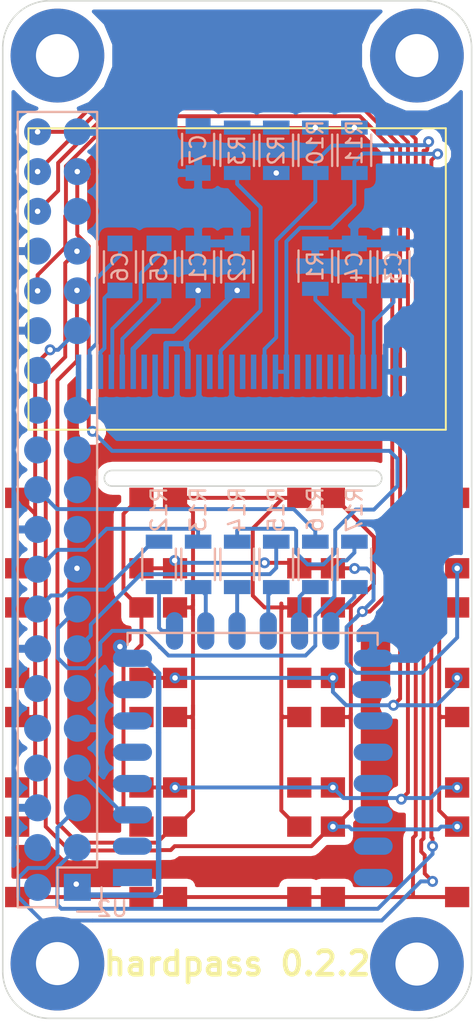
<source format=kicad_pcb>
(kicad_pcb (version 4) (host pcbnew 4.0.5-e0-6337~49~ubuntu16.04.1)

  (general
    (links 107)
    (no_connects 7)
    (area -0.666014 -0.573 30.425001 65.655)
    (thickness 1.6)
    (drawings 15)
    (tracks 547)
    (zones 0)
    (modules 37)
    (nets 69)
  )

  (page A4)
  (layers
    (0 F.Cu signal)
    (31 B.Cu signal)
    (32 B.Adhes user)
    (33 F.Adhes user)
    (34 B.Paste user)
    (35 F.Paste user)
    (36 B.SilkS user)
    (37 F.SilkS user)
    (38 B.Mask user)
    (39 F.Mask user)
    (40 Dwgs.User user)
    (41 Cmts.User user)
    (42 Eco1.User user)
    (43 Eco2.User user)
    (44 Edge.Cuts user)
    (45 Margin user)
    (46 B.CrtYd user)
    (47 F.CrtYd user)
    (48 B.Fab user)
    (49 F.Fab user)
  )

  (setup
    (last_trace_width 0.25)
    (trace_clearance 0.25)
    (zone_clearance 0.508)
    (zone_45_only no)
    (trace_min 0.2)
    (segment_width 0.2)
    (edge_width 0.1)
    (via_size 0.7)
    (via_drill 0.35)
    (via_min_size 0.7)
    (via_min_drill 0.3)
    (uvia_size 0.3)
    (uvia_drill 0.1)
    (uvias_allowed no)
    (uvia_min_size 0)
    (uvia_min_drill 0)
    (pcb_text_width 0.3)
    (pcb_text_size 1.5 1.5)
    (mod_edge_width 0.15)
    (mod_text_size 1 1)
    (mod_text_width 0.15)
    (pad_size 6 6)
    (pad_drill 2.75)
    (pad_to_mask_clearance 0)
    (aux_axis_origin 0 0)
    (visible_elements FFFFFF7F)
    (pcbplotparams
      (layerselection 0x00030_80000001)
      (usegerberextensions false)
      (excludeedgelayer true)
      (linewidth 0.100000)
      (plotframeref false)
      (viasonmask false)
      (mode 1)
      (useauxorigin false)
      (hpglpennumber 1)
      (hpglpenspeed 20)
      (hpglpendiameter 15)
      (hpglpenoverlay 2)
      (psnegative false)
      (psa4output false)
      (plotreference true)
      (plotvalue true)
      (plotinvisibletext false)
      (padsonsilk false)
      (subtractmaskfromsilk false)
      (outputformat 1)
      (mirror false)
      (drillshape 1)
      (scaleselection 1)
      (outputdirectory ""))
  )

  (net 0 "")
  (net 1 GND)
  (net 2 +3V3)
  (net 3 "Net-(C3-Pad1)")
  (net 4 "Net-(C4-Pad1)")
  (net 5 "Net-(C5-Pad1)")
  (net 6 "Net-(C5-Pad2)")
  (net 7 "Net-(C6-Pad1)")
  (net 8 "Net-(C6-Pad2)")
  (net 9 "Net-(C7-Pad1)")
  (net 10 "Net-(P1-Pad2)")
  (net 11 OLED_SDA)
  (net 12 "Net-(P1-Pad4)")
  (net 13 OLED_SCL)
  (net 14 ESP_CHPD)
  (net 15 UART_TX)
  (net 16 UART_RX)
  (net 17 SHUTDOWN)
  (net 18 "Net-(P1-Pad12)")
  (net 19 SD_D3)
  (net 20 ESP_CLK)
  (net 21 SD_CMD)
  (net 22 SD_D0)
  (net 23 "Net-(P1-Pad19)")
  (net 24 "Net-(P1-Pad21)")
  (net 25 SD_D1)
  (net 26 "Net-(P1-Pad23)")
  (net 27 "Net-(P1-Pad24)")
  (net 28 "Net-(P1-Pad26)")
  (net 29 "Net-(P1-Pad28)")
  (net 30 COL_1)
  (net 31 COL_2)
  (net 32 ROW_1)
  (net 33 COL_3)
  (net 34 "Net-(P1-Pad35)")
  (net 35 ROW_2)
  (net 36 SD_D2)
  (net 37 ROW_3)
  (net 38 ROW_4)
  (net 39 "Net-(P2-Pad26)")
  (net 40 "Net-(P2-Pad14)")
  (net 41 "Net-(R12-Pad1)")
  (net 42 "Net-(R13-Pad1)")
  (net 43 "Net-(R14-Pad1)")
  (net 44 "Net-(R15-Pad1)")
  (net 45 "Net-(R16-Pad1)")
  (net 46 "Net-(R17-Pad1)")
  (net 47 "Net-(U2-Pad1)")
  (net 48 "Net-(U2-Pad2)")
  (net 49 "Net-(U2-Pad4)")
  (net 50 "Net-(U2-Pad5)")
  (net 51 "Net-(U2-Pad6)")
  (net 52 "Net-(U2-Pad7)")
  (net 53 "Net-(U2-Pad16)")
  (net 54 "Net-(U2-Pad17)")
  (net 55 "Net-(U2-Pad18)")
  (net 56 "Net-(U2-Pad19)")
  (net 57 "Net-(U2-Pad20)")
  (net 58 "Net-(U2-Pad21)")
  (net 59 "Net-(U2-Pad22)")
  (net 60 "Net-(P2-Pad7)")
  (net 61 "Net-(P2-Pad13)")
  (net 62 "Net-(P2-Pad16)")
  (net 63 "Net-(P2-Pad17)")
  (net 64 "Net-(P2-Pad21)")
  (net 65 "Net-(P2-Pad22)")
  (net 66 "Net-(P2-Pad23)")
  (net 67 "Net-(P2-Pad24)")
  (net 68 "Net-(P2-Pad25)")

  (net_class Default "This is the default net class."
    (clearance 0.25)
    (trace_width 0.25)
    (via_dia 0.7)
    (via_drill 0.35)
    (uvia_dia 0.3)
    (uvia_drill 0.1)
    (add_net COL_1)
    (add_net COL_2)
    (add_net COL_3)
    (add_net ESP_CHPD)
    (add_net ESP_CLK)
    (add_net GND)
    (add_net "Net-(C3-Pad1)")
    (add_net "Net-(C4-Pad1)")
    (add_net "Net-(C5-Pad1)")
    (add_net "Net-(C5-Pad2)")
    (add_net "Net-(C6-Pad1)")
    (add_net "Net-(C6-Pad2)")
    (add_net "Net-(C7-Pad1)")
    (add_net "Net-(P1-Pad12)")
    (add_net "Net-(P1-Pad19)")
    (add_net "Net-(P1-Pad2)")
    (add_net "Net-(P1-Pad21)")
    (add_net "Net-(P1-Pad23)")
    (add_net "Net-(P1-Pad24)")
    (add_net "Net-(P1-Pad26)")
    (add_net "Net-(P1-Pad28)")
    (add_net "Net-(P1-Pad35)")
    (add_net "Net-(P1-Pad4)")
    (add_net "Net-(P2-Pad13)")
    (add_net "Net-(P2-Pad14)")
    (add_net "Net-(P2-Pad16)")
    (add_net "Net-(P2-Pad17)")
    (add_net "Net-(P2-Pad21)")
    (add_net "Net-(P2-Pad22)")
    (add_net "Net-(P2-Pad23)")
    (add_net "Net-(P2-Pad24)")
    (add_net "Net-(P2-Pad25)")
    (add_net "Net-(P2-Pad26)")
    (add_net "Net-(P2-Pad7)")
    (add_net "Net-(R12-Pad1)")
    (add_net "Net-(R13-Pad1)")
    (add_net "Net-(R14-Pad1)")
    (add_net "Net-(R15-Pad1)")
    (add_net "Net-(R16-Pad1)")
    (add_net "Net-(R17-Pad1)")
    (add_net "Net-(U2-Pad1)")
    (add_net "Net-(U2-Pad16)")
    (add_net "Net-(U2-Pad17)")
    (add_net "Net-(U2-Pad18)")
    (add_net "Net-(U2-Pad19)")
    (add_net "Net-(U2-Pad2)")
    (add_net "Net-(U2-Pad20)")
    (add_net "Net-(U2-Pad21)")
    (add_net "Net-(U2-Pad22)")
    (add_net "Net-(U2-Pad4)")
    (add_net "Net-(U2-Pad5)")
    (add_net "Net-(U2-Pad6)")
    (add_net "Net-(U2-Pad7)")
    (add_net OLED_SCL)
    (add_net OLED_SDA)
    (add_net ROW_1)
    (add_net ROW_2)
    (add_net ROW_3)
    (add_net ROW_4)
    (add_net SD_CMD)
    (add_net SD_D0)
    (add_net SD_D1)
    (add_net SD_D2)
    (add_net SD_D3)
    (add_net SHUTDOWN)
    (add_net UART_RX)
    (add_net UART_TX)
  )

  (net_class Power ""
    (clearance 0.25)
    (trace_width 0.35)
    (via_dia 0.9)
    (via_drill 0.35)
    (uvia_dia 0.3)
    (uvia_drill 0.1)
    (add_net +3V3)
  )

  (module hardpass:1pin_nosilk (layer F.Cu) (tedit 58702E64) (tstamp 5870F56A)
    (at 26.5 61.53)
    (descr "module 1 pin (ou trou mecanique de percage)")
    (tags DEV)
    (fp_text reference REF** (at 0 -3.048) (layer F.SilkS) hide
      (effects (font (size 1 1) (thickness 0.15)))
    )
    (fp_text value 1pin (at 0 3) (layer F.Fab)
      (effects (font (size 1 1) (thickness 0.15)))
    )
    (fp_circle (center 0 0) (end 2 0.8) (layer F.Fab) (width 0.1))
    (fp_circle (center 0 0) (end 2.6 0) (layer F.CrtYd) (width 0.05))
    (pad "" np_thru_hole circle (at 0 0) (size 6 6) (drill 2.75) (layers *.Cu *.Mask))
  )

  (module hardpass:1pin_nosilk (layer F.Cu) (tedit 58702E64) (tstamp 5870F553)
    (at 3.5 61.5)
    (descr "module 1 pin (ou trou mecanique de percage)")
    (tags DEV)
    (fp_text reference REF** (at 0 -3.048) (layer F.SilkS) hide
      (effects (font (size 1 1) (thickness 0.15)))
    )
    (fp_text value 1pin (at 0 3) (layer F.Fab)
      (effects (font (size 1 1) (thickness 0.15)))
    )
    (fp_circle (center 0 0) (end 2 0.8) (layer F.Fab) (width 0.1))
    (fp_circle (center 0 0) (end 2.6 0) (layer F.CrtYd) (width 0.05))
    (pad "" np_thru_hole circle (at 0 0) (size 6 6) (drill 2.75) (layers *.Cu *.Mask))
  )

  (module hardpass:1pin_nosilk (layer F.Cu) (tedit 58702E64) (tstamp 5870F537)
    (at 26.5 3.5)
    (descr "module 1 pin (ou trou mecanique de percage)")
    (tags DEV)
    (fp_text reference REF** (at 0 -3.048) (layer F.SilkS) hide
      (effects (font (size 1 1) (thickness 0.15)))
    )
    (fp_text value 1pin (at 0 3) (layer F.Fab)
      (effects (font (size 1 1) (thickness 0.15)))
    )
    (fp_circle (center 0 0) (end 2 0.8) (layer F.Fab) (width 0.1))
    (fp_circle (center 0 0) (end 2.6 0) (layer F.CrtYd) (width 0.05))
    (pad "" np_thru_hole circle (at 0 0) (size 6 6) (drill 2.75) (layers *.Cu *.Mask))
  )

  (module adafruit-oled:UG-2864HSWEG01_0.96IN_WRAPAROUND (layer F.Cu) (tedit 58703A4A) (tstamp 58721E96)
    (at 15 22.5)
    (path /58700E5C)
    (fp_text reference P2 (at -13.09 -15.69) (layer F.SilkS) hide
      (effects (font (size 0.77216 0.77216) (thickness 0.065024)) (justify left bottom))
    )
    (fp_text value OLED_I2C (at -13.09 9.1) (layer F.SilkS) hide
      (effects (font (size 0.77216 0.77216) (thickness 0.065024)) (justify left bottom))
    )
    (fp_line (start -13.353 -14.36) (end 13.35 -14.36) (layer F.SilkS) (width 0.127))
    (fp_line (start 13.35 -14.36) (end 13.35 4.9) (layer F.SilkS) (width 0.127))
    (fp_line (start 13.35 4.9) (end -13.35 4.9) (layer F.SilkS) (width 0.127))
    (fp_line (start -13.35 4.9) (end -13.353 -14.36) (layer F.SilkS) (width 0.127))
    (fp_line (start -10.872 -12.26) (end 10.872 -12.26) (layer Dwgs.User) (width 0.127))
    (fp_line (start 10.872 -12.26) (end 10.872 -1.396) (layer Dwgs.User) (width 0.127))
    (fp_line (start 10.872 -1.396) (end -10.872 -1.396) (layer Dwgs.User) (width 0.127))
    (fp_line (start -10.872 -1.396) (end -10.872 -12.26) (layer Dwgs.User) (width 0.127))
    (fp_text user 1 (at -9.95 -0.512 90) (layer Dwgs.User)
      (effects (font (size 0.77216 0.77216) (thickness 0.065024)))
    )
    (fp_text user 10 (at -3.65 -0.412 90) (layer Dwgs.User)
      (effects (font (size 0.77216 0.77216) (thickness 0.065024)))
    )
    (fp_text user 20 (at 3.3 -0.412 90) (layer Dwgs.User)
      (effects (font (size 0.77216 0.77216) (thickness 0.065024)))
    )
    (fp_text user 30 (at 10.45 -0.412 90) (layer Dwgs.User)
      (effects (font (size 0.77216 0.77216) (thickness 0.065024)))
    )
    (fp_text user "PCB EDGE (1.6mm)" (at -5.2 7) (layer Dwgs.User)
      (effects (font (size 0.77216 0.77216) (thickness 0.065024)))
    )
    (fp_line (start 13.35 7.5) (end -13.35 7.5) (layer Dwgs.User) (width 0.127))
    (pad 1 smd rect (at -10.15 1.2 90) (size 2.2 0.35) (layers B.Cu B.Paste B.Mask)
      (net 1 GND))
    (pad 2 smd rect (at -9.45 1.2 90) (size 2.2 0.35) (layers B.Cu B.Paste B.Mask)
      (net 7 "Net-(C6-Pad1)"))
    (pad 3 smd rect (at -8.75 1.2 90) (size 2.2 0.35) (layers B.Cu B.Paste B.Mask)
      (net 8 "Net-(C6-Pad2)"))
    (pad 4 smd rect (at -8.05 1.2 90) (size 2.2 0.35) (layers B.Cu B.Paste B.Mask)
      (net 5 "Net-(C5-Pad1)"))
    (pad 5 smd rect (at -7.35 1.2 90) (size 2.2 0.35) (layers B.Cu B.Paste B.Mask)
      (net 6 "Net-(C5-Pad2)"))
    (pad 6 smd rect (at -6.65 1.2 90) (size 2.2 0.35) (layers B.Cu B.Paste B.Mask)
      (net 2 +3V3))
    (pad 7 smd rect (at -5.95 1.2 90) (size 2.2 0.35) (layers B.Cu B.Paste B.Mask)
      (net 60 "Net-(P2-Pad7)"))
    (pad 8 smd rect (at -5.25 1.2 90) (size 2.2 0.35) (layers B.Cu B.Paste B.Mask)
      (net 1 GND))
    (pad 9 smd rect (at -4.55 1.2 90) (size 2.2 0.35) (layers B.Cu B.Paste B.Mask)
      (net 2 +3V3))
    (pad 10 smd rect (at -3.85 1.2 90) (size 2.2 0.35) (layers B.Cu B.Paste B.Mask)
      (net 1 GND))
    (pad 11 smd rect (at -3.15 1.2 90) (size 2.2 0.35) (layers B.Cu B.Paste B.Mask)
      (net 2 +3V3))
    (pad 12 smd rect (at -2.45 1.2 90) (size 2.2 0.35) (layers B.Cu B.Paste B.Mask)
      (net 1 GND))
    (pad 13 smd rect (at -1.75 1.2 90) (size 2.2 0.35) (layers B.Cu B.Paste B.Mask)
      (net 61 "Net-(P2-Pad13)"))
    (pad 14 smd rect (at -1.05 1.2 90) (size 2.2 0.35) (layers B.Cu B.Paste B.Mask)
      (net 40 "Net-(P2-Pad14)"))
    (pad 15 smd rect (at -0.35 1.2 90) (size 2.2 0.35) (layers B.Cu B.Paste B.Mask)
      (net 1 GND))
    (pad 16 smd rect (at 0.35 1.2 90) (size 2.2 0.35) (layers B.Cu B.Paste B.Mask)
      (net 62 "Net-(P2-Pad16)"))
    (pad 17 smd rect (at 1.05 1.2 90) (size 2.2 0.35) (layers B.Cu B.Paste B.Mask)
      (net 63 "Net-(P2-Pad17)"))
    (pad 18 smd rect (at 1.75 1.2 90) (size 2.2 0.35) (layers B.Cu B.Paste B.Mask)
      (net 13 OLED_SCL))
    (pad 19 smd rect (at 2.45 1.2 90) (size 2.2 0.35) (layers B.Cu B.Paste B.Mask)
      (net 11 OLED_SDA))
    (pad 20 smd rect (at 3.15 1.2 90) (size 2.2 0.35) (layers B.Cu B.Paste B.Mask)
      (net 11 OLED_SDA))
    (pad 21 smd rect (at 3.85 1.2 90) (size 2.2 0.35) (layers B.Cu B.Paste B.Mask)
      (net 64 "Net-(P2-Pad21)"))
    (pad 22 smd rect (at 4.55 1.2 90) (size 2.2 0.35) (layers B.Cu B.Paste B.Mask)
      (net 65 "Net-(P2-Pad22)"))
    (pad 23 smd rect (at 5.25 1.2 90) (size 2.2 0.35) (layers B.Cu B.Paste B.Mask)
      (net 66 "Net-(P2-Pad23)"))
    (pad 24 smd rect (at 5.95 1.2 90) (size 2.2 0.35) (layers B.Cu B.Paste B.Mask)
      (net 67 "Net-(P2-Pad24)"))
    (pad 25 smd rect (at 6.65 1.2 90) (size 2.2 0.35) (layers B.Cu B.Paste B.Mask)
      (net 68 "Net-(P2-Pad25)"))
    (pad 26 smd rect (at 7.35 1.2 90) (size 2.2 0.35) (layers B.Cu B.Paste B.Mask)
      (net 39 "Net-(P2-Pad26)"))
    (pad 27 smd rect (at 8.05 1.2 90) (size 2.2 0.35) (layers B.Cu B.Paste B.Mask)
      (net 4 "Net-(C4-Pad1)"))
    (pad 28 smd rect (at 8.75 1.2 90) (size 2.2 0.35) (layers B.Cu B.Paste B.Mask)
      (net 3 "Net-(C3-Pad1)"))
    (pad 29 smd rect (at 9.45 1.2 90) (size 2.2 0.35) (layers B.Cu B.Paste B.Mask)
      (net 1 GND))
    (pad 30 smd rect (at 10.15 1.2 90) (size 2.2 0.35) (layers B.Cu B.Paste B.Mask)
      (net 1 GND))
  )

  (module hardpass:1pin_nosilk (layer F.Cu) (tedit 58702E64) (tstamp 58701E11)
    (at 3.5 3.5)
    (descr "module 1 pin (ou trou mecanique de percage)")
    (tags DEV)
    (fp_text reference REF** (at 0 -3.048) (layer F.SilkS) hide
      (effects (font (size 1 1) (thickness 0.15)))
    )
    (fp_text value 1pin (at 0 3) (layer F.Fab)
      (effects (font (size 1 1) (thickness 0.15)))
    )
    (fp_circle (center 0 0) (end 2 0.8) (layer F.Fab) (width 0.1))
    (fp_circle (center 0 0) (end 2.6 0) (layer F.CrtYd) (width 0.05))
    (pad "" np_thru_hole circle (at 0 0) (size 6 6) (drill 2.75) (layers *.Cu *.Mask))
  )

  (module Capacitors_SMD:C_1206 (layer B.Cu) (tedit 5415D7BD) (tstamp 58702475)
    (at 12.5 17 270)
    (descr "Capacitor SMD 1206, reflow soldering, AVX (see smccp.pdf)")
    (tags "capacitor 1206")
    (path /58702958)
    (attr smd)
    (fp_text reference C1 (at 0 0 270) (layer B.SilkS)
      (effects (font (size 1 1) (thickness 0.15)) (justify mirror))
    )
    (fp_text value 1µF (at 0 -2.3 270) (layer B.Fab)
      (effects (font (size 1 1) (thickness 0.15)) (justify mirror))
    )
    (fp_line (start -1.6 -0.8) (end -1.6 0.8) (layer B.Fab) (width 0.15))
    (fp_line (start 1.6 -0.8) (end -1.6 -0.8) (layer B.Fab) (width 0.15))
    (fp_line (start 1.6 0.8) (end 1.6 -0.8) (layer B.Fab) (width 0.15))
    (fp_line (start -1.6 0.8) (end 1.6 0.8) (layer B.Fab) (width 0.15))
    (fp_line (start -2.3 1.15) (end 2.3 1.15) (layer B.CrtYd) (width 0.05))
    (fp_line (start -2.3 -1.15) (end 2.3 -1.15) (layer B.CrtYd) (width 0.05))
    (fp_line (start -2.3 1.15) (end -2.3 -1.15) (layer B.CrtYd) (width 0.05))
    (fp_line (start 2.3 1.15) (end 2.3 -1.15) (layer B.CrtYd) (width 0.05))
    (fp_line (start 1 1.025) (end -1 1.025) (layer B.SilkS) (width 0.15))
    (fp_line (start -1 -1.025) (end 1 -1.025) (layer B.SilkS) (width 0.15))
    (pad 1 smd rect (at -1.5 0 270) (size 1 1.6) (layers B.Cu B.Paste B.Mask)
      (net 1 GND))
    (pad 2 smd rect (at 1.5 0 270) (size 1 1.6) (layers B.Cu B.Paste B.Mask)
      (net 2 +3V3))
    (model Capacitors_SMD.3dshapes/C_1206.wrl
      (at (xyz 0 0 0))
      (scale (xyz 1 1 1))
      (rotate (xyz 0 0 0))
    )
  )

  (module Capacitors_SMD:C_1206 (layer B.Cu) (tedit 5415D7BD) (tstamp 58702485)
    (at 15 17 270)
    (descr "Capacitor SMD 1206, reflow soldering, AVX (see smccp.pdf)")
    (tags "capacitor 1206")
    (path /576ABF65)
    (attr smd)
    (fp_text reference C2 (at 0 0 270) (layer B.SilkS)
      (effects (font (size 1 1) (thickness 0.15)) (justify mirror))
    )
    (fp_text value 1µF (at 0 -2.3 270) (layer B.Fab)
      (effects (font (size 1 1) (thickness 0.15)) (justify mirror))
    )
    (fp_line (start -1.6 -0.8) (end -1.6 0.8) (layer B.Fab) (width 0.15))
    (fp_line (start 1.6 -0.8) (end -1.6 -0.8) (layer B.Fab) (width 0.15))
    (fp_line (start 1.6 0.8) (end 1.6 -0.8) (layer B.Fab) (width 0.15))
    (fp_line (start -1.6 0.8) (end 1.6 0.8) (layer B.Fab) (width 0.15))
    (fp_line (start -2.3 1.15) (end 2.3 1.15) (layer B.CrtYd) (width 0.05))
    (fp_line (start -2.3 -1.15) (end 2.3 -1.15) (layer B.CrtYd) (width 0.05))
    (fp_line (start -2.3 1.15) (end -2.3 -1.15) (layer B.CrtYd) (width 0.05))
    (fp_line (start 2.3 1.15) (end 2.3 -1.15) (layer B.CrtYd) (width 0.05))
    (fp_line (start 1 1.025) (end -1 1.025) (layer B.SilkS) (width 0.15))
    (fp_line (start -1 -1.025) (end 1 -1.025) (layer B.SilkS) (width 0.15))
    (pad 1 smd rect (at -1.5 0 270) (size 1 1.6) (layers B.Cu B.Paste B.Mask)
      (net 1 GND))
    (pad 2 smd rect (at 1.5 0 270) (size 1 1.6) (layers B.Cu B.Paste B.Mask)
      (net 2 +3V3))
    (model Capacitors_SMD.3dshapes/C_1206.wrl
      (at (xyz 0 0 0))
      (scale (xyz 1 1 1))
      (rotate (xyz 0 0 0))
    )
  )

  (module Capacitors_SMD:C_1206 (layer B.Cu) (tedit 5415D7BD) (tstamp 58702495)
    (at 25 17 90)
    (descr "Capacitor SMD 1206, reflow soldering, AVX (see smccp.pdf)")
    (tags "capacitor 1206")
    (path /576AC79A)
    (attr smd)
    (fp_text reference C3 (at 0 0 90) (layer B.SilkS)
      (effects (font (size 1 1) (thickness 0.15)) (justify mirror))
    )
    (fp_text value 2.2µF (at 0 -2.3 90) (layer B.Fab)
      (effects (font (size 1 1) (thickness 0.15)) (justify mirror))
    )
    (fp_line (start -1.6 -0.8) (end -1.6 0.8) (layer B.Fab) (width 0.15))
    (fp_line (start 1.6 -0.8) (end -1.6 -0.8) (layer B.Fab) (width 0.15))
    (fp_line (start 1.6 0.8) (end 1.6 -0.8) (layer B.Fab) (width 0.15))
    (fp_line (start -1.6 0.8) (end 1.6 0.8) (layer B.Fab) (width 0.15))
    (fp_line (start -2.3 1.15) (end 2.3 1.15) (layer B.CrtYd) (width 0.05))
    (fp_line (start -2.3 -1.15) (end 2.3 -1.15) (layer B.CrtYd) (width 0.05))
    (fp_line (start -2.3 1.15) (end -2.3 -1.15) (layer B.CrtYd) (width 0.05))
    (fp_line (start 2.3 1.15) (end 2.3 -1.15) (layer B.CrtYd) (width 0.05))
    (fp_line (start 1 1.025) (end -1 1.025) (layer B.SilkS) (width 0.15))
    (fp_line (start -1 -1.025) (end 1 -1.025) (layer B.SilkS) (width 0.15))
    (pad 1 smd rect (at -1.5 0 90) (size 1 1.6) (layers B.Cu B.Paste B.Mask)
      (net 3 "Net-(C3-Pad1)"))
    (pad 2 smd rect (at 1.5 0 90) (size 1 1.6) (layers B.Cu B.Paste B.Mask)
      (net 1 GND))
    (model Capacitors_SMD.3dshapes/C_1206.wrl
      (at (xyz 0 0 0))
      (scale (xyz 1 1 1))
      (rotate (xyz 0 0 0))
    )
  )

  (module Capacitors_SMD:C_1206 (layer B.Cu) (tedit 5415D7BD) (tstamp 587024A5)
    (at 22.5 17 90)
    (descr "Capacitor SMD 1206, reflow soldering, AVX (see smccp.pdf)")
    (tags "capacitor 1206")
    (path /576ACF95)
    (attr smd)
    (fp_text reference C4 (at 0 0 90) (layer B.SilkS)
      (effects (font (size 1 1) (thickness 0.15)) (justify mirror))
    )
    (fp_text value 4.7µF (at 0 -2.3 90) (layer B.Fab)
      (effects (font (size 1 1) (thickness 0.15)) (justify mirror))
    )
    (fp_line (start -1.6 -0.8) (end -1.6 0.8) (layer B.Fab) (width 0.15))
    (fp_line (start 1.6 -0.8) (end -1.6 -0.8) (layer B.Fab) (width 0.15))
    (fp_line (start 1.6 0.8) (end 1.6 -0.8) (layer B.Fab) (width 0.15))
    (fp_line (start -1.6 0.8) (end 1.6 0.8) (layer B.Fab) (width 0.15))
    (fp_line (start -2.3 1.15) (end 2.3 1.15) (layer B.CrtYd) (width 0.05))
    (fp_line (start -2.3 -1.15) (end 2.3 -1.15) (layer B.CrtYd) (width 0.05))
    (fp_line (start -2.3 1.15) (end -2.3 -1.15) (layer B.CrtYd) (width 0.05))
    (fp_line (start 2.3 1.15) (end 2.3 -1.15) (layer B.CrtYd) (width 0.05))
    (fp_line (start 1 1.025) (end -1 1.025) (layer B.SilkS) (width 0.15))
    (fp_line (start -1 -1.025) (end 1 -1.025) (layer B.SilkS) (width 0.15))
    (pad 1 smd rect (at -1.5 0 90) (size 1 1.6) (layers B.Cu B.Paste B.Mask)
      (net 4 "Net-(C4-Pad1)"))
    (pad 2 smd rect (at 1.5 0 90) (size 1 1.6) (layers B.Cu B.Paste B.Mask)
      (net 1 GND))
    (model Capacitors_SMD.3dshapes/C_1206.wrl
      (at (xyz 0 0 0))
      (scale (xyz 1 1 1))
      (rotate (xyz 0 0 0))
    )
  )

  (module Capacitors_SMD:C_1206 (layer B.Cu) (tedit 5415D7BD) (tstamp 587024B5)
    (at 10 17 270)
    (descr "Capacitor SMD 1206, reflow soldering, AVX (see smccp.pdf)")
    (tags "capacitor 1206")
    (path /576AB9B6)
    (attr smd)
    (fp_text reference C5 (at 0 0 270) (layer B.SilkS)
      (effects (font (size 1 1) (thickness 0.15)) (justify mirror))
    )
    (fp_text value 1µF (at 0 -2.3 270) (layer B.Fab)
      (effects (font (size 1 1) (thickness 0.15)) (justify mirror))
    )
    (fp_line (start -1.6 -0.8) (end -1.6 0.8) (layer B.Fab) (width 0.15))
    (fp_line (start 1.6 -0.8) (end -1.6 -0.8) (layer B.Fab) (width 0.15))
    (fp_line (start 1.6 0.8) (end 1.6 -0.8) (layer B.Fab) (width 0.15))
    (fp_line (start -1.6 0.8) (end 1.6 0.8) (layer B.Fab) (width 0.15))
    (fp_line (start -2.3 1.15) (end 2.3 1.15) (layer B.CrtYd) (width 0.05))
    (fp_line (start -2.3 -1.15) (end 2.3 -1.15) (layer B.CrtYd) (width 0.05))
    (fp_line (start -2.3 1.15) (end -2.3 -1.15) (layer B.CrtYd) (width 0.05))
    (fp_line (start 2.3 1.15) (end 2.3 -1.15) (layer B.CrtYd) (width 0.05))
    (fp_line (start 1 1.025) (end -1 1.025) (layer B.SilkS) (width 0.15))
    (fp_line (start -1 -1.025) (end 1 -1.025) (layer B.SilkS) (width 0.15))
    (pad 1 smd rect (at -1.5 0 270) (size 1 1.6) (layers B.Cu B.Paste B.Mask)
      (net 5 "Net-(C5-Pad1)"))
    (pad 2 smd rect (at 1.5 0 270) (size 1 1.6) (layers B.Cu B.Paste B.Mask)
      (net 6 "Net-(C5-Pad2)"))
    (model Capacitors_SMD.3dshapes/C_1206.wrl
      (at (xyz 0 0 0))
      (scale (xyz 1 1 1))
      (rotate (xyz 0 0 0))
    )
  )

  (module Capacitors_SMD:C_1206 (layer B.Cu) (tedit 5415D7BD) (tstamp 587024C5)
    (at 7.5 17 270)
    (descr "Capacitor SMD 1206, reflow soldering, AVX (see smccp.pdf)")
    (tags "capacitor 1206")
    (path /576AB858)
    (attr smd)
    (fp_text reference C6 (at 0 0 270) (layer B.SilkS)
      (effects (font (size 1 1) (thickness 0.15)) (justify mirror))
    )
    (fp_text value 1µF (at 0 -2.3 270) (layer B.Fab)
      (effects (font (size 1 1) (thickness 0.15)) (justify mirror))
    )
    (fp_line (start -1.6 -0.8) (end -1.6 0.8) (layer B.Fab) (width 0.15))
    (fp_line (start 1.6 -0.8) (end -1.6 -0.8) (layer B.Fab) (width 0.15))
    (fp_line (start 1.6 0.8) (end 1.6 -0.8) (layer B.Fab) (width 0.15))
    (fp_line (start -1.6 0.8) (end 1.6 0.8) (layer B.Fab) (width 0.15))
    (fp_line (start -2.3 1.15) (end 2.3 1.15) (layer B.CrtYd) (width 0.05))
    (fp_line (start -2.3 -1.15) (end 2.3 -1.15) (layer B.CrtYd) (width 0.05))
    (fp_line (start -2.3 1.15) (end -2.3 -1.15) (layer B.CrtYd) (width 0.05))
    (fp_line (start 2.3 1.15) (end 2.3 -1.15) (layer B.CrtYd) (width 0.05))
    (fp_line (start 1 1.025) (end -1 1.025) (layer B.SilkS) (width 0.15))
    (fp_line (start -1 -1.025) (end 1 -1.025) (layer B.SilkS) (width 0.15))
    (pad 1 smd rect (at -1.5 0 270) (size 1 1.6) (layers B.Cu B.Paste B.Mask)
      (net 7 "Net-(C6-Pad1)"))
    (pad 2 smd rect (at 1.5 0 270) (size 1 1.6) (layers B.Cu B.Paste B.Mask)
      (net 8 "Net-(C6-Pad2)"))
    (model Capacitors_SMD.3dshapes/C_1206.wrl
      (at (xyz 0 0 0))
      (scale (xyz 1 1 1))
      (rotate (xyz 0 0 0))
    )
  )

  (module Capacitors_SMD:C_1206 (layer B.Cu) (tedit 5415D7BD) (tstamp 587024D5)
    (at 12.5 9.5 270)
    (descr "Capacitor SMD 1206, reflow soldering, AVX (see smccp.pdf)")
    (tags "capacitor 1206")
    (path /58337245)
    (attr smd)
    (fp_text reference C7 (at 0 0 270) (layer B.SilkS)
      (effects (font (size 1 1) (thickness 0.15)) (justify mirror))
    )
    (fp_text value 0.1µF (at 0 -2.3 270) (layer B.Fab)
      (effects (font (size 1 1) (thickness 0.15)) (justify mirror))
    )
    (fp_line (start -1.6 -0.8) (end -1.6 0.8) (layer B.Fab) (width 0.15))
    (fp_line (start 1.6 -0.8) (end -1.6 -0.8) (layer B.Fab) (width 0.15))
    (fp_line (start 1.6 0.8) (end 1.6 -0.8) (layer B.Fab) (width 0.15))
    (fp_line (start -1.6 0.8) (end 1.6 0.8) (layer B.Fab) (width 0.15))
    (fp_line (start -2.3 1.15) (end 2.3 1.15) (layer B.CrtYd) (width 0.05))
    (fp_line (start -2.3 -1.15) (end 2.3 -1.15) (layer B.CrtYd) (width 0.05))
    (fp_line (start -2.3 1.15) (end -2.3 -1.15) (layer B.CrtYd) (width 0.05))
    (fp_line (start 2.3 1.15) (end 2.3 -1.15) (layer B.CrtYd) (width 0.05))
    (fp_line (start 1 1.025) (end -1 1.025) (layer B.SilkS) (width 0.15))
    (fp_line (start -1 -1.025) (end 1 -1.025) (layer B.SilkS) (width 0.15))
    (pad 1 smd rect (at -1.5 0 270) (size 1 1.6) (layers B.Cu B.Paste B.Mask)
      (net 9 "Net-(C7-Pad1)"))
    (pad 2 smd rect (at 1.5 0 270) (size 1 1.6) (layers B.Cu B.Paste B.Mask)
      (net 1 GND))
    (model Capacitors_SMD.3dshapes/C_1206.wrl
      (at (xyz 0 0 0))
      (scale (xyz 1 1 1))
      (rotate (xyz 0 0 0))
    )
  )

  (module Resistors_SMD:R_1206 (layer B.Cu) (tedit 58307BE8) (tstamp 5870251D)
    (at 20 16.95 90)
    (descr "Resistor SMD 1206, reflow soldering, Vishay (see dcrcw.pdf)")
    (tags "resistor 1206")
    (path /576AE193)
    (attr smd)
    (fp_text reference R1 (at 0 0 90) (layer B.SilkS)
      (effects (font (size 1 1) (thickness 0.15)) (justify mirror))
    )
    (fp_text value 390k (at 0 -2.3 90) (layer B.Fab)
      (effects (font (size 1 1) (thickness 0.15)) (justify mirror))
    )
    (fp_line (start -1.6 -0.8) (end -1.6 0.8) (layer B.Fab) (width 0.1))
    (fp_line (start 1.6 -0.8) (end -1.6 -0.8) (layer B.Fab) (width 0.1))
    (fp_line (start 1.6 0.8) (end 1.6 -0.8) (layer B.Fab) (width 0.1))
    (fp_line (start -1.6 0.8) (end 1.6 0.8) (layer B.Fab) (width 0.1))
    (fp_line (start -2.2 1.2) (end 2.2 1.2) (layer B.CrtYd) (width 0.05))
    (fp_line (start -2.2 -1.2) (end 2.2 -1.2) (layer B.CrtYd) (width 0.05))
    (fp_line (start -2.2 1.2) (end -2.2 -1.2) (layer B.CrtYd) (width 0.05))
    (fp_line (start 2.2 1.2) (end 2.2 -1.2) (layer B.CrtYd) (width 0.05))
    (fp_line (start 1 -1.075) (end -1 -1.075) (layer B.SilkS) (width 0.15))
    (fp_line (start -1 1.075) (end 1 1.075) (layer B.SilkS) (width 0.15))
    (pad 1 smd rect (at -1.45 0 90) (size 0.9 1.7) (layers B.Cu B.Paste B.Mask)
      (net 39 "Net-(P2-Pad26)"))
    (pad 2 smd rect (at 1.45 0 90) (size 0.9 1.7) (layers B.Cu B.Paste B.Mask)
      (net 1 GND))
    (model Resistors_SMD.3dshapes/R_1206.wrl
      (at (xyz 0 0 0))
      (scale (xyz 1 1 1))
      (rotate (xyz 0 0 0))
    )
  )

  (module Resistors_SMD:R_1206 (layer B.Cu) (tedit 58307BE8) (tstamp 5870252D)
    (at 17.5 9.55 270)
    (descr "Resistor SMD 1206, reflow soldering, Vishay (see dcrcw.pdf)")
    (tags "resistor 1206")
    (path /583372D3)
    (attr smd)
    (fp_text reference R2 (at 0 0 270) (layer B.SilkS)
      (effects (font (size 1 1) (thickness 0.15)) (justify mirror))
    )
    (fp_text value 100k (at 0 -2.3 270) (layer B.Fab)
      (effects (font (size 1 1) (thickness 0.15)) (justify mirror))
    )
    (fp_line (start -1.6 -0.8) (end -1.6 0.8) (layer B.Fab) (width 0.1))
    (fp_line (start 1.6 -0.8) (end -1.6 -0.8) (layer B.Fab) (width 0.1))
    (fp_line (start 1.6 0.8) (end 1.6 -0.8) (layer B.Fab) (width 0.1))
    (fp_line (start -1.6 0.8) (end 1.6 0.8) (layer B.Fab) (width 0.1))
    (fp_line (start -2.2 1.2) (end 2.2 1.2) (layer B.CrtYd) (width 0.05))
    (fp_line (start -2.2 -1.2) (end 2.2 -1.2) (layer B.CrtYd) (width 0.05))
    (fp_line (start -2.2 1.2) (end -2.2 -1.2) (layer B.CrtYd) (width 0.05))
    (fp_line (start 2.2 1.2) (end 2.2 -1.2) (layer B.CrtYd) (width 0.05))
    (fp_line (start 1 -1.075) (end -1 -1.075) (layer B.SilkS) (width 0.15))
    (fp_line (start -1 1.075) (end 1 1.075) (layer B.SilkS) (width 0.15))
    (pad 1 smd rect (at -1.45 0 270) (size 0.9 1.7) (layers B.Cu B.Paste B.Mask)
      (net 9 "Net-(C7-Pad1)"))
    (pad 2 smd rect (at 1.45 0 270) (size 0.9 1.7) (layers B.Cu B.Paste B.Mask)
      (net 2 +3V3))
    (model Resistors_SMD.3dshapes/R_1206.wrl
      (at (xyz 0 0 0))
      (scale (xyz 1 1 1))
      (rotate (xyz 0 0 0))
    )
  )

  (module Resistors_SMD:R_1206 (layer B.Cu) (tedit 58307BE8) (tstamp 5870253D)
    (at 15 9.55 90)
    (descr "Resistor SMD 1206, reflow soldering, Vishay (see dcrcw.pdf)")
    (tags "resistor 1206")
    (path /58337469)
    (attr smd)
    (fp_text reference R3 (at 0 0 90) (layer B.SilkS)
      (effects (font (size 1 1) (thickness 0.15)) (justify mirror))
    )
    (fp_text value 100k (at 0 -2.3 90) (layer B.Fab)
      (effects (font (size 1 1) (thickness 0.15)) (justify mirror))
    )
    (fp_line (start -1.6 -0.8) (end -1.6 0.8) (layer B.Fab) (width 0.1))
    (fp_line (start 1.6 -0.8) (end -1.6 -0.8) (layer B.Fab) (width 0.1))
    (fp_line (start 1.6 0.8) (end 1.6 -0.8) (layer B.Fab) (width 0.1))
    (fp_line (start -1.6 0.8) (end 1.6 0.8) (layer B.Fab) (width 0.1))
    (fp_line (start -2.2 1.2) (end 2.2 1.2) (layer B.CrtYd) (width 0.05))
    (fp_line (start -2.2 -1.2) (end 2.2 -1.2) (layer B.CrtYd) (width 0.05))
    (fp_line (start -2.2 1.2) (end -2.2 -1.2) (layer B.CrtYd) (width 0.05))
    (fp_line (start 2.2 1.2) (end 2.2 -1.2) (layer B.CrtYd) (width 0.05))
    (fp_line (start 1 -1.075) (end -1 -1.075) (layer B.SilkS) (width 0.15))
    (fp_line (start -1 1.075) (end 1 1.075) (layer B.SilkS) (width 0.15))
    (pad 1 smd rect (at -1.45 0 90) (size 0.9 1.7) (layers B.Cu B.Paste B.Mask)
      (net 40 "Net-(P2-Pad14)"))
    (pad 2 smd rect (at 1.45 0 90) (size 0.9 1.7) (layers B.Cu B.Paste B.Mask)
      (net 9 "Net-(C7-Pad1)"))
    (model Resistors_SMD.3dshapes/R_1206.wrl
      (at (xyz 0 0 0))
      (scale (xyz 1 1 1))
      (rotate (xyz 0 0 0))
    )
  )

  (module Resistors_SMD:R_1206 (layer B.Cu) (tedit 58307BE8) (tstamp 5870254D)
    (at 20 9.55 90)
    (descr "Resistor SMD 1206, reflow soldering, Vishay (see dcrcw.pdf)")
    (tags "resistor 1206")
    (path /576BB1ED)
    (attr smd)
    (fp_text reference R10 (at 0.5 0 90) (layer B.SilkS)
      (effects (font (size 1 1) (thickness 0.15)) (justify mirror))
    )
    (fp_text value 10k (at 0 -2.3 90) (layer B.Fab)
      (effects (font (size 1 1) (thickness 0.15)) (justify mirror))
    )
    (fp_line (start -1.6 -0.8) (end -1.6 0.8) (layer B.Fab) (width 0.1))
    (fp_line (start 1.6 -0.8) (end -1.6 -0.8) (layer B.Fab) (width 0.1))
    (fp_line (start 1.6 0.8) (end 1.6 -0.8) (layer B.Fab) (width 0.1))
    (fp_line (start -1.6 0.8) (end 1.6 0.8) (layer B.Fab) (width 0.1))
    (fp_line (start -2.2 1.2) (end 2.2 1.2) (layer B.CrtYd) (width 0.05))
    (fp_line (start -2.2 -1.2) (end 2.2 -1.2) (layer B.CrtYd) (width 0.05))
    (fp_line (start -2.2 1.2) (end -2.2 -1.2) (layer B.CrtYd) (width 0.05))
    (fp_line (start 2.2 1.2) (end 2.2 -1.2) (layer B.CrtYd) (width 0.05))
    (fp_line (start 1 -1.075) (end -1 -1.075) (layer B.SilkS) (width 0.15))
    (fp_line (start -1 1.075) (end 1 1.075) (layer B.SilkS) (width 0.15))
    (pad 1 smd rect (at -1.45 0 90) (size 0.9 1.7) (layers B.Cu B.Paste B.Mask)
      (net 13 OLED_SCL))
    (pad 2 smd rect (at 1.45 0 90) (size 0.9 1.7) (layers B.Cu B.Paste B.Mask)
      (net 2 +3V3))
    (model Resistors_SMD.3dshapes/R_1206.wrl
      (at (xyz 0 0 0))
      (scale (xyz 1 1 1))
      (rotate (xyz 0 0 0))
    )
  )

  (module Resistors_SMD:R_1206 (layer B.Cu) (tedit 58307BE8) (tstamp 5870255D)
    (at 22.5 9.55 90)
    (descr "Resistor SMD 1206, reflow soldering, Vishay (see dcrcw.pdf)")
    (tags "resistor 1206")
    (path /576BAD7F)
    (attr smd)
    (fp_text reference R11 (at 0.5 0 90) (layer B.SilkS)
      (effects (font (size 1 1) (thickness 0.15)) (justify mirror))
    )
    (fp_text value 10k (at 0 -2.3 90) (layer B.Fab)
      (effects (font (size 1 1) (thickness 0.15)) (justify mirror))
    )
    (fp_line (start -1.6 -0.8) (end -1.6 0.8) (layer B.Fab) (width 0.1))
    (fp_line (start 1.6 -0.8) (end -1.6 -0.8) (layer B.Fab) (width 0.1))
    (fp_line (start 1.6 0.8) (end 1.6 -0.8) (layer B.Fab) (width 0.1))
    (fp_line (start -1.6 0.8) (end 1.6 0.8) (layer B.Fab) (width 0.1))
    (fp_line (start -2.2 1.2) (end 2.2 1.2) (layer B.CrtYd) (width 0.05))
    (fp_line (start -2.2 -1.2) (end 2.2 -1.2) (layer B.CrtYd) (width 0.05))
    (fp_line (start -2.2 1.2) (end -2.2 -1.2) (layer B.CrtYd) (width 0.05))
    (fp_line (start 2.2 1.2) (end 2.2 -1.2) (layer B.CrtYd) (width 0.05))
    (fp_line (start 1 -1.075) (end -1 -1.075) (layer B.SilkS) (width 0.15))
    (fp_line (start -1 1.075) (end 1 1.075) (layer B.SilkS) (width 0.15))
    (pad 1 smd rect (at -1.45 0 90) (size 0.9 1.7) (layers B.Cu B.Paste B.Mask)
      (net 11 OLED_SDA))
    (pad 2 smd rect (at 1.45 0 90) (size 0.9 1.7) (layers B.Cu B.Paste B.Mask)
      (net 2 +3V3))
    (model Resistors_SMD.3dshapes/R_1206.wrl
      (at (xyz 0 0 0))
      (scale (xyz 1 1 1))
      (rotate (xyz 0 0 0))
    )
  )

  (module Resistors_SMD:R_1206 (layer B.Cu) (tedit 58307BE8) (tstamp 5870256D)
    (at 10 36 90)
    (descr "Resistor SMD 1206, reflow soldering, Vishay (see dcrcw.pdf)")
    (tags "resistor 1206")
    (path /57B87105)
    (attr smd)
    (fp_text reference R12 (at 3.5 0 90) (layer B.SilkS)
      (effects (font (size 1 1) (thickness 0.15)) (justify mirror))
    )
    (fp_text value 33 (at 0 -2.3 90) (layer B.Fab)
      (effects (font (size 1 1) (thickness 0.15)) (justify mirror))
    )
    (fp_line (start -1.6 -0.8) (end -1.6 0.8) (layer B.Fab) (width 0.1))
    (fp_line (start 1.6 -0.8) (end -1.6 -0.8) (layer B.Fab) (width 0.1))
    (fp_line (start 1.6 0.8) (end 1.6 -0.8) (layer B.Fab) (width 0.1))
    (fp_line (start -1.6 0.8) (end 1.6 0.8) (layer B.Fab) (width 0.1))
    (fp_line (start -2.2 1.2) (end 2.2 1.2) (layer B.CrtYd) (width 0.05))
    (fp_line (start -2.2 -1.2) (end 2.2 -1.2) (layer B.CrtYd) (width 0.05))
    (fp_line (start -2.2 1.2) (end -2.2 -1.2) (layer B.CrtYd) (width 0.05))
    (fp_line (start 2.2 1.2) (end 2.2 -1.2) (layer B.CrtYd) (width 0.05))
    (fp_line (start 1 -1.075) (end -1 -1.075) (layer B.SilkS) (width 0.15))
    (fp_line (start -1 1.075) (end 1 1.075) (layer B.SilkS) (width 0.15))
    (pad 1 smd rect (at -1.45 0 90) (size 0.9 1.7) (layers B.Cu B.Paste B.Mask)
      (net 41 "Net-(R12-Pad1)"))
    (pad 2 smd rect (at 1.45 0 90) (size 0.9 1.7) (layers B.Cu B.Paste B.Mask)
      (net 21 SD_CMD))
    (model Resistors_SMD.3dshapes/R_1206.wrl
      (at (xyz 0 0 0))
      (scale (xyz 1 1 1))
      (rotate (xyz 0 0 0))
    )
  )

  (module Resistors_SMD:R_1206 (layer B.Cu) (tedit 58307BE8) (tstamp 5870257D)
    (at 12.5 36 90)
    (descr "Resistor SMD 1206, reflow soldering, Vishay (see dcrcw.pdf)")
    (tags "resistor 1206")
    (path /57B88365)
    (attr smd)
    (fp_text reference R13 (at 3.5 0 90) (layer B.SilkS)
      (effects (font (size 1 1) (thickness 0.15)) (justify mirror))
    )
    (fp_text value 33 (at 0 -2.3 90) (layer B.Fab)
      (effects (font (size 1 1) (thickness 0.15)) (justify mirror))
    )
    (fp_line (start -1.6 -0.8) (end -1.6 0.8) (layer B.Fab) (width 0.1))
    (fp_line (start 1.6 -0.8) (end -1.6 -0.8) (layer B.Fab) (width 0.1))
    (fp_line (start 1.6 0.8) (end 1.6 -0.8) (layer B.Fab) (width 0.1))
    (fp_line (start -1.6 0.8) (end 1.6 0.8) (layer B.Fab) (width 0.1))
    (fp_line (start -2.2 1.2) (end 2.2 1.2) (layer B.CrtYd) (width 0.05))
    (fp_line (start -2.2 -1.2) (end 2.2 -1.2) (layer B.CrtYd) (width 0.05))
    (fp_line (start -2.2 1.2) (end -2.2 -1.2) (layer B.CrtYd) (width 0.05))
    (fp_line (start 2.2 1.2) (end 2.2 -1.2) (layer B.CrtYd) (width 0.05))
    (fp_line (start 1 -1.075) (end -1 -1.075) (layer B.SilkS) (width 0.15))
    (fp_line (start -1 1.075) (end 1 1.075) (layer B.SilkS) (width 0.15))
    (pad 1 smd rect (at -1.45 0 90) (size 0.9 1.7) (layers B.Cu B.Paste B.Mask)
      (net 42 "Net-(R13-Pad1)"))
    (pad 2 smd rect (at 1.45 0 90) (size 0.9 1.7) (layers B.Cu B.Paste B.Mask)
      (net 22 SD_D0))
    (model Resistors_SMD.3dshapes/R_1206.wrl
      (at (xyz 0 0 0))
      (scale (xyz 1 1 1))
      (rotate (xyz 0 0 0))
    )
  )

  (module Resistors_SMD:R_1206 (layer B.Cu) (tedit 58307BE8) (tstamp 5870258D)
    (at 15 36 90)
    (descr "Resistor SMD 1206, reflow soldering, Vishay (see dcrcw.pdf)")
    (tags "resistor 1206")
    (path /57B88405)
    (attr smd)
    (fp_text reference R14 (at 3.5 0 90) (layer B.SilkS)
      (effects (font (size 1 1) (thickness 0.15)) (justify mirror))
    )
    (fp_text value 33 (at 0 -2.3 90) (layer B.Fab)
      (effects (font (size 1 1) (thickness 0.15)) (justify mirror))
    )
    (fp_line (start -1.6 -0.8) (end -1.6 0.8) (layer B.Fab) (width 0.1))
    (fp_line (start 1.6 -0.8) (end -1.6 -0.8) (layer B.Fab) (width 0.1))
    (fp_line (start 1.6 0.8) (end 1.6 -0.8) (layer B.Fab) (width 0.1))
    (fp_line (start -1.6 0.8) (end 1.6 0.8) (layer B.Fab) (width 0.1))
    (fp_line (start -2.2 1.2) (end 2.2 1.2) (layer B.CrtYd) (width 0.05))
    (fp_line (start -2.2 -1.2) (end 2.2 -1.2) (layer B.CrtYd) (width 0.05))
    (fp_line (start -2.2 1.2) (end -2.2 -1.2) (layer B.CrtYd) (width 0.05))
    (fp_line (start 2.2 1.2) (end 2.2 -1.2) (layer B.CrtYd) (width 0.05))
    (fp_line (start 1 -1.075) (end -1 -1.075) (layer B.SilkS) (width 0.15))
    (fp_line (start -1 1.075) (end 1 1.075) (layer B.SilkS) (width 0.15))
    (pad 1 smd rect (at -1.45 0 90) (size 0.9 1.7) (layers B.Cu B.Paste B.Mask)
      (net 43 "Net-(R14-Pad1)"))
    (pad 2 smd rect (at 1.45 0 90) (size 0.9 1.7) (layers B.Cu B.Paste B.Mask)
      (net 36 SD_D2))
    (model Resistors_SMD.3dshapes/R_1206.wrl
      (at (xyz 0 0 0))
      (scale (xyz 1 1 1))
      (rotate (xyz 0 0 0))
    )
  )

  (module Resistors_SMD:R_1206 (layer B.Cu) (tedit 58307BE8) (tstamp 5870259D)
    (at 17.5 36 90)
    (descr "Resistor SMD 1206, reflow soldering, Vishay (see dcrcw.pdf)")
    (tags "resistor 1206")
    (path /57B884A8)
    (attr smd)
    (fp_text reference R15 (at 3.5 0 90) (layer B.SilkS)
      (effects (font (size 1 1) (thickness 0.15)) (justify mirror))
    )
    (fp_text value 33 (at 0 -2.3 90) (layer B.Fab)
      (effects (font (size 1 1) (thickness 0.15)) (justify mirror))
    )
    (fp_line (start -1.6 -0.8) (end -1.6 0.8) (layer B.Fab) (width 0.1))
    (fp_line (start 1.6 -0.8) (end -1.6 -0.8) (layer B.Fab) (width 0.1))
    (fp_line (start 1.6 0.8) (end 1.6 -0.8) (layer B.Fab) (width 0.1))
    (fp_line (start -1.6 0.8) (end 1.6 0.8) (layer B.Fab) (width 0.1))
    (fp_line (start -2.2 1.2) (end 2.2 1.2) (layer B.CrtYd) (width 0.05))
    (fp_line (start -2.2 -1.2) (end 2.2 -1.2) (layer B.CrtYd) (width 0.05))
    (fp_line (start -2.2 1.2) (end -2.2 -1.2) (layer B.CrtYd) (width 0.05))
    (fp_line (start 2.2 1.2) (end 2.2 -1.2) (layer B.CrtYd) (width 0.05))
    (fp_line (start 1 -1.075) (end -1 -1.075) (layer B.SilkS) (width 0.15))
    (fp_line (start -1 1.075) (end 1 1.075) (layer B.SilkS) (width 0.15))
    (pad 1 smd rect (at -1.45 0 90) (size 0.9 1.7) (layers B.Cu B.Paste B.Mask)
      (net 44 "Net-(R15-Pad1)"))
    (pad 2 smd rect (at 1.45 0 90) (size 0.9 1.7) (layers B.Cu B.Paste B.Mask)
      (net 19 SD_D3))
    (model Resistors_SMD.3dshapes/R_1206.wrl
      (at (xyz 0 0 0))
      (scale (xyz 1 1 1))
      (rotate (xyz 0 0 0))
    )
  )

  (module Resistors_SMD:R_1206 (layer B.Cu) (tedit 58307BE8) (tstamp 587025AD)
    (at 20 36 90)
    (descr "Resistor SMD 1206, reflow soldering, Vishay (see dcrcw.pdf)")
    (tags "resistor 1206")
    (path /57B8854E)
    (attr smd)
    (fp_text reference R16 (at 3.5 0 90) (layer B.SilkS)
      (effects (font (size 1 1) (thickness 0.15)) (justify mirror))
    )
    (fp_text value 33 (at 0 -2.3 90) (layer B.Fab)
      (effects (font (size 1 1) (thickness 0.15)) (justify mirror))
    )
    (fp_line (start -1.6 -0.8) (end -1.6 0.8) (layer B.Fab) (width 0.1))
    (fp_line (start 1.6 -0.8) (end -1.6 -0.8) (layer B.Fab) (width 0.1))
    (fp_line (start 1.6 0.8) (end 1.6 -0.8) (layer B.Fab) (width 0.1))
    (fp_line (start -1.6 0.8) (end 1.6 0.8) (layer B.Fab) (width 0.1))
    (fp_line (start -2.2 1.2) (end 2.2 1.2) (layer B.CrtYd) (width 0.05))
    (fp_line (start -2.2 -1.2) (end 2.2 -1.2) (layer B.CrtYd) (width 0.05))
    (fp_line (start -2.2 1.2) (end -2.2 -1.2) (layer B.CrtYd) (width 0.05))
    (fp_line (start 2.2 1.2) (end 2.2 -1.2) (layer B.CrtYd) (width 0.05))
    (fp_line (start 1 -1.075) (end -1 -1.075) (layer B.SilkS) (width 0.15))
    (fp_line (start -1 1.075) (end 1 1.075) (layer B.SilkS) (width 0.15))
    (pad 1 smd rect (at -1.45 0 90) (size 0.9 1.7) (layers B.Cu B.Paste B.Mask)
      (net 45 "Net-(R16-Pad1)"))
    (pad 2 smd rect (at 1.45 0 90) (size 0.9 1.7) (layers B.Cu B.Paste B.Mask)
      (net 25 SD_D1))
    (model Resistors_SMD.3dshapes/R_1206.wrl
      (at (xyz 0 0 0))
      (scale (xyz 1 1 1))
      (rotate (xyz 0 0 0))
    )
  )

  (module Resistors_SMD:R_1206 (layer B.Cu) (tedit 58307BE8) (tstamp 587025BD)
    (at 22.5 36 90)
    (descr "Resistor SMD 1206, reflow soldering, Vishay (see dcrcw.pdf)")
    (tags "resistor 1206")
    (path /57B885F7)
    (attr smd)
    (fp_text reference R17 (at 3.5 0 90) (layer B.SilkS)
      (effects (font (size 1 1) (thickness 0.15)) (justify mirror))
    )
    (fp_text value 33 (at 0 -2.3 90) (layer B.Fab)
      (effects (font (size 1 1) (thickness 0.15)) (justify mirror))
    )
    (fp_line (start -1.6 -0.8) (end -1.6 0.8) (layer B.Fab) (width 0.1))
    (fp_line (start 1.6 -0.8) (end -1.6 -0.8) (layer B.Fab) (width 0.1))
    (fp_line (start 1.6 0.8) (end 1.6 -0.8) (layer B.Fab) (width 0.1))
    (fp_line (start -1.6 0.8) (end 1.6 0.8) (layer B.Fab) (width 0.1))
    (fp_line (start -2.2 1.2) (end 2.2 1.2) (layer B.CrtYd) (width 0.05))
    (fp_line (start -2.2 -1.2) (end 2.2 -1.2) (layer B.CrtYd) (width 0.05))
    (fp_line (start -2.2 1.2) (end -2.2 -1.2) (layer B.CrtYd) (width 0.05))
    (fp_line (start 2.2 1.2) (end 2.2 -1.2) (layer B.CrtYd) (width 0.05))
    (fp_line (start 1 -1.075) (end -1 -1.075) (layer B.SilkS) (width 0.15))
    (fp_line (start -1 1.075) (end 1 1.075) (layer B.SilkS) (width 0.15))
    (pad 1 smd rect (at -1.45 0 90) (size 0.9 1.7) (layers B.Cu B.Paste B.Mask)
      (net 46 "Net-(R17-Pad1)"))
    (pad 2 smd rect (at 1.45 0 90) (size 0.9 1.7) (layers B.Cu B.Paste B.Mask)
      (net 20 ESP_CLK))
    (model Resistors_SMD.3dshapes/R_1206.wrl
      (at (xyz 0 0 0))
      (scale (xyz 1 1 1))
      (rotate (xyz 0 0 0))
    )
  )

  (module hardpass:ESP-12E_smd (layer B.Cu) (tedit 57B86207) (tstamp 587026E7)
    (at 9 56)
    (descr "Module, ESP-8266, ESP-12, 16 pad, SMD")
    (tags "Module ESP-8266 ESP8266")
    (path /57B86D32)
    (fp_text reference U2 (at -2 2) (layer B.SilkS)
      (effects (font (size 1 1) (thickness 0.15)) (justify mirror))
    )
    (fp_text value ESP-12E (at 8 -1) (layer B.Fab)
      (effects (font (size 1 1) (thickness 0.15)) (justify mirror))
    )
    (fp_line (start -2.25 0.5) (end -2.25 8.75) (layer B.CrtYd) (width 0.05))
    (fp_line (start -2.25 8.75) (end 15.25 8.75) (layer B.CrtYd) (width 0.05))
    (fp_line (start 15.25 8.75) (end 16.25 8.75) (layer B.CrtYd) (width 0.05))
    (fp_line (start 16.25 8.75) (end 16.25 -16) (layer B.CrtYd) (width 0.05))
    (fp_line (start 16.25 -16) (end -2.25 -16) (layer B.CrtYd) (width 0.05))
    (fp_line (start -2.25 -16) (end -2.25 0.5) (layer B.CrtYd) (width 0.05))
    (fp_line (start -1.016 8.382) (end 14.986 8.382) (layer B.CrtYd) (width 0.1524))
    (fp_line (start 14.986 8.382) (end 14.986 0.889) (layer B.CrtYd) (width 0.1524))
    (fp_line (start -1.016 8.382) (end -1.016 1.016) (layer B.CrtYd) (width 0.1524))
    (fp_line (start -1.016 -14.859) (end -1.016 -15.621) (layer B.SilkS) (width 0.1524))
    (fp_line (start -1.016 -15.621) (end 14.986 -15.621) (layer B.SilkS) (width 0.1524))
    (fp_line (start 14.986 -15.621) (end 14.986 -14.859) (layer B.SilkS) (width 0.1524))
    (fp_line (start 14.992 8.4) (end -1.008 2.6) (layer B.CrtYd) (width 0.1524))
    (fp_line (start -1.008 8.4) (end 14.992 2.6) (layer B.CrtYd) (width 0.1524))
    (fp_text user "No Copper" (at 6.892 5.4) (layer B.CrtYd)
      (effects (font (size 1 1) (thickness 0.15)) (justify mirror))
    )
    (fp_line (start -1.008 2.6) (end 14.992 2.6) (layer B.CrtYd) (width 0.1524))
    (fp_line (start 15 8.4) (end 15 -15.6) (layer B.Fab) (width 0.05))
    (fp_line (start 14.992 -15.6) (end -1.008 -15.6) (layer B.Fab) (width 0.05))
    (fp_line (start -1.008 -15.6) (end -1.008 8.4) (layer B.Fab) (width 0.05))
    (fp_line (start -1.008 8.4) (end 14.992 8.4) (layer B.Fab) (width 0.05))
    (pad 1 smd rect (at 0 0) (size 2.5 1.1) (drill (offset -0.7 0)) (layers B.Cu B.Paste B.Mask)
      (net 47 "Net-(U2-Pad1)"))
    (pad 2 smd oval (at 0 -2) (size 2.5 1.1) (drill (offset -0.7 0)) (layers B.Cu B.Paste B.Mask)
      (net 48 "Net-(U2-Pad2)"))
    (pad 3 smd oval (at 0 -4) (size 2.5 1.1) (drill (offset -0.7 0)) (layers B.Cu B.Paste B.Mask)
      (net 14 ESP_CHPD))
    (pad 4 smd oval (at 0 -6) (size 2.5 1.1) (drill (offset -0.7 0)) (layers B.Cu B.Paste B.Mask)
      (net 49 "Net-(U2-Pad4)"))
    (pad 5 smd oval (at 0 -8) (size 2.5 1.1) (drill (offset -0.7 0)) (layers B.Cu B.Paste B.Mask)
      (net 50 "Net-(U2-Pad5)"))
    (pad 6 smd oval (at 0 -10) (size 2.5 1.1) (drill (offset -0.7 0)) (layers B.Cu B.Paste B.Mask)
      (net 51 "Net-(U2-Pad6)"))
    (pad 7 smd oval (at 0 -12) (size 2.5 1.1) (drill (offset -0.7 0)) (layers B.Cu B.Paste B.Mask)
      (net 52 "Net-(U2-Pad7)"))
    (pad 8 smd oval (at 0 -14) (size 2.5 1.1) (drill (offset -0.7 0)) (layers B.Cu B.Paste B.Mask)
      (net 2 +3V3))
    (pad 9 smd oval (at 1.99 -15.75 270) (size 2.4 1.1) (layers B.Cu B.Paste B.Mask)
      (net 41 "Net-(R12-Pad1)"))
    (pad 10 smd oval (at 3.99 -15.75 270) (size 2.4 1.1) (layers B.Cu B.Paste B.Mask)
      (net 42 "Net-(R13-Pad1)"))
    (pad 11 smd oval (at 5.99 -15.75 270) (size 2.4 1.1) (layers B.Cu B.Paste B.Mask)
      (net 43 "Net-(R14-Pad1)"))
    (pad 12 smd oval (at 7.99 -15.75 270) (size 2.4 1.1) (layers B.Cu B.Paste B.Mask)
      (net 44 "Net-(R15-Pad1)"))
    (pad 13 smd oval (at 9.99 -15.75 270) (size 2.4 1.1) (layers B.Cu B.Paste B.Mask)
      (net 45 "Net-(R16-Pad1)"))
    (pad 14 smd oval (at 11.99 -15.75 270) (size 2.4 1.1) (layers B.Cu B.Paste B.Mask)
      (net 46 "Net-(R17-Pad1)"))
    (pad 15 smd oval (at 14 -14) (size 2.5 1.1) (drill (offset 0.7 0)) (layers B.Cu B.Paste B.Mask)
      (net 1 GND))
    (pad 16 smd oval (at 14 -12) (size 2.5 1.1) (drill (offset 0.6 0)) (layers B.Cu B.Paste B.Mask)
      (net 53 "Net-(U2-Pad16)"))
    (pad 17 smd oval (at 14 -10) (size 2.5 1.1) (drill (offset 0.7 0)) (layers B.Cu B.Paste B.Mask)
      (net 54 "Net-(U2-Pad17)"))
    (pad 18 smd oval (at 14 -8) (size 2.5 1.1) (drill (offset 0.7 0)) (layers B.Cu B.Paste B.Mask)
      (net 55 "Net-(U2-Pad18)"))
    (pad 19 smd oval (at 14 -6) (size 2.5 1.1) (drill (offset 0.7 0)) (layers B.Cu B.Paste B.Mask)
      (net 56 "Net-(U2-Pad19)"))
    (pad 20 smd oval (at 14 -4) (size 2.5 1.1) (drill (offset 0.7 0)) (layers B.Cu B.Paste B.Mask)
      (net 57 "Net-(U2-Pad20)"))
    (pad 21 smd oval (at 14 -2) (size 2.5 1.1) (drill (offset 0.7 0)) (layers B.Cu B.Paste B.Mask)
      (net 58 "Net-(U2-Pad21)"))
    (pad 22 smd oval (at 14 0) (size 2.5 1.1) (drill (offset 0.7 0)) (layers B.Cu B.Paste B.Mask)
      (net 59 "Net-(U2-Pad22)"))
    (model ${ESPLIB}/ESP8266.3dshapes/ESP-12.wrl
      (at (xyz 0.04 0 0))
      (scale (xyz 0.3937 0.3937 0.3937))
      (rotate (xyz 0 0 0))
    )
  )

  (module hardpass:SW_SPST_PTS645_nosilk (layer F.Cu) (tedit 58703352) (tstamp 587026B9)
    (at 25.1 55)
    (descr "C&K Components SPST SMD PTS645 Series 6mm Tact Switch")
    (tags "SPST Button Switch")
    (path /572BD811)
    (attr smd)
    (fp_text reference SW12 (at 0 -4.05) (layer F.SilkS) hide
      (effects (font (size 1 1) (thickness 0.15)))
    )
    (fp_text value OK/DN (at 0 4.15) (layer F.Fab)
      (effects (font (size 1 1) (thickness 0.15)))
    )
    (fp_line (start 5.05 3.4) (end 5.05 -3.4) (layer F.CrtYd) (width 0.05))
    (fp_line (start -5.05 -3.4) (end -5.05 3.4) (layer F.CrtYd) (width 0.05))
    (fp_line (start -5.05 3.4) (end 5.05 3.4) (layer F.CrtYd) (width 0.05))
    (fp_line (start -5.05 -3.4) (end 5.05 -3.4) (layer F.CrtYd) (width 0.05))
    (pad 2 smd rect (at -3.975 2.25) (size 1.55 1.3) (layers F.Cu F.Paste F.Mask)
      (net 38 ROW_4))
    (pad 1 smd rect (at -3.975 -2.25) (size 1.55 1.3) (layers F.Cu F.Paste F.Mask)
      (net 33 COL_3))
    (pad 1 smd rect (at 3.975 -2.25) (size 1.55 1.3) (layers F.Cu F.Paste F.Mask)
      (net 33 COL_3))
    (pad 2 smd rect (at 3.975 2.25) (size 1.55 1.3) (layers F.Cu F.Paste F.Mask)
      (net 38 ROW_4))
    (model Buttons_Switches_SMD.3dshapes/SW_SPST_PTS645.wrl
      (at (xyz 0 0 0))
      (scale (xyz 1 1 1))
      (rotate (xyz 0 0 0))
    )
  )

  (module hardpass:SW_SPST_PTS645_nosilk (layer F.Cu) (tedit 58703355) (tstamp 587026A4)
    (at 15 55)
    (descr "C&K Components SPST SMD PTS645 Series 6mm Tact Switch")
    (tags "SPST Button Switch")
    (path /572BD6CB)
    (attr smd)
    (fp_text reference SW11 (at 0 -4.05) (layer F.SilkS) hide
      (effects (font (size 1 1) (thickness 0.15)))
    )
    (fp_text value 0/OK (at 0 4.15) (layer F.Fab)
      (effects (font (size 1 1) (thickness 0.15)))
    )
    (fp_line (start 5.05 3.4) (end 5.05 -3.4) (layer F.CrtYd) (width 0.05))
    (fp_line (start -5.05 -3.4) (end -5.05 3.4) (layer F.CrtYd) (width 0.05))
    (fp_line (start -5.05 3.4) (end 5.05 3.4) (layer F.CrtYd) (width 0.05))
    (fp_line (start -5.05 -3.4) (end 5.05 -3.4) (layer F.CrtYd) (width 0.05))
    (pad 2 smd rect (at -3.975 2.25) (size 1.55 1.3) (layers F.Cu F.Paste F.Mask)
      (net 38 ROW_4))
    (pad 1 smd rect (at -3.975 -2.25) (size 1.55 1.3) (layers F.Cu F.Paste F.Mask)
      (net 31 COL_2))
    (pad 1 smd rect (at 3.975 -2.25) (size 1.55 1.3) (layers F.Cu F.Paste F.Mask)
      (net 31 COL_2))
    (pad 2 smd rect (at 3.975 2.25) (size 1.55 1.3) (layers F.Cu F.Paste F.Mask)
      (net 38 ROW_4))
    (model Buttons_Switches_SMD.3dshapes/SW_SPST_PTS645.wrl
      (at (xyz 0 0 0))
      (scale (xyz 1 1 1))
      (rotate (xyz 0 0 0))
    )
  )

  (module hardpass:SW_SPST_PTS645_nosilk (layer F.Cu) (tedit 5870335A) (tstamp 5870268F)
    (at 4.9 55)
    (descr "C&K Components SPST SMD PTS645 Series 6mm Tact Switch")
    (tags "SPST Button Switch")
    (path /572BD528)
    (attr smd)
    (fp_text reference SW10 (at 0 -4.05) (layer F.SilkS) hide
      (effects (font (size 1 1) (thickness 0.15)))
    )
    (fp_text value C/UP (at 0 4.15) (layer F.Fab)
      (effects (font (size 1 1) (thickness 0.15)))
    )
    (fp_line (start 5.05 3.4) (end 5.05 -3.4) (layer F.CrtYd) (width 0.05))
    (fp_line (start -5.05 -3.4) (end -5.05 3.4) (layer F.CrtYd) (width 0.05))
    (fp_line (start -5.05 3.4) (end 5.05 3.4) (layer F.CrtYd) (width 0.05))
    (fp_line (start -5.05 -3.4) (end 5.05 -3.4) (layer F.CrtYd) (width 0.05))
    (pad 2 smd rect (at -3.975 2.25) (size 1.55 1.3) (layers F.Cu F.Paste F.Mask)
      (net 38 ROW_4))
    (pad 1 smd rect (at -3.975 -2.25) (size 1.55 1.3) (layers F.Cu F.Paste F.Mask)
      (net 30 COL_1))
    (pad 1 smd rect (at 3.975 -2.25) (size 1.55 1.3) (layers F.Cu F.Paste F.Mask)
      (net 30 COL_1))
    (pad 2 smd rect (at 3.975 2.25) (size 1.55 1.3) (layers F.Cu F.Paste F.Mask)
      (net 38 ROW_4))
    (model Buttons_Switches_SMD.3dshapes/SW_SPST_PTS645.wrl
      (at (xyz 0 0 0))
      (scale (xyz 1 1 1))
      (rotate (xyz 0 0 0))
    )
  )

  (module hardpass:SW_SPST_PTS645_nosilk (layer F.Cu) (tedit 58703361) (tstamp 5870267A)
    (at 25.1 48)
    (descr "C&K Components SPST SMD PTS645 Series 6mm Tact Switch")
    (tags "SPST Button Switch")
    (path /572BD459)
    (attr smd)
    (fp_text reference SW9 (at 0 -4.05) (layer F.SilkS) hide
      (effects (font (size 1 1) (thickness 0.15)))
    )
    (fp_text value 9 (at 0 4.15) (layer F.Fab)
      (effects (font (size 1 1) (thickness 0.15)))
    )
    (fp_line (start 5.05 3.4) (end 5.05 -3.4) (layer F.CrtYd) (width 0.05))
    (fp_line (start -5.05 -3.4) (end -5.05 3.4) (layer F.CrtYd) (width 0.05))
    (fp_line (start -5.05 3.4) (end 5.05 3.4) (layer F.CrtYd) (width 0.05))
    (fp_line (start -5.05 -3.4) (end 5.05 -3.4) (layer F.CrtYd) (width 0.05))
    (pad 2 smd rect (at -3.975 2.25) (size 1.55 1.3) (layers F.Cu F.Paste F.Mask)
      (net 37 ROW_3))
    (pad 1 smd rect (at -3.975 -2.25) (size 1.55 1.3) (layers F.Cu F.Paste F.Mask)
      (net 33 COL_3))
    (pad 1 smd rect (at 3.975 -2.25) (size 1.55 1.3) (layers F.Cu F.Paste F.Mask)
      (net 33 COL_3))
    (pad 2 smd rect (at 3.975 2.25) (size 1.55 1.3) (layers F.Cu F.Paste F.Mask)
      (net 37 ROW_3))
    (model Buttons_Switches_SMD.3dshapes/SW_SPST_PTS645.wrl
      (at (xyz 0 0 0))
      (scale (xyz 1 1 1))
      (rotate (xyz 0 0 0))
    )
  )

  (module hardpass:SW_SPST_PTS645_nosilk (layer F.Cu) (tedit 5870335E) (tstamp 58702665)
    (at 15 48)
    (descr "C&K Components SPST SMD PTS645 Series 6mm Tact Switch")
    (tags "SPST Button Switch")
    (path /572BD343)
    (attr smd)
    (fp_text reference SW8 (at 0 -4.05) (layer F.SilkS) hide
      (effects (font (size 1 1) (thickness 0.15)))
    )
    (fp_text value 8 (at 0 4.15) (layer F.Fab)
      (effects (font (size 1 1) (thickness 0.15)))
    )
    (fp_line (start 5.05 3.4) (end 5.05 -3.4) (layer F.CrtYd) (width 0.05))
    (fp_line (start -5.05 -3.4) (end -5.05 3.4) (layer F.CrtYd) (width 0.05))
    (fp_line (start -5.05 3.4) (end 5.05 3.4) (layer F.CrtYd) (width 0.05))
    (fp_line (start -5.05 -3.4) (end 5.05 -3.4) (layer F.CrtYd) (width 0.05))
    (pad 2 smd rect (at -3.975 2.25) (size 1.55 1.3) (layers F.Cu F.Paste F.Mask)
      (net 37 ROW_3))
    (pad 1 smd rect (at -3.975 -2.25) (size 1.55 1.3) (layers F.Cu F.Paste F.Mask)
      (net 31 COL_2))
    (pad 1 smd rect (at 3.975 -2.25) (size 1.55 1.3) (layers F.Cu F.Paste F.Mask)
      (net 31 COL_2))
    (pad 2 smd rect (at 3.975 2.25) (size 1.55 1.3) (layers F.Cu F.Paste F.Mask)
      (net 37 ROW_3))
    (model Buttons_Switches_SMD.3dshapes/SW_SPST_PTS645.wrl
      (at (xyz 0 0 0))
      (scale (xyz 1 1 1))
      (rotate (xyz 0 0 0))
    )
  )

  (module hardpass:SW_SPST_PTS645_nosilk (layer F.Cu) (tedit 5870335D) (tstamp 58702650)
    (at 4.9 48)
    (descr "C&K Components SPST SMD PTS645 Series 6mm Tact Switch")
    (tags "SPST Button Switch")
    (path /572BD274)
    (attr smd)
    (fp_text reference SW7 (at 0 -4.05) (layer F.SilkS) hide
      (effects (font (size 1 1) (thickness 0.15)))
    )
    (fp_text value 7 (at 0 4.15) (layer F.Fab)
      (effects (font (size 1 1) (thickness 0.15)))
    )
    (fp_line (start 5.05 3.4) (end 5.05 -3.4) (layer F.CrtYd) (width 0.05))
    (fp_line (start -5.05 -3.4) (end -5.05 3.4) (layer F.CrtYd) (width 0.05))
    (fp_line (start -5.05 3.4) (end 5.05 3.4) (layer F.CrtYd) (width 0.05))
    (fp_line (start -5.05 -3.4) (end 5.05 -3.4) (layer F.CrtYd) (width 0.05))
    (pad 2 smd rect (at -3.975 2.25) (size 1.55 1.3) (layers F.Cu F.Paste F.Mask)
      (net 37 ROW_3))
    (pad 1 smd rect (at -3.975 -2.25) (size 1.55 1.3) (layers F.Cu F.Paste F.Mask)
      (net 30 COL_1))
    (pad 1 smd rect (at 3.975 -2.25) (size 1.55 1.3) (layers F.Cu F.Paste F.Mask)
      (net 30 COL_1))
    (pad 2 smd rect (at 3.975 2.25) (size 1.55 1.3) (layers F.Cu F.Paste F.Mask)
      (net 37 ROW_3))
    (model Buttons_Switches_SMD.3dshapes/SW_SPST_PTS645.wrl
      (at (xyz 0 0 0))
      (scale (xyz 1 1 1))
      (rotate (xyz 0 0 0))
    )
  )

  (module hardpass:SW_SPST_PTS645_nosilk (layer F.Cu) (tedit 58703363) (tstamp 5870263B)
    (at 25.1 41)
    (descr "C&K Components SPST SMD PTS645 Series 6mm Tact Switch")
    (tags "SPST Button Switch")
    (path /572BD09D)
    (attr smd)
    (fp_text reference SW6 (at 0 -4.05) (layer F.SilkS) hide
      (effects (font (size 1 1) (thickness 0.15)))
    )
    (fp_text value 6 (at 0 4.15) (layer F.Fab)
      (effects (font (size 1 1) (thickness 0.15)))
    )
    (fp_line (start 5.05 3.4) (end 5.05 -3.4) (layer F.CrtYd) (width 0.05))
    (fp_line (start -5.05 -3.4) (end -5.05 3.4) (layer F.CrtYd) (width 0.05))
    (fp_line (start -5.05 3.4) (end 5.05 3.4) (layer F.CrtYd) (width 0.05))
    (fp_line (start -5.05 -3.4) (end 5.05 -3.4) (layer F.CrtYd) (width 0.05))
    (pad 2 smd rect (at -3.975 2.25) (size 1.55 1.3) (layers F.Cu F.Paste F.Mask)
      (net 35 ROW_2))
    (pad 1 smd rect (at -3.975 -2.25) (size 1.55 1.3) (layers F.Cu F.Paste F.Mask)
      (net 33 COL_3))
    (pad 1 smd rect (at 3.975 -2.25) (size 1.55 1.3) (layers F.Cu F.Paste F.Mask)
      (net 33 COL_3))
    (pad 2 smd rect (at 3.975 2.25) (size 1.55 1.3) (layers F.Cu F.Paste F.Mask)
      (net 35 ROW_2))
    (model Buttons_Switches_SMD.3dshapes/SW_SPST_PTS645.wrl
      (at (xyz 0 0 0))
      (scale (xyz 1 1 1))
      (rotate (xyz 0 0 0))
    )
  )

  (module hardpass:SW_SPST_PTS645_nosilk (layer F.Cu) (tedit 58703366) (tstamp 58702626)
    (at 15 41)
    (descr "C&K Components SPST SMD PTS645 Series 6mm Tact Switch")
    (tags "SPST Button Switch")
    (path /572BCFBE)
    (attr smd)
    (fp_text reference SW5 (at 0 -4.05) (layer F.SilkS) hide
      (effects (font (size 1 1) (thickness 0.15)))
    )
    (fp_text value 5 (at 0 4.15) (layer F.Fab)
      (effects (font (size 1 1) (thickness 0.15)))
    )
    (fp_line (start 5.05 3.4) (end 5.05 -3.4) (layer F.CrtYd) (width 0.05))
    (fp_line (start -5.05 -3.4) (end -5.05 3.4) (layer F.CrtYd) (width 0.05))
    (fp_line (start -5.05 3.4) (end 5.05 3.4) (layer F.CrtYd) (width 0.05))
    (fp_line (start -5.05 -3.4) (end 5.05 -3.4) (layer F.CrtYd) (width 0.05))
    (pad 2 smd rect (at -3.975 2.25) (size 1.55 1.3) (layers F.Cu F.Paste F.Mask)
      (net 35 ROW_2))
    (pad 1 smd rect (at -3.975 -2.25) (size 1.55 1.3) (layers F.Cu F.Paste F.Mask)
      (net 31 COL_2))
    (pad 1 smd rect (at 3.975 -2.25) (size 1.55 1.3) (layers F.Cu F.Paste F.Mask)
      (net 31 COL_2))
    (pad 2 smd rect (at 3.975 2.25) (size 1.55 1.3) (layers F.Cu F.Paste F.Mask)
      (net 35 ROW_2))
    (model Buttons_Switches_SMD.3dshapes/SW_SPST_PTS645.wrl
      (at (xyz 0 0 0))
      (scale (xyz 1 1 1))
      (rotate (xyz 0 0 0))
    )
  )

  (module hardpass:SW_SPST_PTS645_nosilk (layer F.Cu) (tedit 58703368) (tstamp 58702611)
    (at 4.9 41)
    (descr "C&K Components SPST SMD PTS645 Series 6mm Tact Switch")
    (tags "SPST Button Switch")
    (path /572BCDB9)
    (attr smd)
    (fp_text reference SW4 (at 0 -4.05) (layer F.SilkS) hide
      (effects (font (size 1 1) (thickness 0.15)))
    )
    (fp_text value 4 (at 0 4.15) (layer F.Fab)
      (effects (font (size 1 1) (thickness 0.15)))
    )
    (fp_line (start 5.05 3.4) (end 5.05 -3.4) (layer F.CrtYd) (width 0.05))
    (fp_line (start -5.05 -3.4) (end -5.05 3.4) (layer F.CrtYd) (width 0.05))
    (fp_line (start -5.05 3.4) (end 5.05 3.4) (layer F.CrtYd) (width 0.05))
    (fp_line (start -5.05 -3.4) (end 5.05 -3.4) (layer F.CrtYd) (width 0.05))
    (pad 2 smd rect (at -3.975 2.25) (size 1.55 1.3) (layers F.Cu F.Paste F.Mask)
      (net 35 ROW_2))
    (pad 1 smd rect (at -3.975 -2.25) (size 1.55 1.3) (layers F.Cu F.Paste F.Mask)
      (net 30 COL_1))
    (pad 1 smd rect (at 3.975 -2.25) (size 1.55 1.3) (layers F.Cu F.Paste F.Mask)
      (net 30 COL_1))
    (pad 2 smd rect (at 3.975 2.25) (size 1.55 1.3) (layers F.Cu F.Paste F.Mask)
      (net 35 ROW_2))
    (model Buttons_Switches_SMD.3dshapes/SW_SPST_PTS645.wrl
      (at (xyz 0 0 0))
      (scale (xyz 1 1 1))
      (rotate (xyz 0 0 0))
    )
  )

  (module hardpass:SW_SPST_PTS645_nosilk (layer F.Cu) (tedit 58703372) (tstamp 587025FC)
    (at 25.1 34)
    (descr "C&K Components SPST SMD PTS645 Series 6mm Tact Switch")
    (tags "SPST Button Switch")
    (path /572BCC13)
    (attr smd)
    (fp_text reference SW3 (at 0 -4.05) (layer F.SilkS) hide
      (effects (font (size 1 1) (thickness 0.15)))
    )
    (fp_text value 3 (at 0 4.15) (layer F.Fab)
      (effects (font (size 1 1) (thickness 0.15)))
    )
    (fp_line (start 5.05 3.4) (end 5.05 -3.4) (layer F.CrtYd) (width 0.05))
    (fp_line (start -5.05 -3.4) (end -5.05 3.4) (layer F.CrtYd) (width 0.05))
    (fp_line (start -5.05 3.4) (end 5.05 3.4) (layer F.CrtYd) (width 0.05))
    (fp_line (start -5.05 -3.4) (end 5.05 -3.4) (layer F.CrtYd) (width 0.05))
    (pad 2 smd rect (at -3.975 2.25) (size 1.55 1.3) (layers F.Cu F.Paste F.Mask)
      (net 32 ROW_1))
    (pad 1 smd rect (at -3.975 -2.25) (size 1.55 1.3) (layers F.Cu F.Paste F.Mask)
      (net 33 COL_3))
    (pad 1 smd rect (at 3.975 -2.25) (size 1.55 1.3) (layers F.Cu F.Paste F.Mask)
      (net 33 COL_3))
    (pad 2 smd rect (at 3.975 2.25) (size 1.55 1.3) (layers F.Cu F.Paste F.Mask)
      (net 32 ROW_1))
    (model Buttons_Switches_SMD.3dshapes/SW_SPST_PTS645.wrl
      (at (xyz 0 0 0))
      (scale (xyz 1 1 1))
      (rotate (xyz 0 0 0))
    )
  )

  (module hardpass:SW_SPST_PTS645_nosilk (layer F.Cu) (tedit 5870336F) (tstamp 587025E7)
    (at 15 34)
    (descr "C&K Components SPST SMD PTS645 Series 6mm Tact Switch")
    (tags "SPST Button Switch")
    (path /572BCB0D)
    (attr smd)
    (fp_text reference SW2 (at 0 -4.05) (layer F.SilkS) hide
      (effects (font (size 1 1) (thickness 0.15)))
    )
    (fp_text value 2 (at 0 4.15) (layer F.Fab)
      (effects (font (size 1 1) (thickness 0.15)))
    )
    (fp_line (start 5.05 3.4) (end 5.05 -3.4) (layer F.CrtYd) (width 0.05))
    (fp_line (start -5.05 -3.4) (end -5.05 3.4) (layer F.CrtYd) (width 0.05))
    (fp_line (start -5.05 3.4) (end 5.05 3.4) (layer F.CrtYd) (width 0.05))
    (fp_line (start -5.05 -3.4) (end 5.05 -3.4) (layer F.CrtYd) (width 0.05))
    (pad 2 smd rect (at -3.975 2.25) (size 1.55 1.3) (layers F.Cu F.Paste F.Mask)
      (net 32 ROW_1))
    (pad 1 smd rect (at -3.975 -2.25) (size 1.55 1.3) (layers F.Cu F.Paste F.Mask)
      (net 31 COL_2))
    (pad 1 smd rect (at 3.975 -2.25) (size 1.55 1.3) (layers F.Cu F.Paste F.Mask)
      (net 31 COL_2))
    (pad 2 smd rect (at 3.975 2.25) (size 1.55 1.3) (layers F.Cu F.Paste F.Mask)
      (net 32 ROW_1))
    (model Buttons_Switches_SMD.3dshapes/SW_SPST_PTS645.wrl
      (at (xyz 0 0 0))
      (scale (xyz 1 1 1))
      (rotate (xyz 0 0 0))
    )
  )

  (module hardpass:SW_SPST_PTS645_nosilk (layer F.Cu) (tedit 5870336D) (tstamp 587025D2)
    (at 4.9 34)
    (descr "C&K Components SPST SMD PTS645 Series 6mm Tact Switch")
    (tags "SPST Button Switch")
    (path /572BCA0F)
    (attr smd)
    (fp_text reference SW1 (at 0 -4.05) (layer F.SilkS) hide
      (effects (font (size 1 1) (thickness 0.15)))
    )
    (fp_text value 1 (at 0 4.15) (layer F.Fab)
      (effects (font (size 1 1) (thickness 0.15)))
    )
    (fp_line (start 5.05 3.4) (end 5.05 -3.4) (layer F.CrtYd) (width 0.05))
    (fp_line (start -5.05 -3.4) (end -5.05 3.4) (layer F.CrtYd) (width 0.05))
    (fp_line (start -5.05 3.4) (end 5.05 3.4) (layer F.CrtYd) (width 0.05))
    (fp_line (start -5.05 -3.4) (end 5.05 -3.4) (layer F.CrtYd) (width 0.05))
    (pad 2 smd rect (at -3.975 2.25) (size 1.55 1.3) (layers F.Cu F.Paste F.Mask)
      (net 32 ROW_1))
    (pad 1 smd rect (at -3.975 -2.25) (size 1.55 1.3) (layers F.Cu F.Paste F.Mask)
      (net 30 COL_1))
    (pad 1 smd rect (at 3.975 -2.25) (size 1.55 1.3) (layers F.Cu F.Paste F.Mask)
      (net 30 COL_1))
    (pad 2 smd rect (at 3.975 2.25) (size 1.55 1.3) (layers F.Cu F.Paste F.Mask)
      (net 32 ROW_1))
    (model Buttons_Switches_SMD.3dshapes/SW_SPST_PTS645.wrl
      (at (xyz 0 0 0))
      (scale (xyz 1 1 1))
      (rotate (xyz 0 0 0))
    )
  )

  (module hardpass:Pin_Header_Mirrored-NoHoles_centered_2x20 (layer B.Cu) (tedit 58704E63) (tstamp 5870250D)
    (at 3.5 32.5)
    (descr "Through hole pin header")
    (tags "pin header")
    (path /57211855)
    (fp_text reference P1 (at -1.1303 29.23) (layer B.SilkS) hide
      (effects (font (size 1 1) (thickness 0.15)) (justify mirror))
    )
    (fp_text value Pi_Zero (at -1.1303 27.23) (layer B.Fab) hide
      (effects (font (size 1 1) (thickness 0.15)) (justify mirror))
    )
    (fp_line (start 3.0197 25.88) (end 3.0197 -25.92) (layer B.CrtYd) (width 0.05))
    (fp_line (start -3.0303 25.88) (end -3.0303 -25.92) (layer B.CrtYd) (width 0.05))
    (fp_line (start 3.0197 25.88) (end -3.0303 25.88) (layer B.CrtYd) (width 0.05))
    (fp_line (start 3.0197 -25.92) (end -3.0303 -25.92) (layer B.CrtYd) (width 0.05))
    (fp_line (start -2.5403 -25.4) (end -2.5403 25.4) (layer B.SilkS) (width 0.15))
    (fp_line (start 2.5397 22.86) (end 2.5397 -25.4) (layer B.SilkS) (width 0.15))
    (fp_line (start -2.5403 -25.4) (end 2.5397 -25.4) (layer B.SilkS) (width 0.15))
    (fp_line (start -2.5403 25.4) (end -0.0003 25.4) (layer B.SilkS) (width 0.15))
    (fp_line (start 1.2697 25.68) (end 2.8197 25.68) (layer B.SilkS) (width 0.15))
    (fp_line (start -0.0003 25.4) (end -0.0003 22.86) (layer B.SilkS) (width 0.15))
    (fp_line (start -0.0003 22.86) (end 2.5397 22.86) (layer B.SilkS) (width 0.15))
    (fp_line (start 2.8197 25.68) (end 2.8197 24.13) (layer B.SilkS) (width 0.15))
    (pad 1 smd rect (at 1.2697 24.13 180) (size 1.7272 1.7272) (layers B.Cu B.Paste B.Mask)
      (net 2 +3V3))
    (pad 2 smd oval (at -1.2703 24.13 180) (size 1.7272 1.7272) (layers B.Cu B.Paste B.Mask)
      (net 10 "Net-(P1-Pad2)"))
    (pad 3 smd oval (at 1.2697 21.59 180) (size 1.7272 1.7272) (layers B.Cu B.Paste B.Mask)
      (net 11 OLED_SDA))
    (pad 4 smd oval (at -1.2703 21.59 180) (size 1.7272 1.7272) (layers B.Cu B.Paste B.Mask)
      (net 12 "Net-(P1-Pad4)"))
    (pad 5 smd oval (at 1.2697 19.05 180) (size 1.7272 1.7272) (layers B.Cu B.Paste B.Mask)
      (net 13 OLED_SCL))
    (pad 6 smd oval (at -1.2703 19.05 180) (size 1.7272 1.7272) (layers B.Cu B.Paste B.Mask)
      (net 1 GND))
    (pad 7 smd oval (at 1.2697 16.51 180) (size 1.7272 1.7272) (layers B.Cu B.Paste B.Mask)
      (net 14 ESP_CHPD))
    (pad 8 smd oval (at -1.2703 16.51 180) (size 1.7272 1.7272) (layers B.Cu B.Paste B.Mask)
      (net 15 UART_TX))
    (pad 9 smd oval (at 1.2697 13.97 180) (size 1.7272 1.7272) (layers B.Cu B.Paste B.Mask)
      (net 1 GND))
    (pad 10 smd oval (at -1.2703 13.97 180) (size 1.7272 1.7272) (layers B.Cu B.Paste B.Mask)
      (net 16 UART_RX))
    (pad 11 smd oval (at 1.2697 11.43 180) (size 1.7272 1.7272) (layers B.Cu B.Paste B.Mask)
      (net 17 SHUTDOWN))
    (pad 12 smd oval (at -1.2703 11.43 180) (size 1.7272 1.7272) (layers B.Cu B.Paste B.Mask)
      (net 18 "Net-(P1-Pad12)"))
    (pad 13 smd oval (at 1.2697 8.89 180) (size 1.7272 1.7272) (layers B.Cu B.Paste B.Mask)
      (net 19 SD_D3))
    (pad 14 smd oval (at -1.2703 8.89 180) (size 1.7272 1.7272) (layers B.Cu B.Paste B.Mask)
      (net 1 GND))
    (pad 15 smd oval (at 1.2697 6.35 180) (size 1.7272 1.7272) (layers B.Cu B.Paste B.Mask)
      (net 20 ESP_CLK))
    (pad 16 smd oval (at -1.2703 6.35 180) (size 1.7272 1.7272) (layers B.Cu B.Paste B.Mask)
      (net 21 SD_CMD))
    (pad 17 smd oval (at 1.2697 3.81 180) (size 1.7272 1.7272) (layers B.Cu B.Paste B.Mask)
      (net 2 +3V3))
    (pad 18 smd oval (at -1.2703 3.81 180) (size 1.7272 1.7272) (layers B.Cu B.Paste B.Mask)
      (net 22 SD_D0))
    (pad 19 smd oval (at 1.2697 1.27 180) (size 1.7272 1.7272) (layers B.Cu B.Paste B.Mask)
      (net 23 "Net-(P1-Pad19)"))
    (pad 20 smd oval (at -1.2703 1.27 180) (size 1.7272 1.7272) (layers B.Cu B.Paste B.Mask)
      (net 1 GND))
    (pad 21 smd oval (at 1.2697 -1.27 180) (size 1.7272 1.7272) (layers B.Cu B.Paste B.Mask)
      (net 24 "Net-(P1-Pad21)"))
    (pad 22 smd oval (at -1.2703 -1.27 180) (size 1.7272 1.7272) (layers B.Cu B.Paste B.Mask)
      (net 25 SD_D1))
    (pad 23 smd oval (at 1.2697 -3.81 180) (size 1.7272 1.7272) (layers B.Cu B.Paste B.Mask)
      (net 26 "Net-(P1-Pad23)"))
    (pad 24 smd oval (at -1.2703 -3.81 180) (size 1.7272 1.7272) (layers B.Cu B.Paste B.Mask)
      (net 27 "Net-(P1-Pad24)"))
    (pad 26 smd oval (at -1.2703 -6.35 180) (size 1.7272 1.7272) (layers B.Cu B.Paste B.Mask)
      (net 28 "Net-(P1-Pad26)"))
    (pad 28 smd oval (at -1.2703 -8.89 180) (size 1.7272 1.7272) (layers B.Cu B.Paste B.Mask)
      (net 29 "Net-(P1-Pad28)"))
    (pad 29 smd oval (at 1.2697 -11.43 180) (size 1.7272 1.7272) (layers B.Cu B.Paste B.Mask)
      (net 30 COL_1))
    (pad 30 smd oval (at -1.2703 -11.43 180) (size 1.7272 1.7272) (layers B.Cu B.Paste B.Mask)
      (net 1 GND))
    (pad 31 smd oval (at 1.2697 -13.97 180) (size 1.7272 1.7272) (layers B.Cu B.Paste B.Mask)
      (net 31 COL_2))
    (pad 32 smd oval (at -1.2703 -13.97 180) (size 1.7272 1.7272) (layers B.Cu B.Paste B.Mask)
      (net 32 ROW_1))
    (pad 33 smd oval (at 1.2697 -16.51 180) (size 1.7272 1.7272) (layers B.Cu B.Paste B.Mask)
      (net 33 COL_3))
    (pad 34 smd oval (at -1.2703 -16.51 180) (size 1.7272 1.7272) (layers B.Cu B.Paste B.Mask)
      (net 1 GND))
    (pad 35 smd oval (at 1.2697 -19.05 180) (size 1.7272 1.7272) (layers B.Cu B.Paste B.Mask)
      (net 34 "Net-(P1-Pad35)"))
    (pad 36 smd oval (at -1.2703 -19.05 180) (size 1.7272 1.7272) (layers B.Cu B.Paste B.Mask)
      (net 35 ROW_2))
    (pad 37 smd oval (at 1.2697 -21.59 180) (size 1.7272 1.7272) (layers B.Cu B.Paste B.Mask)
      (net 36 SD_D2))
    (pad 38 smd oval (at -1.2703 -21.59 180) (size 1.7272 1.7272) (layers B.Cu B.Paste B.Mask)
      (net 37 ROW_3))
    (pad 39 smd oval (at 1.2697 -24.13 180) (size 1.7272 1.7272) (layers B.Cu B.Paste B.Mask)
      (net 1 GND))
    (pad 40 smd oval (at -1.2703 -24.13 180) (size 1.7272 1.7272) (layers B.Cu B.Paste B.Mask)
      (net 38 ROW_4))
    (pad 25 smd oval (at 1.27 -6.35 180) (size 1.7272 1.7272) (layers B.Cu B.Paste B.Mask)
      (net 1 GND))
  )

  (gr_text "hardpass 0.2.2" (at 15 61.5) (layer F.SilkS)
    (effects (font (size 1.5 1.5) (thickness 0.3)))
  )
  (gr_line (start 23 30) (end 23.75 30) (layer Edge.Cuts) (width 0.1))
  (gr_line (start 23 31) (end 23.75 31) (layer Edge.Cuts) (width 0.1))
  (gr_arc (start 7 30.5) (end 7 31) (angle 180) (layer Edge.Cuts) (width 0.1))
  (gr_arc (start 23.75 30.5) (end 23.75 30) (angle 180) (layer Edge.Cuts) (width 0.1))
  (gr_line (start 7 31) (end 23 31) (layer Edge.Cuts) (width 0.1) (tstamp 58724F13))
  (gr_line (start 7 30) (end 23 30) (layer Edge.Cuts) (width 0.1))
  (gr_line (start 0 3) (end 0 62) (angle 90) (layer Edge.Cuts) (width 0.1))
  (gr_line (start 3 65) (end 27 65) (angle 90) (layer Edge.Cuts) (width 0.1))
  (gr_line (start 30 3) (end 30 62) (angle 90) (layer Edge.Cuts) (width 0.1))
  (gr_line (start 27 0) (end 3 0) (angle 90) (layer Edge.Cuts) (width 0.1))
  (gr_arc (start 27 62) (end 30 62) (angle 90) (layer Edge.Cuts) (width 0.1))
  (gr_arc (start 3 62) (end 3 65) (angle 90) (layer Edge.Cuts) (width 0.1))
  (gr_arc (start 27 3) (end 27 0) (angle 90) (layer Edge.Cuts) (width 0.1))
  (gr_arc (start 3 3) (end 0 3) (angle 90) (layer Edge.Cuts) (width 0.1))

  (segment (start 25.15 25.75) (end 25.15 27.9) (width 0.35) (layer B.Cu) (net 1))
  (segment (start 25.15 27.9) (end 26.5 29.25) (width 0.35) (layer B.Cu) (net 1))
  (segment (start 25.15 35.25) (end 25.15 39.85) (width 0.35) (layer B.Cu) (net 1))
  (segment (start 26.5 29.25) (end 26.5 33.9) (width 0.35) (layer B.Cu) (net 1))
  (segment (start 26.5 33.9) (end 25.15 35.25) (width 0.35) (layer B.Cu) (net 1))
  (segment (start 25.15 39.85) (end 23 42) (width 0.35) (layer B.Cu) (net 1))
  (segment (start 9.75 23.7) (end 9.75 25.5) (width 0.35) (layer B.Cu) (net 1))
  (segment (start 9.75 25.5) (end 10 25.75) (width 0.35) (layer B.Cu) (net 1))
  (segment (start 10 25.75) (end 11 25.75) (width 0.35) (layer B.Cu) (net 1))
  (segment (start 11 25.75) (end 11.15 25.6) (width 0.35) (layer B.Cu) (net 1))
  (segment (start 11.15 25.6) (end 11.15 23.7) (width 0.35) (layer B.Cu) (net 1))
  (segment (start 4.85 23.7) (end 4.85 25.4) (width 0.35) (layer B.Cu) (net 1))
  (segment (start 4.75 25.5) (end 4.75 25.75) (width 0.35) (layer B.Cu) (net 1) (tstamp 58726134))
  (segment (start 4.85 25.4) (end 4.75 25.5) (width 0.35) (layer B.Cu) (net 1) (tstamp 58726133))
  (segment (start 12.55 23.7) (end 12.55 25.55) (width 0.35) (layer B.Cu) (net 1))
  (segment (start 14.65 25.6) (end 14.65 23.7) (width 0.35) (layer B.Cu) (net 1) (tstamp 5872613C))
  (segment (start 14.5 25.75) (end 14.65 25.6) (width 0.35) (layer B.Cu) (net 1) (tstamp 5872613B))
  (segment (start 12.75 25.75) (end 14.5 25.75) (width 0.35) (layer B.Cu) (net 1) (tstamp 5872613A))
  (segment (start 12.55 25.55) (end 12.75 25.75) (width 0.35) (layer B.Cu) (net 1) (tstamp 58726139))
  (segment (start 24.5 23.65) (end 24.5 22) (width 0.35) (layer B.Cu) (net 1))
  (segment (start 25.15 22.15) (end 25.15 23.7) (width 0.35) (layer B.Cu) (net 1))
  (segment (start 25.15 22.15) (end 25 22) (width 0.35) (layer B.Cu) (net 1))
  (segment (start 25 22) (end 24.5 22) (width 0.35) (layer B.Cu) (net 1))
  (segment (start 24.5 23.65) (end 24.55 23.7) (width 0.35) (layer B.Cu) (net 1) (tstamp 58726129))
  (segment (start 24.55 23.7) (end 25.15 23.7) (width 0.35) (layer B.Cu) (net 1) (tstamp 5872612A))
  (segment (start 25.15 25.75) (end 25.15 23.7) (width 0.35) (layer B.Cu) (net 1))
  (segment (start 24.45 23.7) (end 24.45 26.45) (width 0.35) (layer B.Cu) (net 1))
  (segment (start 24.45 26.45) (end 25.15 25.75) (width 0.35) (layer B.Cu) (net 1))
  (segment (start 20 8.1) (end 20 8.9) (width 0.35) (layer F.Cu) (net 2))
  (segment (start 20 8.9) (end 20.35 9.25) (width 0.35) (layer F.Cu) (net 2))
  (segment (start 20.35 9.25) (end 22.15 9.25) (width 0.35) (layer F.Cu) (net 2))
  (segment (start 22.15 9.25) (end 22.5 8.9) (width 0.35) (layer F.Cu) (net 2))
  (segment (start 22.5 8.9) (end 22.5 8.1) (width 0.35) (layer F.Cu) (net 2))
  (via (at 4.703032 56.42499) (size 0.9) (drill 0.35) (layers F.Cu B.Cu) (net 2))
  (segment (start 4.7697 36.31) (end 4.69 36.56) (width 0.35) (layer B.Cu) (net 2))
  (segment (start 4.7697 36.31) (end 4.7697 36.341699) (width 0.35) (layer B.Cu) (net 2))
  (segment (start 4.7697 36.341699) (end 4.325 36.786399) (width 0.35) (layer B.Cu) (net 2))
  (segment (start 11.75 21.75) (end 15 18.5) (width 0.35) (layer B.Cu) (net 2))
  (segment (start 11.85 22.35) (end 11.85 23.7) (width 0.35) (layer B.Cu) (net 2))
  (segment (start 11.6 21.9) (end 11.75 21.75) (width 0.35) (layer B.Cu) (net 2))
  (segment (start 11.75 21.75) (end 11.75 22.25) (width 0.35) (layer B.Cu) (net 2))
  (segment (start 11.75 22.25) (end 11.85 22.35) (width 0.35) (layer B.Cu) (net 2))
  (segment (start 8.35 23.7) (end 8.35 22.25) (width 0.35) (layer B.Cu) (net 2))
  (segment (start 8.35 22.25) (end 9.5 21.1) (width 0.35) (layer B.Cu) (net 2))
  (segment (start 9.5 21.1) (end 10.9 21.1) (width 0.35) (layer B.Cu) (net 2))
  (segment (start 10.9 21.1) (end 12.5 19.5) (width 0.35) (layer B.Cu) (net 2))
  (segment (start 12.5 19.5) (end 12.5 18.5) (width 0.35) (layer B.Cu) (net 2))
  (segment (start 10.45 23.7) (end 10.45 21.9) (width 0.35) (layer B.Cu) (net 2))
  (segment (start 10.45 21.9) (end 11.6 21.9) (width 0.35) (layer B.Cu) (net 2))
  (segment (start 5.153031 56.874989) (end 4.703032 56.42499) (width 0.35) (layer B.Cu) (net 2))
  (segment (start 5.403031 57.124989) (end 5.153031 56.874989) (width 0.35) (layer B.Cu) (net 2))
  (segment (start 9.740013 57.124989) (end 5.403031 57.124989) (width 0.35) (layer B.Cu) (net 2))
  (segment (start 9.975001 56.890001) (end 9.740013 57.124989) (width 0.35) (layer B.Cu) (net 2))
  (segment (start 9.975001 46.75) (end 9.975001 56.890001) (width 0.35) (layer B.Cu) (net 2))
  (segment (start 7.5 41.25) (end 4.7697 38.5197) (width 0.35) (layer F.Cu) (net 2))
  (segment (start 9 42) (end 8.25 42) (width 0.35) (layer B.Cu) (net 2))
  (segment (start 8.25 42) (end 7.5 41.25) (width 0.35) (layer B.Cu) (net 2))
  (via (at 7.5 41.25) (size 0.9) (drill 0.35) (layers F.Cu B.Cu) (net 2))
  (segment (start 9 42) (end 9.97501 42.97501) (width 0.35) (layer B.Cu) (net 2))
  (segment (start 9.97501 42.97501) (end 9.97501 46.749991) (width 0.35) (layer B.Cu) (net 2))
  (via (at 15 18.5) (size 0.9) (drill 0.35) (layers F.Cu B.Cu) (net 2))
  (via (at 12.5 18.5) (size 0.9) (drill 0.35) (layers F.Cu B.Cu) (net 2))
  (via (at 4.75 36.25) (size 0.9) (drill 0.35) (layers F.Cu B.Cu) (net 2))
  (via (at 17.5 11) (size 0.7) (drill 0.35) (layers F.Cu B.Cu) (net 2))
  (via (at 22.5 8.1) (size 0.7) (drill 0.35) (layers F.Cu B.Cu) (net 2))
  (via (at 20 8.1) (size 0.7) (drill 0.35) (layers F.Cu B.Cu) (net 2))
  (segment (start 25 18.5) (end 25 19.25) (width 0.25) (layer B.Cu) (net 3))
  (segment (start 25 19.25) (end 23.75 20.5) (width 0.25) (layer B.Cu) (net 3))
  (segment (start 23.75 20.5) (end 23.75 22.35) (width 0.25) (layer B.Cu) (net 3))
  (segment (start 23.75 22.35) (end 23.75 23.7) (width 0.25) (layer B.Cu) (net 3))
  (segment (start 22.5 18.5) (end 22.5 19.25) (width 0.25) (layer B.Cu) (net 4))
  (segment (start 22.5 19.25) (end 23.05 19.8) (width 0.25) (layer B.Cu) (net 4))
  (segment (start 23.05 19.8) (end 23.05 22.35) (width 0.25) (layer B.Cu) (net 4))
  (segment (start 23.05 22.35) (end 23.05 23.7) (width 0.25) (layer B.Cu) (net 4))
  (segment (start 10 15.5) (end 10 16.25) (width 0.25) (layer B.Cu) (net 5))
  (segment (start 8.824999 17.425001) (end 8.824999 19.150003) (width 0.25) (layer B.Cu) (net 5))
  (segment (start 10 16.25) (end 8.824999 17.425001) (width 0.25) (layer B.Cu) (net 5))
  (segment (start 8.824999 19.150003) (end 7.008321 20.966681) (width 0.25) (layer B.Cu) (net 5))
  (segment (start 7.008321 20.966681) (end 7.008321 23.641679) (width 0.25) (layer B.Cu) (net 5))
  (segment (start 7.008321 23.641679) (end 6.95 23.7) (width 0.25) (layer B.Cu) (net 5))
  (segment (start 10 18.5) (end 10 19.25) (width 0.25) (layer B.Cu) (net 6))
  (segment (start 10 19.25) (end 7.65 21.6) (width 0.25) (layer B.Cu) (net 6))
  (segment (start 7.65 21.6) (end 7.65 22.35) (width 0.25) (layer B.Cu) (net 6))
  (segment (start 7.65 22.35) (end 7.65 23.7) (width 0.25) (layer B.Cu) (net 6))
  (segment (start 7.5 15.5) (end 7.5 16.25) (width 0.25) (layer B.Cu) (net 7))
  (segment (start 7.5 16.25) (end 6.008301 17.741699) (width 0.25) (layer B.Cu) (net 7))
  (segment (start 6.008301 17.741699) (end 6.008301 21.891699) (width 0.25) (layer B.Cu) (net 7))
  (segment (start 6.008301 21.891699) (end 5.55 22.35) (width 0.25) (layer B.Cu) (net 7))
  (segment (start 5.55 22.35) (end 5.55 23.7) (width 0.25) (layer B.Cu) (net 7))
  (segment (start 7.5 18.5) (end 7 18.5) (width 0.25) (layer B.Cu) (net 8))
  (segment (start 7 18.5) (end 6.508311 18.991689) (width 0.25) (layer B.Cu) (net 8))
  (segment (start 6.508311 18.991689) (end 6.508311 22.191687) (width 0.25) (layer B.Cu) (net 8))
  (segment (start 6.508311 22.191687) (end 6.25 22.449998) (width 0.25) (layer B.Cu) (net 8))
  (segment (start 6.25 22.449998) (end 6.25 23.7) (width 0.25) (layer B.Cu) (net 8))
  (segment (start 15 8.1) (end 17.5 8.1) (width 0.25) (layer B.Cu) (net 9))
  (segment (start 15 8.1) (end 12.6 8.1) (width 0.25) (layer B.Cu) (net 9))
  (segment (start 12.6 8.1) (end 12.5 8) (width 0.25) (layer B.Cu) (net 9))
  (segment (start 25.75 56.25) (end 27 55) (width 0.25) (layer B.Cu) (net 11))
  (segment (start 27.5 54.5) (end 27.5 54) (width 0.25) (layer B.Cu) (net 11) (tstamp 5870FB52))
  (segment (start 27 55) (end 27.5 54.5) (width 0.25) (layer B.Cu) (net 11) (tstamp 5870FB50))
  (segment (start 23.75 58) (end 24 58) (width 0.25) (layer B.Cu) (net 11))
  (segment (start 24 58) (end 25.75 56.25) (width 0.25) (layer B.Cu) (net 11) (tstamp 5870FB47))
  (segment (start 3.5 56.5) (end 3.5 57.75) (width 0.25) (layer B.Cu) (net 11))
  (segment (start 3.75 58) (end 23.75 58) (width 0.25) (layer B.Cu) (net 11) (tstamp 5870FAE3))
  (segment (start 3.5 57.75) (end 3.75 58) (width 0.25) (layer B.Cu) (net 11) (tstamp 5870FAE2))
  (segment (start 27.5 54) (end 27.5 53.505026) (width 0.25) (layer F.Cu) (net 11))
  (segment (start 27.5 53.505026) (end 27.424989 53.430015) (width 0.25) (layer F.Cu) (net 11))
  (segment (start 27.424989 53.430015) (end 27.424989 10.184233) (width 0.25) (layer F.Cu) (net 11))
  (segment (start 27.424989 10.184233) (end 27.825167 9.784055) (width 0.25) (layer F.Cu) (net 11))
  (via (at 27.825167 9.784055) (size 0.7) (drill 0.35) (layers F.Cu B.Cu) (net 11))
  (via (at 27.5 54) (size 0.7) (drill 0.35) (layers F.Cu B.Cu) (net 11))
  (segment (start 23.04999 9.75001) (end 27.825167 9.784055) (width 0.25) (layer B.Cu) (net 11))
  (segment (start 27.74999 9.75001) (end 27.791122 9.75001) (width 0.25) (layer B.Cu) (net 11))
  (segment (start 27.791122 9.75001) (end 27.825167 9.784055) (width 0.25) (layer B.Cu) (net 11))
  (segment (start 22.5 11) (end 22.5 10.3) (width 0.25) (layer B.Cu) (net 11))
  (segment (start 22.5 10.3) (end 23.04999 9.75001) (width 0.25) (layer B.Cu) (net 11))
  (segment (start 3.5 55.3597) (end 3.5 56.5) (width 0.25) (layer B.Cu) (net 11))
  (segment (start 4.7697 54.09) (end 3.5 55.3597) (width 0.25) (layer B.Cu) (net 11))
  (segment (start 17.45 23.7) (end 18.15 23.7) (width 0.25) (layer B.Cu) (net 11))
  (segment (start 22.5 11) (end 22.5 13) (width 0.25) (layer B.Cu) (net 11))
  (segment (start 22.5 13) (end 21 14.5) (width 0.25) (layer B.Cu) (net 11))
  (segment (start 21 14.5) (end 19.024998 14.5) (width 0.25) (layer B.Cu) (net 11))
  (segment (start 19.024998 14.5) (end 18.15 15.374998) (width 0.25) (layer B.Cu) (net 11))
  (segment (start 18.15 15.374998) (end 18.15 22.35) (width 0.25) (layer B.Cu) (net 11))
  (segment (start 18.15 22.35) (end 18.15 23.7) (width 0.25) (layer B.Cu) (net 11))
  (segment (start 5.75 58.75) (end 2.5 58.75) (width 0.25) (layer B.Cu) (net 13))
  (segment (start 2.5 58.75) (end 1.5 57.75) (width 0.25) (layer B.Cu) (net 13) (tstamp 5870FBB9))
  (segment (start 6.5 58.75) (end 5.75 58.75) (width 0.25) (layer B.Cu) (net 13))
  (segment (start 5.75 58.75) (end 5.745002 58.75) (width 0.25) (layer B.Cu) (net 13) (tstamp 5870FBB7))
  (segment (start 25 58) (end 24.25 58.75) (width 0.25) (layer B.Cu) (net 13))
  (segment (start 24.25 58.75) (end 6.5 58.75) (width 0.25) (layer B.Cu) (net 13) (tstamp 5870FB6D))
  (segment (start 25 58) (end 26 57) (width 0.25) (layer B.Cu) (net 13) (tstamp 5870FB6B))
  (segment (start 26.75 56.25) (end 27.5 56.25) (width 0.25) (layer B.Cu) (net 13) (tstamp 5870FB5C))
  (segment (start 26 57) (end 26.75 56.25) (width 0.25) (layer B.Cu) (net 13) (tstamp 5870FB5B))
  (segment (start 27.5 56.25) (end 27 55.75) (width 0.25) (layer F.Cu) (net 13))
  (segment (start 27 55.75) (end 27 54.573002) (width 0.25) (layer F.Cu) (net 13))
  (segment (start 27 54.573002) (end 26.774999 54.348001) (width 0.25) (layer F.Cu) (net 13))
  (segment (start 26.774999 54.348001) (end 26.774999 53.651999) (width 0.25) (layer F.Cu) (net 13))
  (segment (start 26.774999 53.651999) (end 26.924979 53.502019) (width 0.25) (layer F.Cu) (net 13))
  (segment (start 26.924979 53.502019) (end 26.924979 9.575021) (width 0.25) (layer F.Cu) (net 13))
  (segment (start 27.094932 9.575021) (end 27.149969 9.519984) (width 0.25) (layer F.Cu) (net 13))
  (segment (start 26.924979 9.575021) (end 27.094932 9.575021) (width 0.25) (layer F.Cu) (net 13))
  (segment (start 27.149969 9.519984) (end 27.25 9) (width 0.25) (layer F.Cu) (net 13))
  (segment (start 27.100031 9.22499) (end 27.100031 9.149969) (width 0.25) (layer B.Cu) (net 13))
  (segment (start 27.100031 9.149969) (end 27.25 9) (width 0.25) (layer B.Cu) (net 13))
  (via (at 27.25 9) (size 0.7) (drill 0.35) (layers F.Cu B.Cu) (net 13))
  (segment (start 21.05 9.25) (end 27.100031 9.22499) (width 0.25) (layer B.Cu) (net 13))
  (segment (start 20 11) (end 20 10.3) (width 0.25) (layer B.Cu) (net 13))
  (segment (start 20 10.3) (end 21.05 9.25) (width 0.25) (layer B.Cu) (net 13))
  (via (at 27.5 56.25) (size 0.7) (drill 0.35) (layers F.Cu B.Cu) (net 13))
  (segment (start 0.991099 57.241099) (end 1.5 57.75) (width 0.25) (layer B.Cu) (net 13))
  (segment (start 4.7697 51.55) (end 3.5 52.8197) (width 0.25) (layer B.Cu) (net 13))
  (segment (start 3.5 52.8197) (end 3.5 54.65258) (width 0.25) (layer B.Cu) (net 13))
  (segment (start 3.5 54.65258) (end 2.761181 55.391399) (width 0.25) (layer B.Cu) (net 13))
  (segment (start 2.761181 55.391399) (end 1.635171 55.391399) (width 0.25) (layer B.Cu) (net 13))
  (segment (start 1.635171 55.391399) (end 0.991099 56.035471) (width 0.25) (layer B.Cu) (net 13))
  (segment (start 0.991099 56.035471) (end 0.991099 57.241099) (width 0.25) (layer B.Cu) (net 13))
  (segment (start 4.7697 51.55) (end 4.7697 51.2697) (width 0.25) (layer B.Cu) (net 13))
  (segment (start 20 11) (end 20 12.817878) (width 0.25) (layer B.Cu) (net 13))
  (segment (start 20 12.817878) (end 17.5 15.317878) (width 0.25) (layer B.Cu) (net 13))
  (segment (start 17.5 15.317878) (end 17.5 21.5) (width 0.25) (layer B.Cu) (net 13))
  (segment (start 17.5 21.5) (end 16.75 22.25) (width 0.25) (layer B.Cu) (net 13))
  (segment (start 16.75 22.25) (end 16.75 23.7) (width 0.25) (layer B.Cu) (net 13))
  (segment (start 9 52) (end 7.7597 52) (width 0.25) (layer B.Cu) (net 14))
  (segment (start 7.7597 52) (end 4.7697 49.01) (width 0.25) (layer B.Cu) (net 14))
  (segment (start 4.7697 41.39) (end 5.633299 40.526401) (width 0.25) (layer B.Cu) (net 19))
  (segment (start 5.633299 40.526401) (end 5.633299 39.841699) (width 0.25) (layer B.Cu) (net 19))
  (segment (start 5.633299 39.841699) (end 8.849999 36.624999) (width 0.25) (layer B.Cu) (net 19))
  (segment (start 8.849999 36.624999) (end 17.097992 36.624999) (width 0.25) (layer B.Cu) (net 19))
  (segment (start 17.097992 36.624999) (end 17.5 36.222991) (width 0.25) (layer B.Cu) (net 19))
  (segment (start 17.5 36.222991) (end 17.5 35.25) (width 0.25) (layer B.Cu) (net 19))
  (segment (start 17.5 35.25) (end 17.5 34.55) (width 0.25) (layer B.Cu) (net 19))
  (segment (start 21.225001 38.056838) (end 21.225001 36.25) (width 0.25) (layer B.Cu) (net 20))
  (segment (start 22 35.75) (end 21.725001 35.75) (width 0.25) (layer B.Cu) (net 20))
  (segment (start 21.725001 35.75) (end 21.225001 36.25) (width 0.25) (layer B.Cu) (net 20))
  (segment (start 22.5 34.55) (end 22.5 35.25) (width 0.25) (layer B.Cu) (net 20))
  (segment (start 22.5 35.25) (end 22 35.75) (width 0.25) (layer B.Cu) (net 20))
  (segment (start 10.25 41.468161) (end 10.606849 41.82501) (width 0.25) (layer B.Cu) (net 20))
  (segment (start 10.606849 41.82501) (end 19.373151 41.82501) (width 0.25) (layer B.Cu) (net 20))
  (segment (start 19.373151 41.82501) (end 20 41.198161) (width 0.25) (layer B.Cu) (net 20))
  (segment (start 20 41.198161) (end 20 39.281839) (width 0.25) (layer B.Cu) (net 20))
  (segment (start 20 39.281839) (end 21.225001 38.056838) (width 0.25) (layer B.Cu) (net 20))
  (segment (start 4.7697 38.85) (end 3.531099 40.088601) (width 0.25) (layer B.Cu) (net 20))
  (segment (start 7 40.25) (end 9.031839 40.25) (width 0.25) (layer B.Cu) (net 20))
  (segment (start 9.031839 40.25) (end 10.25 41.468161) (width 0.25) (layer B.Cu) (net 20))
  (segment (start 3.531099 40.088601) (end 3.531099 41.984529) (width 0.25) (layer B.Cu) (net 20))
  (segment (start 3.531099 41.984529) (end 4.175171 42.628601) (width 0.25) (layer B.Cu) (net 20))
  (segment (start 4.175171 42.628601) (end 5.364229 42.628601) (width 0.25) (layer B.Cu) (net 20))
  (segment (start 5.364229 42.628601) (end 6.24283 41.75) (width 0.25) (layer B.Cu) (net 20))
  (segment (start 6.24283 41.75) (end 6.24283 41.00717) (width 0.25) (layer B.Cu) (net 20))
  (segment (start 6.24283 41.00717) (end 7 40.25) (width 0.25) (layer B.Cu) (net 20))
  (segment (start 10.25 41.468161) (end 10.06499 41.283151) (width 0.25) (layer B.Cu) (net 20))
  (segment (start 10.06499 41.283151) (end 10.033151 41.283151) (width 0.25) (layer B.Cu) (net 20))
  (segment (start 2.2297 38.85) (end 3.093299 37.986401) (width 0.25) (layer B.Cu) (net 21))
  (segment (start 3.093299 37.986401) (end 3.800169 37.986401) (width 0.25) (layer B.Cu) (net 21))
  (segment (start 3.800169 37.986401) (end 4.175171 37.611399) (width 0.25) (layer B.Cu) (net 21))
  (segment (start 4.175171 37.611399) (end 6.538601 37.611399) (width 0.25) (layer B.Cu) (net 21))
  (segment (start 6.538601 37.611399) (end 9.6 34.55) (width 0.25) (layer B.Cu) (net 21))
  (segment (start 9.6 34.55) (end 10 34.55) (width 0.25) (layer B.Cu) (net 21))
  (segment (start 12.5 34.55) (end 12.5 33.85) (width 0.25) (layer B.Cu) (net 22))
  (segment (start 3.093299 35.446401) (end 2.2297 36.31) (width 0.25) (layer B.Cu) (net 22))
  (segment (start 12.5 33.85) (end 12.374999 33.724999) (width 0.25) (layer B.Cu) (net 22))
  (segment (start 12.374999 33.724999) (end 6.647831 33.724999) (width 0.25) (layer B.Cu) (net 22))
  (segment (start 6.647831 33.724999) (end 5.301431 35.071399) (width 0.25) (layer B.Cu) (net 22))
  (segment (start 5.301431 35.071399) (end 3.468301 35.071399) (width 0.25) (layer B.Cu) (net 22))
  (segment (start 3.468301 35.071399) (end 3.093299 35.446401) (width 0.25) (layer B.Cu) (net 22))
  (segment (start 20 34.55) (end 20 33.85) (width 0.25) (layer B.Cu) (net 25))
  (segment (start 20 33.85) (end 18.618601 32.468601) (width 0.25) (layer B.Cu) (net 25))
  (segment (start 18.618601 32.468601) (end 3.468301 32.468601) (width 0.25) (layer B.Cu) (net 25))
  (segment (start 3.468301 32.468601) (end 3.093299 32.093599) (width 0.25) (layer B.Cu) (net 25))
  (segment (start 3.093299 32.093599) (end 2.2297 31.23) (width 0.25) (layer B.Cu) (net 25))
  (segment (start 8.75 31.75) (end 7.724999 32.775001) (width 0.25) (layer F.Cu) (net 30))
  (segment (start 7.724999 32.775001) (end 7.724999 37.724999) (width 0.25) (layer F.Cu) (net 30))
  (segment (start 8.75 38.75) (end 8.875 38.75) (width 0.25) (layer F.Cu) (net 30))
  (segment (start 7.724999 37.724999) (end 8.75 38.75) (width 0.25) (layer F.Cu) (net 30))
  (segment (start 7.75 42.25) (end 8.875 41.125) (width 0.25) (layer F.Cu) (net 30))
  (segment (start 8.875 41.125) (end 8.875 38.75) (width 0.25) (layer F.Cu) (net 30))
  (segment (start 7.724999 42.25) (end 7.724999 45.5) (width 0.25) (layer F.Cu) (net 30))
  (segment (start 7.724999 42.25) (end 7.75 42.25) (width 0.25) (layer F.Cu) (net 30))
  (segment (start 3.029754 22.295579) (end 3.544121 22.295579) (width 0.25) (layer B.Cu) (net 30))
  (segment (start 3.544121 22.295579) (end 4.7697 21.07) (width 0.25) (layer B.Cu) (net 30))
  (segment (start 2.075001 33) (end 2.075001 35.75) (width 0.25) (layer F.Cu) (net 30))
  (segment (start 2.075001 32.775001) (end 2.075001 33) (width 0.25) (layer F.Cu) (net 30))
  (segment (start 2.075001 33) (end 2.075001 23.250332) (width 0.25) (layer F.Cu) (net 30))
  (segment (start 2.075001 23.250332) (end 3.029754 22.295579) (width 0.25) (layer F.Cu) (net 30))
  (via (at 3.029754 22.295579) (size 0.7) (drill 0.35) (layers F.Cu B.Cu) (net 30))
  (segment (start 8.875 31.75) (end 8.75 31.75) (width 0.25) (layer F.Cu) (net 30))
  (segment (start 2.075001 35.75) (end 2.075001 38) (width 0.25) (layer F.Cu) (net 30))
  (segment (start 0.925 31.75) (end 1.05 31.75) (width 0.25) (layer F.Cu) (net 30))
  (segment (start 1.05 31.75) (end 2.075001 32.775001) (width 0.25) (layer F.Cu) (net 30))
  (segment (start 2.075001 38) (end 2.075001 39) (width 0.25) (layer F.Cu) (net 30))
  (segment (start 2.075001 39) (end 2.075001 45) (width 0.25) (layer F.Cu) (net 30))
  (segment (start 0.925 38.75) (end 1.95 38.75) (width 0.25) (layer F.Cu) (net 30))
  (segment (start 1.95 38.75) (end 2.075001 38.875001) (width 0.25) (layer F.Cu) (net 30))
  (segment (start 2.075001 38.875001) (end 2.075001 39) (width 0.25) (layer F.Cu) (net 30))
  (segment (start 1.95 38.75) (end 2.075001 38.624999) (width 0.25) (layer F.Cu) (net 30))
  (segment (start 2.075001 38.624999) (end 2.075001 38) (width 0.25) (layer F.Cu) (net 30))
  (segment (start 2.075001 45) (end 2.075001 46) (width 0.25) (layer F.Cu) (net 30))
  (segment (start 0.925 45.75) (end 1.95 45.75) (width 0.25) (layer F.Cu) (net 30))
  (segment (start 1.95 45.75) (end 2.075001 45.624999) (width 0.25) (layer F.Cu) (net 30))
  (segment (start 2.075001 45.624999) (end 2.075001 45) (width 0.25) (layer F.Cu) (net 30))
  (segment (start 2.075001 46) (end 2.075001 51.724999) (width 0.25) (layer F.Cu) (net 30))
  (segment (start 1.95 45.75) (end 2.075001 45.875001) (width 0.25) (layer F.Cu) (net 30))
  (segment (start 2.075001 45.875001) (end 2.075001 46) (width 0.25) (layer F.Cu) (net 30))
  (segment (start 7.724999 45.5) (end 7.724999 46) (width 0.25) (layer F.Cu) (net 30))
  (segment (start 8.875 45.75) (end 7.85 45.75) (width 0.25) (layer F.Cu) (net 30))
  (segment (start 7.85 45.75) (end 7.724999 45.624999) (width 0.25) (layer F.Cu) (net 30))
  (segment (start 7.724999 45.624999) (end 7.724999 45.5) (width 0.25) (layer F.Cu) (net 30))
  (segment (start 7.724999 46) (end 7.724999 51.724999) (width 0.25) (layer F.Cu) (net 30))
  (segment (start 7.85 45.75) (end 7.724999 45.875001) (width 0.25) (layer F.Cu) (net 30))
  (segment (start 7.724999 45.875001) (end 7.724999 46) (width 0.25) (layer F.Cu) (net 30))
  (segment (start 2.075001 51.724999) (end 1.05 52.75) (width 0.25) (layer F.Cu) (net 30))
  (segment (start 1.05 52.75) (end 0.925 52.75) (width 0.25) (layer F.Cu) (net 30))
  (segment (start 7.724999 51.724999) (end 8.75 52.75) (width 0.25) (layer F.Cu) (net 30))
  (segment (start 8.75 52.75) (end 8.875 52.75) (width 0.25) (layer F.Cu) (net 30))
  (segment (start 11.025 31.75) (end 18.975 31.75) (width 0.25) (layer F.Cu) (net 31))
  (segment (start 18.975 31.75) (end 17.95 31.75) (width 0.25) (layer F.Cu) (net 31))
  (segment (start 17.95 31.75) (end 16 33.7) (width 0.25) (layer F.Cu) (net 31))
  (segment (start 16 33.7) (end 16 38) (width 0.25) (layer F.Cu) (net 31))
  (segment (start 16 38) (end 16.75 38.75) (width 0.25) (layer F.Cu) (net 31))
  (segment (start 16.75 38.75) (end 18.975 38.75) (width 0.25) (layer F.Cu) (net 31))
  (segment (start 12.175001 32.675001) (end 12.175001 38.25) (width 0.25) (layer F.Cu) (net 31))
  (segment (start 12.175001 38.25) (end 12.175001 39.25) (width 0.25) (layer F.Cu) (net 31))
  (segment (start 11.025 38.75) (end 12.05 38.75) (width 0.25) (layer F.Cu) (net 31))
  (segment (start 12.05 38.75) (end 12.175001 38.624999) (width 0.25) (layer F.Cu) (net 31))
  (segment (start 12.175001 38.624999) (end 12.175001 38.25) (width 0.25) (layer F.Cu) (net 31))
  (segment (start 12.175001 39) (end 12.175001 39.25) (width 0.25) (layer F.Cu) (net 31))
  (segment (start 12.175001 39.25) (end 12.175001 45) (width 0.25) (layer F.Cu) (net 31))
  (segment (start 11.25 31.75) (end 12.175001 32.675001) (width 0.25) (layer F.Cu) (net 31))
  (segment (start 11.025 31.75) (end 11.25 31.75) (width 0.25) (layer F.Cu) (net 31))
  (segment (start 9 53.775001) (end 4.775001 53.775001) (width 0.25) (layer F.Cu) (net 31))
  (segment (start 9 53.775001) (end 9.874999 53.775001) (width 0.25) (layer F.Cu) (net 31))
  (segment (start 9.874999 53.775001) (end 10.9 52.75) (width 0.25) (layer F.Cu) (net 31))
  (segment (start 10.9 52.75) (end 11.025 52.75) (width 0.25) (layer F.Cu) (net 31))
  (segment (start 3.5 52.5) (end 3.5 24.25) (width 0.25) (layer F.Cu) (net 31))
  (segment (start 4.775001 53.775001) (end 3.5 52.5) (width 0.25) (layer F.Cu) (net 31))
  (segment (start 4.75 18.5) (end 4.75 18.5103) (width 0.25) (layer B.Cu) (net 31))
  (segment (start 4.75 18.5103) (end 4.7697 18.53) (width 0.25) (layer B.Cu) (net 31))
  (segment (start 3.5 24.25) (end 4.75 23) (width 0.25) (layer F.Cu) (net 31))
  (segment (start 4.75 23) (end 4.75 18.5) (width 0.25) (layer F.Cu) (net 31))
  (via (at 4.75 18.5) (size 0.7) (drill 0.35) (layers F.Cu B.Cu) (net 31))
  (segment (start 18.975 31.75) (end 18.85 31.75) (width 0.25) (layer F.Cu) (net 31))
  (segment (start 11.025 31.75) (end 11.15 31.75) (width 0.25) (layer F.Cu) (net 31))
  (segment (start 12.175001 45) (end 12.175001 46.5) (width 0.25) (layer F.Cu) (net 31))
  (segment (start 12.175001 46.5) (end 12.175001 51.724999) (width 0.25) (layer F.Cu) (net 31))
  (segment (start 11.025 45.75) (end 12.05 45.75) (width 0.25) (layer F.Cu) (net 31))
  (segment (start 12.05 45.75) (end 12.175001 45.875001) (width 0.25) (layer F.Cu) (net 31))
  (segment (start 12.175001 45.875001) (end 12.175001 46.5) (width 0.25) (layer F.Cu) (net 31))
  (segment (start 12.05 45.75) (end 12.175001 45.624999) (width 0.25) (layer F.Cu) (net 31))
  (segment (start 12.175001 45.624999) (end 12.175001 45) (width 0.25) (layer F.Cu) (net 31))
  (segment (start 12.05 38.75) (end 12.175001 38.875001) (width 0.25) (layer F.Cu) (net 31))
  (segment (start 12.175001 38.875001) (end 12.175001 39) (width 0.25) (layer F.Cu) (net 31))
  (segment (start 17.824999 39) (end 17.824999 45.5) (width 0.25) (layer F.Cu) (net 31))
  (segment (start 17.824999 45.5) (end 17.824999 46) (width 0.25) (layer F.Cu) (net 31))
  (segment (start 18.975 45.75) (end 17.95 45.75) (width 0.25) (layer F.Cu) (net 31))
  (segment (start 17.95 45.75) (end 17.824999 45.624999) (width 0.25) (layer F.Cu) (net 31))
  (segment (start 17.824999 45.624999) (end 17.824999 45.5) (width 0.25) (layer F.Cu) (net 31))
  (segment (start 17.824999 46) (end 17.824999 51.724999) (width 0.25) (layer F.Cu) (net 31))
  (segment (start 17.824999 45.875001) (end 17.824999 46) (width 0.25) (layer F.Cu) (net 31))
  (segment (start 17.95 45.75) (end 17.824999 45.875001) (width 0.25) (layer F.Cu) (net 31))
  (segment (start 17.824999 38.5) (end 17.824999 39) (width 0.25) (layer F.Cu) (net 31))
  (segment (start 18.975 38.75) (end 17.95 38.75) (width 0.25) (layer F.Cu) (net 31))
  (segment (start 17.95 38.75) (end 17.824999 38.624999) (width 0.25) (layer F.Cu) (net 31))
  (segment (start 17.824999 38.624999) (end 17.824999 38.5) (width 0.25) (layer F.Cu) (net 31))
  (segment (start 17.824999 38.875001) (end 17.824999 39) (width 0.25) (layer F.Cu) (net 31))
  (segment (start 17.95 38.75) (end 17.824999 38.875001) (width 0.25) (layer F.Cu) (net 31))
  (segment (start 12.175001 51.724999) (end 11.15 52.75) (width 0.25) (layer F.Cu) (net 31))
  (segment (start 11.15 52.75) (end 11.025 52.75) (width 0.25) (layer F.Cu) (net 31))
  (segment (start 18.85 52.75) (end 18.975 52.75) (width 0.25) (layer F.Cu) (net 31))
  (segment (start 17.824999 51.724999) (end 18.85 52.75) (width 0.25) (layer F.Cu) (net 31))
  (segment (start 16.75 35.899989) (end 11.149989 35.899989) (width 0.25) (layer B.Cu) (net 32))
  (segment (start 11.149989 35.899989) (end 11 35.75) (width 0.25) (layer B.Cu) (net 32) (tstamp 5870FBF2))
  (segment (start 24.924939 11.25) (end 24.924939 9.451937) (width 0.25) (layer F.Cu) (net 32))
  (segment (start 4.044699 13.705301) (end 4 13.75) (width 0.25) (layer F.Cu) (net 32))
  (segment (start 24.924939 9.451937) (end 22.848001 7.374999) (width 0.25) (layer F.Cu) (net 32))
  (segment (start 22.848001 7.374999) (end 7.231699 7.374999) (width 0.25) (layer F.Cu) (net 32))
  (segment (start 4 13.75) (end 4 15.75) (width 0.25) (layer F.Cu) (net 32))
  (segment (start 7.231699 7.374999) (end 4.044699 10.561999) (width 0.25) (layer F.Cu) (net 32))
  (segment (start 4.044699 10.561999) (end 4.044699 13.705301) (width 0.25) (layer F.Cu) (net 32))
  (segment (start 4 15.75) (end 2.2297 17.5203) (width 0.25) (layer F.Cu) (net 32))
  (segment (start 2.2297 17.5203) (end 2.2297 18.53) (width 0.25) (layer F.Cu) (net 32))
  (segment (start 24.924939 12.089179) (end 24.924939 11.25) (width 0.25) (layer F.Cu) (net 32))
  (segment (start 24.924939 11.25) (end 24.924939 10.75) (width 0.25) (layer F.Cu) (net 32))
  (segment (start 24.924939 32.25) (end 24.924939 35.5) (width 0.25) (layer F.Cu) (net 32))
  (segment (start 24.924939 31.79289) (end 24.924939 32.25) (width 0.25) (layer F.Cu) (net 32))
  (segment (start 24.924939 32.25) (end 24.924939 12.089179) (width 0.25) (layer F.Cu) (net 32))
  (segment (start 24.924939 35.5) (end 24.924939 37.25) (width 0.25) (layer F.Cu) (net 32))
  (segment (start 24.924939 37.575061) (end 24.924939 37.25) (width 0.25) (layer F.Cu) (net 32))
  (segment (start 24 38.5) (end 24.924939 37.575061) (width 0.25) (layer F.Cu) (net 32))
  (segment (start 24 38.5) (end 23.487347 39.012653) (width 0.25) (layer F.Cu) (net 32))
  (segment (start 24.25 38.25) (end 24 38.5) (width 0.25) (layer F.Cu) (net 32))
  (segment (start 24.924939 29.924939) (end 24.924939 31.79289) (width 0.25) (layer F.Cu) (net 32))
  (segment (start 23.725001 38.274999) (end 22.5 39.5) (width 0.25) (layer B.Cu) (net 32))
  (segment (start 22.5 39.5) (end 22 40) (width 0.25) (layer B.Cu) (net 32))
  (segment (start 23.012653 39.012653) (end 22.525306 39.5) (width 0.25) (layer B.Cu) (net 32))
  (segment (start 22.525306 39.5) (end 22.5 39.5) (width 0.25) (layer B.Cu) (net 32))
  (segment (start 23.487347 39.012653) (end 23.012653 39.012653) (width 0.25) (layer F.Cu) (net 32))
  (via (at 23.012653 39.012653) (size 0.7) (drill 0.35) (layers F.Cu B.Cu) (net 32))
  (segment (start 22.512653 36.262653) (end 23.287655 36.262653) (width 0.25) (layer B.Cu) (net 32))
  (segment (start 23.287655 36.262653) (end 23.725001 36.699999) (width 0.25) (layer B.Cu) (net 32))
  (segment (start 23.725001 36.699999) (end 23.725001 38.274999) (width 0.25) (layer B.Cu) (net 32))
  (segment (start 22 42.308161) (end 22.616849 42.92501) (width 0.25) (layer B.Cu) (net 32))
  (segment (start 22 40) (end 22 42.308161) (width 0.25) (layer B.Cu) (net 32))
  (segment (start 22.616849 42.92501) (end 26.82499 42.92501) (width 0.25) (layer B.Cu) (net 32))
  (segment (start 26.82499 42.92501) (end 29.075 40.675) (width 0.25) (layer B.Cu) (net 32))
  (segment (start 29.075 40.675) (end 29.075 36.25) (width 0.25) (layer B.Cu) (net 32))
  (segment (start 21.125 36.25) (end 22.5 36.25) (width 0.25) (layer F.Cu) (net 32))
  (segment (start 22.5 36.25) (end 22.512653 36.262653) (width 0.25) (layer F.Cu) (net 32))
  (via (at 22.512653 36.262653) (size 0.7) (drill 0.35) (layers F.Cu B.Cu) (net 32))
  (segment (start 18 35.899989) (end 16.75 35.899989) (width 0.25) (layer F.Cu) (net 32))
  (segment (start 11.025 36.25) (end 11 35.75) (width 0.25) (layer F.Cu) (net 32))
  (via (at 11 35.75) (size 0.7) (drill 0.35) (layers F.Cu B.Cu) (net 32))
  (segment (start 0.925 36.25) (end 0.8 36.25) (width 0.25) (layer F.Cu) (net 32))
  (via (at 2.2297 18.53) (size 0.7) (drill 0.35) (layers F.Cu B.Cu) (net 32))
  (segment (start 21.375 36) (end 21.125 36.25) (width 0.25) (layer F.Cu) (net 32))
  (via (at 29.075 36.25) (size 0.7) (drill 0.35) (layers F.Cu B.Cu) (net 32))
  (segment (start 18 35.899989) (end 18.624989 35.899989) (width 0.25) (layer F.Cu) (net 32))
  (segment (start 18.624989 35.899989) (end 18.975 36.25) (width 0.25) (layer F.Cu) (net 32))
  (via (at 16.75 35.899989) (size 0.7) (drill 0.35) (layers F.Cu B.Cu) (net 32))
  (segment (start 8.875 36.25) (end 11.025 36.25) (width 0.25) (layer F.Cu) (net 32))
  (segment (start 18.975 36.25) (end 21.125 36.25) (width 0.25) (layer F.Cu) (net 32))
  (segment (start 4 16.75) (end 4.75 16) (width 0.25) (layer F.Cu) (net 33))
  (via (at 4.75 16) (size 0.7) (drill 0.35) (layers F.Cu B.Cu) (net 33))
  (segment (start 23.75 34.25) (end 21.25 31.75) (width 0.25) (layer F.Cu) (net 33))
  (segment (start 21.25 31.75) (end 21.125 31.75) (width 0.25) (layer F.Cu) (net 33))
  (segment (start 23.75 37.25) (end 23.75 34.25) (width 0.25) (layer F.Cu) (net 33))
  (segment (start 22.275001 38.724999) (end 23.75 37.25) (width 0.25) (layer F.Cu) (net 33))
  (segment (start 22.275001 38.75) (end 22.275001 38.624999) (width 0.25) (layer F.Cu) (net 33))
  (segment (start 22.275001 45.5) (end 22.275001 38.75) (width 0.25) (layer F.Cu) (net 33))
  (segment (start 22.275001 38.75) (end 22.275001 38.724999) (width 0.25) (layer F.Cu) (net 33))
  (segment (start 21.125 52.75) (end 21 52.75) (width 0.25) (layer F.Cu) (net 33))
  (segment (start 11 54) (end 10.75 54.25) (width 0.25) (layer F.Cu) (net 33))
  (segment (start 10.10712 54.25) (end 10.082109 54.275011) (width 0.25) (layer F.Cu) (net 33))
  (segment (start 21 52.75) (end 19.75 54) (width 0.25) (layer F.Cu) (net 33))
  (segment (start 10.082109 54.275011) (end 4.275011 54.275011) (width 0.25) (layer F.Cu) (net 33))
  (segment (start 19.75 54) (end 11 54) (width 0.25) (layer F.Cu) (net 33))
  (segment (start 10.75 54.25) (end 10.10712 54.25) (width 0.25) (layer F.Cu) (net 33))
  (segment (start 4.275011 54.275011) (end 2.75 52.75) (width 0.25) (layer F.Cu) (net 33))
  (segment (start 2.75 52.75) (end 2.75 24) (width 0.25) (layer F.Cu) (net 33))
  (segment (start 2.75 24) (end 4 22.75) (width 0.25) (layer F.Cu) (net 33))
  (segment (start 4 22.75) (end 4 16.75) (width 0.25) (layer F.Cu) (net 33))
  (segment (start 29.075 52.75) (end 28.05 52.75) (width 0.25) (layer B.Cu) (net 33))
  (segment (start 22.32501 52.92501) (end 22.15 52.75) (width 0.25) (layer B.Cu) (net 33))
  (segment (start 28.05 52.75) (end 27.87499 52.92501) (width 0.25) (layer B.Cu) (net 33))
  (segment (start 27.87499 52.92501) (end 22.32501 52.92501) (width 0.25) (layer B.Cu) (net 33))
  (segment (start 22.15 52.75) (end 21.125 52.75) (width 0.25) (layer B.Cu) (net 33))
  (via (at 29.075 52.75) (size 0.7) (drill 0.35) (layers F.Cu B.Cu) (net 33))
  (via (at 21.125 52.75) (size 0.7) (drill 0.35) (layers F.Cu B.Cu) (net 33))
  (segment (start 27.924999 33.25) (end 27.924999 38.5) (width 0.25) (layer F.Cu) (net 33))
  (segment (start 29.075 31.75) (end 28.95 31.75) (width 0.25) (layer F.Cu) (net 33))
  (segment (start 28.95 31.75) (end 27.924999 32.775001) (width 0.25) (layer F.Cu) (net 33))
  (segment (start 27.924999 32.775001) (end 27.924999 33.25) (width 0.25) (layer F.Cu) (net 33))
  (segment (start 22.275001 45.5) (end 22.275001 46) (width 0.25) (layer F.Cu) (net 33))
  (segment (start 22.275001 46) (end 22.275001 51.724999) (width 0.25) (layer F.Cu) (net 33))
  (segment (start 21.125 45.75) (end 22.15 45.75) (width 0.25) (layer F.Cu) (net 33))
  (segment (start 22.15 45.75) (end 22.275001 45.875001) (width 0.25) (layer F.Cu) (net 33))
  (segment (start 22.275001 45.875001) (end 22.275001 46) (width 0.25) (layer F.Cu) (net 33))
  (segment (start 27.924999 45.5) (end 27.924999 46) (width 0.25) (layer F.Cu) (net 33))
  (segment (start 27.924999 46) (end 27.924999 51.724999) (width 0.25) (layer F.Cu) (net 33))
  (segment (start 29.075 45.75) (end 28.05 45.75) (width 0.25) (layer F.Cu) (net 33))
  (segment (start 28.05 45.75) (end 27.924999 45.875001) (width 0.25) (layer F.Cu) (net 33))
  (segment (start 27.924999 45.875001) (end 27.924999 46) (width 0.25) (layer F.Cu) (net 33))
  (segment (start 21.125 38.75) (end 22.15 38.75) (width 0.25) (layer F.Cu) (net 33))
  (segment (start 27.924999 38.5) (end 27.924999 39) (width 0.25) (layer F.Cu) (net 33))
  (segment (start 27.924999 39) (end 27.924999 45.5) (width 0.25) (layer F.Cu) (net 33))
  (segment (start 29.075 38.75) (end 28.05 38.75) (width 0.25) (layer F.Cu) (net 33))
  (segment (start 28.05 38.75) (end 27.924999 38.875001) (width 0.25) (layer F.Cu) (net 33))
  (segment (start 27.924999 38.875001) (end 27.924999 39) (width 0.25) (layer F.Cu) (net 33))
  (segment (start 22.275001 45.624999) (end 22.275001 45.5) (width 0.25) (layer F.Cu) (net 33))
  (segment (start 22.15 45.75) (end 22.275001 45.624999) (width 0.25) (layer F.Cu) (net 33))
  (segment (start 22.275001 51.724999) (end 21.25 52.75) (width 0.25) (layer F.Cu) (net 33))
  (segment (start 21.25 52.75) (end 21.125 52.75) (width 0.25) (layer F.Cu) (net 33))
  (segment (start 28.05 38.75) (end 27.924999 38.624999) (width 0.25) (layer F.Cu) (net 33))
  (segment (start 27.924999 38.624999) (end 27.924999 38.5) (width 0.25) (layer F.Cu) (net 33))
  (segment (start 28.05 45.75) (end 27.924999 45.624999) (width 0.25) (layer F.Cu) (net 33))
  (segment (start 27.924999 45.624999) (end 27.924999 45.5) (width 0.25) (layer F.Cu) (net 33))
  (segment (start 28.95 52.75) (end 29.075 52.75) (width 0.25) (layer F.Cu) (net 33))
  (segment (start 27.924999 51.724999) (end 28.95 52.75) (width 0.25) (layer F.Cu) (net 33))
  (segment (start 25.424949 43) (end 25.424949 44.575051) (width 0.25) (layer F.Cu) (net 35))
  (segment (start 25.424949 44.575051) (end 25 45) (width 0.25) (layer F.Cu) (net 35) (tstamp 5870FC67))
  (segment (start 25.424949 11.882069) (end 25.424949 10.5) (width 0.25) (layer F.Cu) (net 35))
  (segment (start 25.424949 10.5) (end 25.424949 10.25) (width 0.25) (layer F.Cu) (net 35))
  (segment (start 2.2297 13.45) (end 3.544689 12.135011) (width 0.25) (layer F.Cu) (net 35))
  (segment (start 23.055111 6.874989) (end 25.424949 9.244827) (width 0.25) (layer F.Cu) (net 35))
  (segment (start 3.544689 12.135011) (end 3.544689 10.354889) (width 0.25) (layer F.Cu) (net 35))
  (segment (start 3.544689 10.354889) (end 7.024589 6.874989) (width 0.25) (layer F.Cu) (net 35))
  (segment (start 7.024589 6.874989) (end 23.055111 6.874989) (width 0.25) (layer F.Cu) (net 35))
  (segment (start 25.424949 9.244827) (end 25.424949 10.5) (width 0.25) (layer F.Cu) (net 35))
  (segment (start 25.424949 31.04289) (end 25.424949 11.882069) (width 0.25) (layer F.Cu) (net 35))
  (segment (start 26.5 45) (end 27.75 45) (width 0.25) (layer B.Cu) (net 35))
  (segment (start 25 45) (end 26.5 45) (width 0.25) (layer B.Cu) (net 35))
  (via (at 25 45) (size 0.7) (drill 0.35) (layers F.Cu B.Cu) (net 35))
  (segment (start 21.125 44.15) (end 21.75 44.775) (width 0.25) (layer B.Cu) (net 35))
  (segment (start 21.75 44.775) (end 21.90001 44.92501) (width 0.25) (layer B.Cu) (net 35))
  (segment (start 26.5 45) (end 21.975 45) (width 0.25) (layer B.Cu) (net 35))
  (segment (start 21.975 45) (end 21.75 44.775) (width 0.25) (layer B.Cu) (net 35))
  (segment (start 27.75 45) (end 27.82499 44.92501) (width 0.25) (layer B.Cu) (net 35))
  (segment (start 25.424949 32) (end 25.424949 43) (width 0.25) (layer F.Cu) (net 35))
  (segment (start 25.424949 31.04289) (end 25.424949 32) (width 0.25) (layer F.Cu) (net 35))
  (segment (start 25.424949 29.546309) (end 25.424949 31.04289) (width 0.25) (layer F.Cu) (net 35))
  (segment (start 2.2297 13.45) (end 2.2297 13.4797) (width 0.25) (layer F.Cu) (net 35))
  (segment (start 0.925 43.25) (end 0.8 43.25) (width 0.25) (layer F.Cu) (net 35))
  (via (at 2.2297 13.45) (size 0.7) (drill 0.35) (layers F.Cu B.Cu) (net 35))
  (segment (start 21.125 43.25) (end 21.125 44.15) (width 0.25) (layer B.Cu) (net 35))
  (segment (start 29.075 43.675) (end 29.075 43.25) (width 0.25) (layer B.Cu) (net 35))
  (segment (start 27.82499 44.92501) (end 29.075 43.675) (width 0.25) (layer B.Cu) (net 35))
  (segment (start 21.125 43.25) (end 11.025 43.25) (width 0.25) (layer B.Cu) (net 35))
  (via (at 29.075 43.25) (size 0.7) (drill 0.35) (layers F.Cu B.Cu) (net 35))
  (via (at 21.125 43.25) (size 0.7) (drill 0.35) (layers F.Cu B.Cu) (net 35))
  (via (at 11.025 43.25) (size 0.7) (drill 0.35) (layers F.Cu B.Cu) (net 35))
  (segment (start 18.975 43.25) (end 21.125 43.25) (width 0.25) (layer F.Cu) (net 35))
  (segment (start 8.875 43.25) (end 11.025 43.25) (width 0.25) (layer F.Cu) (net 35))
  (segment (start 15 34.55) (end 15 33.85) (width 0.25) (layer B.Cu) (net 36))
  (segment (start 21.274999 33.799999) (end 22.574998 32.5) (width 0.25) (layer B.Cu) (net 36))
  (segment (start 15 33.85) (end 15.125001 33.724999) (width 0.25) (layer B.Cu) (net 36))
  (segment (start 15.125001 33.724999) (end 18.650001 33.724999) (width 0.25) (layer B.Cu) (net 36))
  (segment (start 18.650001 33.724999) (end 18.774999 33.849997) (width 0.25) (layer B.Cu) (net 36))
  (segment (start 7 28.75) (end 5.75 27.5) (width 0.25) (layer B.Cu) (net 36))
  (segment (start 18.774999 33.849997) (end 18.774999 35.274999) (width 0.25) (layer B.Cu) (net 36))
  (segment (start 22.574998 32.5) (end 23.75 32.5) (width 0.25) (layer B.Cu) (net 36))
  (segment (start 18.774999 35.274999) (end 19.5 36) (width 0.25) (layer B.Cu) (net 36))
  (segment (start 19.5 36) (end 20.525002 36) (width 0.25) (layer B.Cu) (net 36))
  (segment (start 20.525002 36) (end 21.274999 35.250003) (width 0.25) (layer B.Cu) (net 36))
  (segment (start 25.25 31) (end 25.25 29.25) (width 0.25) (layer B.Cu) (net 36))
  (segment (start 21.274999 35.250003) (end 21.274999 33.799999) (width 0.25) (layer B.Cu) (net 36))
  (segment (start 23.75 32.5) (end 25.25 31) (width 0.25) (layer B.Cu) (net 36))
  (segment (start 24.75 28.75) (end 7 28.75) (width 0.25) (layer B.Cu) (net 36))
  (segment (start 25.25 29.25) (end 24.75 28.75) (width 0.25) (layer B.Cu) (net 36))
  (segment (start 5.5 23.5) (end 5.5 25.25) (width 0.25) (layer F.Cu) (net 36))
  (segment (start 5.5 15.676998) (end 5.5 23.5) (width 0.25) (layer F.Cu) (net 36))
  (via (at 5.75 27.5) (size 0.7) (drill 0.35) (layers F.Cu B.Cu) (net 36))
  (segment (start 5.5 23.5) (end 5.5 27.25) (width 0.25) (layer F.Cu) (net 36))
  (segment (start 5.5 27.25) (end 5.75 27.5) (width 0.25) (layer F.Cu) (net 36))
  (segment (start 5.5 25.25) (end 5.5 26.25) (width 0.25) (layer F.Cu) (net 36))
  (segment (start 4.7697 10.91) (end 4.7697 14.946698) (width 0.25) (layer F.Cu) (net 36))
  (segment (start 4.7697 14.946698) (end 5.5 15.676998) (width 0.25) (layer F.Cu) (net 36))
  (via (at 4.7697 10.91) (size 0.7) (drill 0.35) (layers F.Cu B.Cu) (net 36))
  (segment (start 25.924959 49.5) (end 25.924959 50.575041) (width 0.25) (layer F.Cu) (net 37))
  (segment (start 25.924959 50.575041) (end 25.5 51) (width 0.25) (layer F.Cu) (net 37) (tstamp 5870FC62))
  (segment (start 25.924959 11.674959) (end 25.924959 9.5) (width 0.25) (layer F.Cu) (net 37))
  (segment (start 6.764719 6.374981) (end 23.262223 6.374981) (width 0.25) (layer F.Cu) (net 37))
  (segment (start 2.2297 10.91) (end 6.764719 6.374981) (width 0.25) (layer F.Cu) (net 37))
  (segment (start 23.262223 6.374981) (end 25.924959 9.037717) (width 0.25) (layer F.Cu) (net 37))
  (segment (start 25.924959 9.037717) (end 25.924959 9.5) (width 0.25) (layer F.Cu) (net 37))
  (segment (start 25.924959 30.75) (end 25.924959 31.25) (width 0.25) (layer F.Cu) (net 37))
  (segment (start 25.924959 29.339199) (end 25.924959 30.75) (width 0.25) (layer F.Cu) (net 37))
  (segment (start 25.924959 30.75) (end 25.924959 11.674959) (width 0.25) (layer F.Cu) (net 37))
  (segment (start 27.37499 50.92501) (end 25.25 50.92501) (width 0.25) (layer B.Cu) (net 37))
  (segment (start 25.5 51) (end 25.42501 50.92501) (width 0.25) (layer B.Cu) (net 37))
  (via (at 25.5 51) (size 0.7) (drill 0.35) (layers F.Cu B.Cu) (net 37))
  (segment (start 25.42501 50.92501) (end 25.25 50.92501) (width 0.25) (layer B.Cu) (net 37))
  (segment (start 25.25 50.92501) (end 21.80001 50.92501) (width 0.25) (layer B.Cu) (net 37))
  (segment (start 25.924959 31.25) (end 25.924959 49.5) (width 0.25) (layer F.Cu) (net 37))
  (via (at 2.2297 10.91) (size 0.7) (drill 0.35) (layers F.Cu B.Cu) (net 37))
  (segment (start 11.025 50.25) (end 21.125 50.25) (width 0.25) (layer B.Cu) (net 37))
  (segment (start 29.075 50.25) (end 28.05 50.25) (width 0.25) (layer B.Cu) (net 37))
  (segment (start 28.05 50.25) (end 27.37499 50.92501) (width 0.25) (layer B.Cu) (net 37))
  (segment (start 21.80001 50.92501) (end 21.125 50.25) (width 0.25) (layer B.Cu) (net 37))
  (via (at 29.075 50.25) (size 0.7) (drill 0.35) (layers F.Cu B.Cu) (net 37))
  (via (at 21.125 50.25) (size 0.7) (drill 0.35) (layers F.Cu B.Cu) (net 37))
  (via (at 11.025 50.25) (size 0.7) (drill 0.35) (layers F.Cu B.Cu) (net 37))
  (segment (start 18.975 50.25) (end 21.125 50.25) (width 0.25) (layer F.Cu) (net 37))
  (segment (start 8.875 50.25) (end 11.025 50.25) (width 0.25) (layer F.Cu) (net 37))
  (segment (start 26.424969 29.5) (end 26.424969 9.75) (width 0.25) (layer F.Cu) (net 38))
  (segment (start 2.2297 8.37) (end 4.06258 8.37) (width 0.25) (layer F.Cu) (net 38))
  (segment (start 4.06258 8.37) (end 6.557609 5.874971) (width 0.25) (layer F.Cu) (net 38))
  (segment (start 6.557609 5.874971) (end 23.469333 5.874971) (width 0.25) (layer F.Cu) (net 38))
  (segment (start 23.469333 5.874971) (end 26.424969 8.830607) (width 0.25) (layer F.Cu) (net 38))
  (segment (start 26.424969 8.830607) (end 26.424969 9.75) (width 0.25) (layer F.Cu) (net 38))
  (segment (start 26.424969 29.5) (end 26.424969 53.294909) (width 0.25) (layer F.Cu) (net 38))
  (segment (start 26.424969 29.132089) (end 26.424969 29.5) (width 0.25) (layer F.Cu) (net 38))
  (segment (start 29.075 57.25) (end 26.25 57.25) (width 0.25) (layer F.Cu) (net 38))
  (segment (start 26.25 57.25) (end 25.75 57.25) (width 0.25) (layer F.Cu) (net 38))
  (segment (start 26.424969 53.294909) (end 26.25 53.469878) (width 0.25) (layer F.Cu) (net 38))
  (segment (start 26.25 53.469878) (end 26.25 57.25) (width 0.25) (layer F.Cu) (net 38))
  (segment (start 25.75 57.25) (end 21.125 57.25) (width 0.25) (layer F.Cu) (net 38))
  (segment (start 0.925 57.25) (end 0.8 57.25) (width 0.25) (layer F.Cu) (net 38))
  (via (at 2.2297 8.37) (size 0.7) (drill 0.35) (layers F.Cu B.Cu) (net 38))
  (segment (start 8.875 57.25) (end 7.85 57.25) (width 0.25) (layer F.Cu) (net 38))
  (segment (start 7.85 57.25) (end 0.925 57.25) (width 0.25) (layer F.Cu) (net 38))
  (segment (start 18.975 57.25) (end 11.025 57.25) (width 0.25) (layer F.Cu) (net 38))
  (segment (start 18.975 57.25) (end 21.125 57.25) (width 0.25) (layer F.Cu) (net 38))
  (segment (start 8.875 57.25) (end 11.025 57.25) (width 0.25) (layer F.Cu) (net 38))
  (segment (start 20 18.4) (end 20 19.1) (width 0.25) (layer B.Cu) (net 39))
  (segment (start 22.35 21.45) (end 22.35 22.35) (width 0.25) (layer B.Cu) (net 39))
  (segment (start 20 19.1) (end 22.35 21.45) (width 0.25) (layer B.Cu) (net 39))
  (segment (start 22.35 22.35) (end 22.35 23.7) (width 0.25) (layer B.Cu) (net 39))
  (segment (start 16.5 13.2) (end 16.5 19.8) (width 0.25) (layer B.Cu) (net 40))
  (segment (start 16.5 19.8) (end 13.95 22.35) (width 0.25) (layer B.Cu) (net 40))
  (segment (start 13.95 22.35) (end 13.95 23.7) (width 0.25) (layer B.Cu) (net 40))
  (segment (start 15 11) (end 15 11.7) (width 0.25) (layer B.Cu) (net 40))
  (segment (start 15 11.7) (end 16.5 13.2) (width 0.25) (layer B.Cu) (net 40))
  (segment (start 10 37.45) (end 10 40.06) (width 0.25) (layer B.Cu) (net 41))
  (segment (start 10 40.06) (end 10.19 40.25) (width 0.25) (layer B.Cu) (net 41))
  (segment (start 10.19 40.25) (end 10.99 40.25) (width 0.25) (layer B.Cu) (net 41))
  (segment (start 12.99 40.25) (end 12.99 37.94) (width 0.25) (layer B.Cu) (net 42))
  (segment (start 12.99 37.94) (end 12.5 37.45) (width 0.25) (layer B.Cu) (net 42))
  (segment (start 15 37.45) (end 15 40.24) (width 0.25) (layer B.Cu) (net 43))
  (segment (start 15 40.24) (end 14.99 40.25) (width 0.25) (layer B.Cu) (net 43))
  (segment (start 16.99 40.25) (end 16.99 37.96) (width 0.25) (layer B.Cu) (net 44))
  (segment (start 16.99 37.96) (end 17.5 37.45) (width 0.25) (layer B.Cu) (net 44))
  (segment (start 18.99 40.25) (end 18.99 38.06) (width 0.25) (layer B.Cu) (net 45))
  (segment (start 18.99 38.06) (end 19.6 37.45) (width 0.25) (layer B.Cu) (net 45))
  (segment (start 19.6 37.45) (end 20 37.45) (width 0.25) (layer B.Cu) (net 45))
  (segment (start 20.99 40.25) (end 20.99 39.6) (width 0.25) (layer B.Cu) (net 46))
  (segment (start 20.99 39.6) (end 22.5 38.09) (width 0.25) (layer B.Cu) (net 46))
  (segment (start 22.5 38.09) (end 22.5 37.45) (width 0.25) (layer B.Cu) (net 46))

  (zone (net 0) (net_name "") (layer F.Cu) (tstamp 0) (hatch edge 0.508)
    (connect_pads (clearance 0.508))
    (min_thickness 0.254)
    (keepout (tracks not_allowed) (vias not_allowed) (copperpour not_allowed))
    (fill yes (arc_segments 16) (thermal_gap 0.508) (thermal_bridge_width 0.508))
    (polygon
      (pts
        (xy 0 57) (xy 30 57) (xy 30 65) (xy 0 65)
      )
    )
  )
  (zone (net 0) (net_name "") (layer B.Cu) (tstamp 0) (hatch edge 0.508)
    (connect_pads (clearance 0.508))
    (min_thickness 0.254)
    (keepout (tracks not_allowed) (vias not_allowed) (copperpour not_allowed))
    (fill yes (arc_segments 16) (thermal_gap 0.508) (thermal_bridge_width 0.508))
    (polygon
      (pts
        (xy 0 57) (xy 30 57) (xy 30 65) (xy 0 65)
      )
    )
  )
  (zone (net 1) (net_name GND) (layer B.Cu) (tstamp 0) (hatch edge 0.508)
    (connect_pads (clearance 0.508))
    (min_thickness 0.254)
    (fill yes (arc_segments 16) (thermal_gap 0.508) (thermal_bridge_width 0.508))
    (polygon
      (pts
        (xy 0 0) (xy 30 0) (xy 30 65) (xy 0 65)
      )
    )
    (filled_polygon
      (pts
        (xy 1.438249 6.579806) (xy 2.159871 6.87945) (xy 1.626852 6.985474) (xy 1.140671 7.31033) (xy 0.815815 7.796511)
        (xy 0.701741 8.37) (xy 0.815815 8.943489) (xy 1.140671 9.42967) (xy 1.455452 9.64) (xy 1.140671 9.85033)
        (xy 0.815815 10.336511) (xy 0.701741 10.91) (xy 0.815815 11.483489) (xy 1.140671 11.96967) (xy 1.455452 12.18)
        (xy 1.140671 12.39033) (xy 0.815815 12.876511) (xy 0.701741 13.45) (xy 0.815815 14.023489) (xy 1.140671 14.50967)
        (xy 1.463928 14.725664) (xy 1.34121 14.783179) (xy 0.947012 15.215053) (xy 0.774742 15.630974) (xy 0.895883 15.863)
        (xy 2.1027 15.863) (xy 2.1027 15.843) (xy 2.3567 15.843) (xy 2.3567 15.863) (xy 2.3767 15.863)
        (xy 2.3767 16.117) (xy 2.3567 16.117) (xy 2.3567 16.137) (xy 2.1027 16.137) (xy 2.1027 16.117)
        (xy 0.895883 16.117) (xy 0.774742 16.349026) (xy 0.947012 16.764947) (xy 1.34121 17.196821) (xy 1.463928 17.254336)
        (xy 1.140671 17.47033) (xy 0.815815 17.956511) (xy 0.701741 18.53) (xy 0.815815 19.103489) (xy 1.140671 19.58967)
        (xy 1.463928 19.805664) (xy 1.34121 19.863179) (xy 0.947012 20.295053) (xy 0.774742 20.710974) (xy 0.895883 20.943)
        (xy 2.1027 20.943) (xy 2.1027 20.923) (xy 2.3567 20.923) (xy 2.3567 20.943) (xy 2.3767 20.943)
        (xy 2.3767 21.197) (xy 2.3567 21.197) (xy 2.3567 21.217) (xy 2.1027 21.217) (xy 2.1027 21.197)
        (xy 0.895883 21.197) (xy 0.774742 21.429026) (xy 0.947012 21.844947) (xy 1.34121 22.276821) (xy 1.463928 22.334336)
        (xy 1.140671 22.55033) (xy 0.815815 23.036511) (xy 0.701741 23.61) (xy 0.815815 24.183489) (xy 1.140671 24.66967)
        (xy 1.455452 24.88) (xy 1.140671 25.09033) (xy 0.815815 25.576511) (xy 0.701741 26.15) (xy 0.815815 26.723489)
        (xy 1.140671 27.20967) (xy 1.455452 27.42) (xy 1.140671 27.63033) (xy 0.815815 28.116511) (xy 0.701741 28.69)
        (xy 0.815815 29.263489) (xy 1.140671 29.74967) (xy 1.455452 29.96) (xy 1.140671 30.17033) (xy 0.815815 30.656511)
        (xy 0.701741 31.23) (xy 0.815815 31.803489) (xy 1.140671 32.28967) (xy 1.463928 32.505664) (xy 1.34121 32.563179)
        (xy 0.947012 32.995053) (xy 0.774742 33.410974) (xy 0.895883 33.643) (xy 2.1027 33.643) (xy 2.1027 33.623)
        (xy 2.3567 33.623) (xy 2.3567 33.643) (xy 2.3767 33.643) (xy 2.3767 33.897) (xy 2.3567 33.897)
        (xy 2.3567 33.917) (xy 2.1027 33.917) (xy 2.1027 33.897) (xy 0.895883 33.897) (xy 0.774742 34.129026)
        (xy 0.947012 34.544947) (xy 1.34121 34.976821) (xy 1.463928 35.034336) (xy 1.140671 35.25033) (xy 0.815815 35.736511)
        (xy 0.701741 36.31) (xy 0.815815 36.883489) (xy 1.140671 37.36967) (xy 1.455452 37.58) (xy 1.140671 37.79033)
        (xy 0.815815 38.276511) (xy 0.701741 38.85) (xy 0.815815 39.423489) (xy 1.140671 39.90967) (xy 1.463928 40.125664)
        (xy 1.34121 40.183179) (xy 0.947012 40.615053) (xy 0.774742 41.030974) (xy 0.895883 41.263) (xy 2.1027 41.263)
        (xy 2.1027 41.243) (xy 2.3567 41.243) (xy 2.3567 41.263) (xy 2.3767 41.263) (xy 2.3767 41.517)
        (xy 2.3567 41.517) (xy 2.3567 41.537) (xy 2.1027 41.537) (xy 2.1027 41.517) (xy 0.895883 41.517)
        (xy 0.774742 41.749026) (xy 0.947012 42.164947) (xy 1.34121 42.596821) (xy 1.463928 42.654336) (xy 1.140671 42.87033)
        (xy 0.815815 43.356511) (xy 0.701741 43.93) (xy 0.815815 44.503489) (xy 1.140671 44.98967) (xy 1.455452 45.2)
        (xy 1.140671 45.41033) (xy 0.815815 45.896511) (xy 0.701741 46.47) (xy 0.815815 47.043489) (xy 1.140671 47.52967)
        (xy 1.455452 47.74) (xy 1.140671 47.95033) (xy 0.815815 48.436511) (xy 0.701741 49.01) (xy 0.815815 49.583489)
        (xy 1.140671 50.06967) (xy 1.463928 50.285664) (xy 1.34121 50.343179) (xy 0.947012 50.775053) (xy 0.774742 51.190974)
        (xy 0.895883 51.423) (xy 2.1027 51.423) (xy 2.1027 51.403) (xy 2.3567 51.403) (xy 2.3567 51.423)
        (xy 2.3767 51.423) (xy 2.3767 51.677) (xy 2.3567 51.677) (xy 2.3567 51.697) (xy 2.1027 51.697)
        (xy 2.1027 51.677) (xy 0.895883 51.677) (xy 0.774742 51.909026) (xy 0.947012 52.324947) (xy 1.34121 52.756821)
        (xy 1.463928 52.814336) (xy 1.140671 53.03033) (xy 0.815815 53.516511) (xy 0.701741 54.09) (xy 0.815815 54.663489)
        (xy 1.005058 54.94671) (xy 0.685 55.266768) (xy 0.685 5.825241)
      )
    )
    (filled_polygon
      (pts
        (xy 6.725149 42.837922) (xy 6.967717 43) (xy 6.725149 43.162078) (xy 6.468274 43.54652) (xy 6.378071 44)
        (xy 6.468274 44.45348) (xy 6.725149 44.837922) (xy 6.967717 45) (xy 6.725149 45.162078) (xy 6.468274 45.54652)
        (xy 6.378071 46) (xy 6.468274 46.45348) (xy 6.725149 46.837922) (xy 6.967717 47) (xy 6.725149 47.162078)
        (xy 6.468274 47.54652) (xy 6.378071 48) (xy 6.468274 48.45348) (xy 6.725149 48.837922) (xy 6.967717 49)
        (xy 6.725149 49.162078) (xy 6.468274 49.54652) (xy 6.453798 49.619296) (xy 6.222475 49.387973) (xy 6.297659 49.01)
        (xy 6.183585 48.436511) (xy 5.858729 47.95033) (xy 5.535472 47.734336) (xy 5.65819 47.676821) (xy 6.052388 47.244947)
        (xy 6.224658 46.829026) (xy 6.103517 46.597) (xy 4.8967 46.597) (xy 4.8967 46.617) (xy 4.6427 46.617)
        (xy 4.6427 46.597) (xy 4.6227 46.597) (xy 4.6227 46.343) (xy 4.6427 46.343) (xy 4.6427 46.323)
        (xy 4.8967 46.323) (xy 4.8967 46.343) (xy 6.103517 46.343) (xy 6.224658 46.110974) (xy 6.052388 45.695053)
        (xy 5.65819 45.263179) (xy 5.535472 45.205664) (xy 5.858729 44.98967) (xy 6.183585 44.503489) (xy 6.297659 43.93)
        (xy 6.183585 43.356511) (xy 5.994342 43.07329) (xy 6.526704 42.540928)
      )
    )
    (filled_polygon
      (pts
        (xy 23.420194 1.438249) (xy 22.865632 2.773782) (xy 22.86437 4.219874) (xy 23.4166 5.556372) (xy 24.438249 6.579806)
        (xy 25.773782 7.134368) (xy 27.219874 7.13563) (xy 28.556372 6.5834) (xy 29.315 5.826095) (xy 29.315 35.283115)
        (xy 29.271788 35.265172) (xy 28.879931 35.26483) (xy 28.517771 35.414471) (xy 28.240445 35.691314) (xy 28.090172 36.053212)
        (xy 28.08983 36.445069) (xy 28.239471 36.807229) (xy 28.315 36.88289) (xy 28.315 40.360198) (xy 26.510188 42.16501)
        (xy 25.444452 42.16501) (xy 25.418361 42.127) (xy 23.827 42.127) (xy 23.827 42.147) (xy 23.573 42.147)
        (xy 23.573 42.127) (xy 23.553 42.127) (xy 23.553 41.873) (xy 23.573 41.873) (xy 23.573 40.815)
        (xy 23.827 40.815) (xy 23.827 41.873) (xy 25.418361 41.873) (xy 25.543803 41.690256) (xy 25.543398 41.663854)
        (xy 25.327724 41.251882) (xy 24.970813 40.953804) (xy 24.527 40.815) (xy 23.827 40.815) (xy 23.573 40.815)
        (xy 22.873 40.815) (xy 22.76 40.850341) (xy 22.76 40.314802) (xy 22.986444 40.088358) (xy 23.062707 40.037401)
        (xy 23.102377 39.997731) (xy 23.207722 39.997823) (xy 23.569882 39.848182) (xy 23.847208 39.571339) (xy 23.997481 39.209441)
        (xy 23.997596 39.077206) (xy 24.262402 38.8124) (xy 24.427149 38.565838) (xy 24.485001 38.274999) (xy 24.485001 36.699999)
        (xy 24.427149 36.40916) (xy 24.262402 36.162598) (xy 23.825056 35.725252) (xy 23.614363 35.584472) (xy 23.801441 35.46409)
        (xy 23.946431 35.25189) (xy 23.99744 35) (xy 23.99744 34.1) (xy 23.953162 33.864683) (xy 23.81409 33.648559)
        (xy 23.60189 33.503569) (xy 23.35 33.45256) (xy 22.69724 33.45256) (xy 22.8898 33.26) (xy 23.75 33.26)
        (xy 24.040839 33.202148) (xy 24.287401 33.037401) (xy 25.787401 31.537401) (xy 25.952148 31.29084) (xy 26.01 31)
        (xy 26.01 29.25) (xy 25.952148 28.959161) (xy 25.787401 28.712599) (xy 25.287401 28.212599) (xy 25.040839 28.047852)
        (xy 24.75 27.99) (xy 7.314802 27.99) (xy 6.735078 27.410276) (xy 6.73517 27.304931) (xy 6.585529 26.942771)
        (xy 6.308686 26.665445) (xy 6.181965 26.612826) (xy 6.224958 26.509026) (xy 6.103817 26.277) (xy 4.897 26.277)
        (xy 4.897 26.297) (xy 4.643 26.297) (xy 4.643 26.277) (xy 4.623 26.277) (xy 4.623 26.023)
        (xy 4.643 26.023) (xy 4.643 26.003) (xy 4.897 26.003) (xy 4.897 26.023) (xy 6.103817 26.023)
        (xy 6.224958 25.790974) (xy 6.08267 25.44744) (xy 6.425 25.44744) (xy 6.606424 25.413303) (xy 6.775 25.44744)
        (xy 7.125 25.44744) (xy 7.306424 25.413303) (xy 7.475 25.44744) (xy 7.825 25.44744) (xy 8.006424 25.413303)
        (xy 8.175 25.44744) (xy 8.525 25.44744) (xy 8.706424 25.413303) (xy 8.875 25.44744) (xy 9.225 25.44744)
        (xy 9.399468 25.414612) (xy 9.44869 25.435) (xy 9.50375 25.435) (xy 9.6625 25.27625) (xy 9.6625 25.273061)
        (xy 9.676441 25.26409) (xy 9.749884 25.156603) (xy 9.81091 25.251441) (xy 9.8375 25.269609) (xy 9.8375 25.27625)
        (xy 9.99625 25.435) (xy 10.05131 25.435) (xy 10.104589 25.412931) (xy 10.275 25.44744) (xy 10.625 25.44744)
        (xy 10.799468 25.414612) (xy 10.84869 25.435) (xy 10.90375 25.435) (xy 11.0625 25.27625) (xy 11.0625 25.273061)
        (xy 11.076441 25.26409) (xy 11.149884 25.156603) (xy 11.21091 25.251441) (xy 11.2375 25.269609) (xy 11.2375 25.27625)
        (xy 11.39625 25.435) (xy 11.45131 25.435) (xy 11.504589 25.412931) (xy 11.675 25.44744) (xy 12.025 25.44744)
        (xy 12.199468 25.414612) (xy 12.24869 25.435) (xy 12.30375 25.435) (xy 12.4625 25.27625) (xy 12.4625 25.273061)
        (xy 12.476441 25.26409) (xy 12.549884 25.156603) (xy 12.61091 25.251441) (xy 12.6375 25.269609) (xy 12.6375 25.27625)
        (xy 12.79625 25.435) (xy 12.85131 25.435) (xy 12.904589 25.412931) (xy 13.075 25.44744) (xy 13.425 25.44744)
        (xy 13.606424 25.413303) (xy 13.775 25.44744) (xy 14.125 25.44744) (xy 14.299468 25.414612) (xy 14.34869 25.435)
        (xy 14.40375 25.435) (xy 14.5625 25.27625) (xy 14.5625 25.273061) (xy 14.576441 25.26409) (xy 14.649884 25.156603)
        (xy 14.71091 25.251441) (xy 14.7375 25.269609) (xy 14.7375 25.27625) (xy 14.89625 25.435) (xy 14.95131 25.435)
        (xy 15.004589 25.412931) (xy 15.175 25.44744) (xy 15.525 25.44744) (xy 15.706424 25.413303) (xy 15.875 25.44744)
        (xy 16.225 25.44744) (xy 16.406424 25.413303) (xy 16.575 25.44744) (xy 16.925 25.44744) (xy 17.106424 25.413303)
        (xy 17.275 25.44744) (xy 17.625 25.44744) (xy 17.806424 25.413303) (xy 17.975 25.44744) (xy 18.325 25.44744)
        (xy 18.506424 25.413303) (xy 18.675 25.44744) (xy 19.025 25.44744) (xy 19.206424 25.413303) (xy 19.375 25.44744)
        (xy 19.725 25.44744) (xy 19.906424 25.413303) (xy 20.075 25.44744) (xy 20.425 25.44744) (xy 20.606424 25.413303)
        (xy 20.775 25.44744) (xy 21.125 25.44744) (xy 21.306424 25.413303) (xy 21.475 25.44744) (xy 21.825 25.44744)
        (xy 22.006424 25.413303) (xy 22.175 25.44744) (xy 22.525 25.44744) (xy 22.706424 25.413303) (xy 22.875 25.44744)
        (xy 23.225 25.44744) (xy 23.406424 25.413303) (xy 23.575 25.44744) (xy 23.925 25.44744) (xy 24.099468 25.414612)
        (xy 24.14869 25.435) (xy 24.20375 25.435) (xy 24.3625 25.27625) (xy 24.3625 25.273061) (xy 24.376441 25.26409)
        (xy 24.443265 25.16629) (xy 24.5375 25.260526) (xy 24.5375 25.27625) (xy 24.69625 25.435) (xy 24.75131 25.435)
        (xy 24.8 25.414832) (xy 24.84869 25.435) (xy 24.90375 25.435) (xy 25.0625 25.27625) (xy 25.0625 25.260526)
        (xy 25.163327 25.159698) (xy 25.2375 24.980629) (xy 25.2375 25.27625) (xy 25.39625 25.435) (xy 25.45131 25.435)
        (xy 25.684699 25.338327) (xy 25.863327 25.159698) (xy 25.96 24.926309) (xy 25.96 23.98575) (xy 25.80125 23.827)
        (xy 25.2375 23.827) (xy 25.2375 23.96325) (xy 25.10125 23.827) (xy 25.003 23.827) (xy 25.003 23.573)
        (xy 25.10125 23.573) (xy 25.2375 23.43675) (xy 25.2375 23.573) (xy 25.80125 23.573) (xy 25.96 23.41425)
        (xy 25.96 22.473691) (xy 25.863327 22.240302) (xy 25.684699 22.061673) (xy 25.45131 21.965) (xy 25.39625 21.965)
        (xy 25.2375 22.12375) (xy 25.2375 22.419371) (xy 25.163327 22.240302) (xy 25.0625 22.139474) (xy 25.0625 22.12375)
        (xy 24.90375 21.965) (xy 24.84869 21.965) (xy 24.8 21.985168) (xy 24.75131 21.965) (xy 24.69625 21.965)
        (xy 24.577002 22.084248) (xy 24.577002 21.965) (xy 24.51 21.965) (xy 24.51 20.814802) (xy 25.537401 19.787401)
        (xy 25.63092 19.64744) (xy 25.8 19.64744) (xy 26.035317 19.603162) (xy 26.251441 19.46409) (xy 26.396431 19.25189)
        (xy 26.44744 19) (xy 26.44744 18) (xy 26.403162 17.764683) (xy 26.26409 17.548559) (xy 26.05189 17.403569)
        (xy 25.8 17.35256) (xy 24.2 17.35256) (xy 23.964683 17.396838) (xy 23.748559 17.53591) (xy 23.74761 17.537299)
        (xy 23.55189 17.403569) (xy 23.3 17.35256) (xy 21.7 17.35256) (xy 21.464683 17.396838) (xy 21.310459 17.496078)
        (xy 21.10189 17.353569) (xy 20.85 17.30256) (xy 19.15 17.30256) (xy 18.914683 17.346838) (xy 18.91 17.349851)
        (xy 18.91 16.537908) (xy 19.02369 16.585) (xy 19.71425 16.585) (xy 19.873 16.42625) (xy 19.873 15.627)
        (xy 20.127 15.627) (xy 20.127 16.42625) (xy 20.28575 16.585) (xy 20.97631 16.585) (xy 21.209699 16.488327)
        (xy 21.25 16.448026) (xy 21.340301 16.538327) (xy 21.57369 16.635) (xy 22.21425 16.635) (xy 22.373 16.47625)
        (xy 22.373 15.627) (xy 22.627 15.627) (xy 22.627 16.47625) (xy 22.78575 16.635) (xy 23.42631 16.635)
        (xy 23.659699 16.538327) (xy 23.75 16.448025) (xy 23.840301 16.538327) (xy 24.07369 16.635) (xy 24.71425 16.635)
        (xy 24.873 16.47625) (xy 24.873 15.627) (xy 25.127 15.627) (xy 25.127 16.47625) (xy 25.28575 16.635)
        (xy 25.92631 16.635) (xy 26.159699 16.538327) (xy 26.338327 16.359698) (xy 26.435 16.126309) (xy 26.435 15.78575)
        (xy 26.27625 15.627) (xy 25.127 15.627) (xy 24.873 15.627) (xy 22.627 15.627) (xy 22.373 15.627)
        (xy 20.127 15.627) (xy 19.873 15.627) (xy 19.853 15.627) (xy 19.853 15.373) (xy 19.873 15.373)
        (xy 19.873 15.353) (xy 20.127 15.353) (xy 20.127 15.373) (xy 22.373 15.373) (xy 22.373 14.52375)
        (xy 22.627 14.52375) (xy 22.627 15.373) (xy 24.873 15.373) (xy 24.873 14.52375) (xy 25.127 14.52375)
        (xy 25.127 15.373) (xy 26.27625 15.373) (xy 26.435 15.21425) (xy 26.435 14.873691) (xy 26.338327 14.640302)
        (xy 26.159699 14.461673) (xy 25.92631 14.365) (xy 25.28575 14.365) (xy 25.127 14.52375) (xy 24.873 14.52375)
        (xy 24.71425 14.365) (xy 24.07369 14.365) (xy 23.840301 14.461673) (xy 23.75 14.551975) (xy 23.659699 14.461673)
        (xy 23.42631 14.365) (xy 22.78575 14.365) (xy 22.627 14.52375) (xy 22.373 14.52375) (xy 22.21425 14.365)
        (xy 22.209802 14.365) (xy 23.037401 13.537401) (xy 23.202148 13.29084) (xy 23.26 13) (xy 23.26 12.09744)
        (xy 23.35 12.09744) (xy 23.585317 12.053162) (xy 23.801441 11.91409) (xy 23.946431 11.70189) (xy 23.99744 11.45)
        (xy 23.99744 10.55) (xy 23.991182 10.51674) (xy 27.187537 10.539529) (xy 27.266481 10.61861) (xy 27.628379 10.768883)
        (xy 28.020236 10.769225) (xy 28.382396 10.619584) (xy 28.659722 10.342741) (xy 28.809995 9.980843) (xy 28.810337 9.588986)
        (xy 28.660696 9.226826) (xy 28.383853 8.9495) (xy 28.235098 8.887731) (xy 28.23517 8.804931) (xy 28.085529 8.442771)
        (xy 27.808686 8.165445) (xy 27.446788 8.015172) (xy 27.054931 8.01483) (xy 26.692771 8.164471) (xy 26.415445 8.441314)
        (xy 26.404423 8.467859) (xy 23.99744 8.477809) (xy 23.99744 7.65) (xy 23.953162 7.414683) (xy 23.81409 7.198559)
        (xy 23.60189 7.053569) (xy 23.35 7.00256) (xy 21.65 7.00256) (xy 21.414683 7.046838) (xy 21.248523 7.153759)
        (xy 21.10189 7.053569) (xy 20.85 7.00256) (xy 19.15 7.00256) (xy 18.914683 7.046838) (xy 18.748523 7.153759)
        (xy 18.60189 7.053569) (xy 18.35 7.00256) (xy 16.65 7.00256) (xy 16.414683 7.046838) (xy 16.248523 7.153759)
        (xy 16.10189 7.053569) (xy 15.85 7.00256) (xy 14.15 7.00256) (xy 13.914683 7.046838) (xy 13.807404 7.11587)
        (xy 13.76409 7.048559) (xy 13.55189 6.903569) (xy 13.3 6.85256) (xy 11.7 6.85256) (xy 11.464683 6.896838)
        (xy 11.248559 7.03591) (xy 11.103569 7.24811) (xy 11.05256 7.5) (xy 11.05256 8.5) (xy 11.096838 8.735317)
        (xy 11.23591 8.951441) (xy 11.44811 9.096431) (xy 11.7 9.14744) (xy 13.3 9.14744) (xy 13.535317 9.103162)
        (xy 13.689541 9.003922) (xy 13.89811 9.146431) (xy 14.15 9.19744) (xy 15.85 9.19744) (xy 16.085317 9.153162)
        (xy 16.251477 9.046241) (xy 16.39811 9.146431) (xy 16.65 9.19744) (xy 18.35 9.19744) (xy 18.585317 9.153162)
        (xy 18.751477 9.046241) (xy 18.89811 9.146431) (xy 19.15 9.19744) (xy 20.027758 9.19744) (xy 19.462599 9.762599)
        (xy 19.36908 9.90256) (xy 19.15 9.90256) (xy 18.914683 9.946838) (xy 18.748523 10.053759) (xy 18.60189 9.953569)
        (xy 18.35 9.90256) (xy 16.65 9.90256) (xy 16.414683 9.946838) (xy 16.248523 10.053759) (xy 16.10189 9.953569)
        (xy 15.85 9.90256) (xy 14.15 9.90256) (xy 13.914683 9.946838) (xy 13.750508 10.052482) (xy 13.659699 9.961673)
        (xy 13.42631 9.865) (xy 12.78575 9.865) (xy 12.627 10.02375) (xy 12.627 10.873) (xy 12.647 10.873)
        (xy 12.647 11.127) (xy 12.627 11.127) (xy 12.627 11.97625) (xy 12.78575 12.135) (xy 13.42631 12.135)
        (xy 13.659699 12.038327) (xy 13.75166 11.946366) (xy 13.89811 12.046431) (xy 14.15 12.09744) (xy 14.36908 12.09744)
        (xy 14.462599 12.237401) (xy 15.74 13.514802) (xy 15.74 14.365) (xy 15.28575 14.365) (xy 15.127 14.52375)
        (xy 15.127 15.373) (xy 15.147 15.373) (xy 15.147 15.627) (xy 15.127 15.627) (xy 15.127 16.47625)
        (xy 15.28575 16.635) (xy 15.74 16.635) (xy 15.74 17.35256) (xy 14.2 17.35256) (xy 13.964683 17.396838)
        (xy 13.748559 17.53591) (xy 13.74761 17.537299) (xy 13.55189 17.403569) (xy 13.3 17.35256) (xy 11.7 17.35256)
        (xy 11.464683 17.396838) (xy 11.248559 17.53591) (xy 11.24761 17.537299) (xy 11.05189 17.403569) (xy 10.8 17.35256)
        (xy 9.972242 17.35256) (xy 10.537401 16.787401) (xy 10.63092 16.64744) (xy 10.8 16.64744) (xy 11.035317 16.603162)
        (xy 11.251441 16.46409) (xy 11.257377 16.455402) (xy 11.340301 16.538327) (xy 11.57369 16.635) (xy 12.21425 16.635)
        (xy 12.373 16.47625) (xy 12.373 15.627) (xy 12.627 15.627) (xy 12.627 16.47625) (xy 12.78575 16.635)
        (xy 13.42631 16.635) (xy 13.659699 16.538327) (xy 13.75 16.448025) (xy 13.840301 16.538327) (xy 14.07369 16.635)
        (xy 14.71425 16.635) (xy 14.873 16.47625) (xy 14.873 15.627) (xy 12.627 15.627) (xy 12.373 15.627)
        (xy 12.353 15.627) (xy 12.353 15.373) (xy 12.373 15.373) (xy 12.373 14.52375) (xy 12.627 14.52375)
        (xy 12.627 15.373) (xy 14.873 15.373) (xy 14.873 14.52375) (xy 14.71425 14.365) (xy 14.07369 14.365)
        (xy 13.840301 14.461673) (xy 13.75 14.551975) (xy 13.659699 14.461673) (xy 13.42631 14.365) (xy 12.78575 14.365)
        (xy 12.627 14.52375) (xy 12.373 14.52375) (xy 12.21425 14.365) (xy 11.57369 14.365) (xy 11.340301 14.461673)
        (xy 11.257748 14.544226) (xy 11.05189 14.403569) (xy 10.8 14.35256) (xy 9.2 14.35256) (xy 8.964683 14.396838)
        (xy 8.748559 14.53591) (xy 8.74761 14.537299) (xy 8.55189 14.403569) (xy 8.3 14.35256) (xy 6.7 14.35256)
        (xy 6.464683 14.396838) (xy 6.248559 14.53591) (xy 6.103569 14.74811) (xy 6.05256 15) (xy 6.05256 15.220418)
        (xy 5.858729 14.93033) (xy 5.543948 14.72) (xy 5.858729 14.50967) (xy 6.183585 14.023489) (xy 6.297659 13.45)
        (xy 6.183585 12.876511) (xy 5.858729 12.39033) (xy 5.543948 12.18) (xy 5.858729 11.96967) (xy 6.183585 11.483489)
        (xy 6.222917 11.28575) (xy 11.065 11.28575) (xy 11.065 11.626309) (xy 11.161673 11.859698) (xy 11.340301 12.038327)
        (xy 11.57369 12.135) (xy 12.21425 12.135) (xy 12.373 11.97625) (xy 12.373 11.127) (xy 11.22375 11.127)
        (xy 11.065 11.28575) (xy 6.222917 11.28575) (xy 6.297659 10.91) (xy 6.190981 10.373691) (xy 11.065 10.373691)
        (xy 11.065 10.71425) (xy 11.22375 10.873) (xy 12.373 10.873) (xy 12.373 10.02375) (xy 12.21425 9.865)
        (xy 11.57369 9.865) (xy 11.340301 9.961673) (xy 11.161673 10.140302) (xy 11.065 10.373691) (xy 6.190981 10.373691)
        (xy 6.183585 10.336511) (xy 5.858729 9.85033) (xy 5.535472 9.634336) (xy 5.65819 9.576821) (xy 6.052388 9.144947)
        (xy 6.224658 8.729026) (xy 6.103517 8.497) (xy 4.8967 8.497) (xy 4.8967 8.517) (xy 4.6427 8.517)
        (xy 4.6427 8.497) (xy 4.6227 8.497) (xy 4.6227 8.243) (xy 4.6427 8.243) (xy 4.6427 8.223)
        (xy 4.8967 8.223) (xy 4.8967 8.243) (xy 6.103517 8.243) (xy 6.224658 8.010974) (xy 6.052388 7.595053)
        (xy 5.65819 7.163179) (xy 5.128727 6.915032) (xy 4.896702 7.03553) (xy 4.896702 6.8714) (xy 4.859358 6.8714)
        (xy 5.556372 6.5834) (xy 6.579806 5.561751) (xy 7.134368 4.226218) (xy 7.13563 2.780126) (xy 6.5834 1.443628)
        (xy 5.826095 0.685) (xy 24.174759 0.685)
      )
    )
  )
  (zone (net 2) (net_name +3V3) (layer F.Cu) (tstamp 0) (hatch edge 0.508)
    (connect_pads (clearance 0.508))
    (min_thickness 0.254)
    (fill yes (arc_segments 16) (thermal_gap 0.508) (thermal_bridge_width 0.508))
    (polygon
      (pts
        (xy 0 0) (xy 30 0) (xy 30 65) (xy 0 65)
      )
    )
    (filled_polygon
      (pts
        (xy 24.664949 44.072669) (xy 24.442771 44.164471) (xy 24.165445 44.441314) (xy 24.015172 44.803212) (xy 24.01483 45.195069)
        (xy 24.164471 45.557229) (xy 24.441314 45.834555) (xy 24.803212 45.984828) (xy 25.164959 45.985144) (xy 25.164959 50.072665)
        (xy 24.942771 50.164471) (xy 24.665445 50.441314) (xy 24.515172 50.803212) (xy 24.51483 51.195069) (xy 24.664471 51.557229)
        (xy 24.941314 51.834555) (xy 25.303212 51.984828) (xy 25.664969 51.985144) (xy 25.664969 53.003761) (xy 25.547852 53.179039)
        (xy 25.49 53.469878) (xy 25.49 56.49) (xy 22.526742 56.49) (xy 22.503162 56.364683) (xy 22.36409 56.148559)
        (xy 22.15189 56.003569) (xy 21.9 55.95256) (xy 20.35 55.95256) (xy 20.114683 55.996838) (xy 20.051522 56.037481)
        (xy 20.00189 56.003569) (xy 19.75 55.95256) (xy 18.2 55.95256) (xy 17.964683 55.996838) (xy 17.748559 56.13591)
        (xy 17.603569 56.34811) (xy 17.574836 56.49) (xy 12.426742 56.49) (xy 12.403162 56.364683) (xy 12.26409 56.148559)
        (xy 12.05189 56.003569) (xy 11.8 55.95256) (xy 10.25 55.95256) (xy 10.014683 55.996838) (xy 9.951522 56.037481)
        (xy 9.90189 56.003569) (xy 9.65 55.95256) (xy 8.1 55.95256) (xy 7.864683 55.996838) (xy 7.648559 56.13591)
        (xy 7.503569 56.34811) (xy 7.474836 56.49) (xy 2.326742 56.49) (xy 2.303162 56.364683) (xy 2.16409 56.148559)
        (xy 1.95189 56.003569) (xy 1.7 55.95256) (xy 0.685 55.95256) (xy 0.685 54.04744) (xy 1.7 54.04744)
        (xy 1.935317 54.003162) (xy 2.151441 53.86409) (xy 2.296431 53.65189) (xy 2.343694 53.418496) (xy 3.73761 54.812412)
        (xy 3.984171 54.977159) (xy 4.275011 55.035011) (xy 10.082109 55.035011) (xy 10.207847 55.01) (xy 10.75 55.01)
        (xy 11.040839 54.952148) (xy 11.287401 54.787401) (xy 11.314802 54.76) (xy 19.75 54.76) (xy 20.040839 54.702148)
        (xy 20.287401 54.537401) (xy 20.777362 54.04744) (xy 21.9 54.04744) (xy 22.135317 54.003162) (xy 22.351441 53.86409)
        (xy 22.496431 53.65189) (xy 22.54744 53.4) (xy 22.54744 52.527362) (xy 22.812402 52.2624) (xy 22.977149 52.015839)
        (xy 23.035001 51.724999) (xy 23.035001 39.997672) (xy 23.207722 39.997823) (xy 23.569882 39.848182) (xy 23.684909 39.733355)
        (xy 23.778186 39.714801) (xy 24.024748 39.550054) (xy 24.664949 38.909853)
      )
    )
    (filled_polygon
      (pts
        (xy 24.164939 9.766739) (xy 24.164939 29.403485) (xy 24.12644 29.387538) (xy 24.074982 29.366223) (xy 24.07498 29.366223)
        (xy 24.074978 29.366222) (xy 23.883636 29.328162) (xy 23.81617 29.328162) (xy 23.75 29.315) (xy 7 29.315)
        (xy 6.93383 29.328162) (xy 6.675022 29.366222) (xy 6.67502 29.366223) (xy 6.675018 29.366223) (xy 6.62356 29.387538)
        (xy 6.428093 29.468503) (xy 6.428092 29.468504) (xy 6.42809 29.468505) (xy 6.265879 29.576892) (xy 6.208672 29.6341)
        (xy 6.076892 29.765879) (xy 5.968505 29.92809) (xy 5.968505 29.928091) (xy 5.968503 29.928093) (xy 5.930639 30.019505)
        (xy 5.866223 30.175018) (xy 5.866223 30.17502) (xy 5.866222 30.175022) (xy 5.828162 30.366364) (xy 5.828162 30.633636)
        (xy 5.866222 30.824978) (xy 5.866223 30.82498) (xy 5.866223 30.824982) (xy 5.913729 30.939671) (xy 5.968503 31.071907)
        (xy 5.968504 31.071908) (xy 5.968505 31.07191) (xy 6.076892 31.234121) (xy 6.130173 31.287401) (xy 6.265879 31.423108)
        (xy 6.42809 31.531495) (xy 6.428092 31.531496) (xy 6.428093 31.531497) (xy 6.519976 31.569556) (xy 6.675018 31.633777)
        (xy 6.67502 31.633777) (xy 6.675022 31.633778) (xy 6.866365 31.671838) (xy 6.93383 31.671838) (xy 7 31.685)
        (xy 7.45256 31.685) (xy 7.45256 31.972638) (xy 7.187598 32.2376) (xy 7.022851 32.484162) (xy 6.964999 32.775001)
        (xy 6.964999 37.724999) (xy 7.022851 38.015838) (xy 7.187598 38.2624) (xy 7.45256 38.527362) (xy 7.45256 39.4)
        (xy 7.496838 39.635317) (xy 7.63591 39.851441) (xy 7.84811 39.996431) (xy 8.1 40.04744) (xy 8.115 40.04744)
        (xy 8.115 40.810198) (xy 7.262942 41.662256) (xy 7.187598 41.712599) (xy 7.022851 41.959161) (xy 6.964999 42.25)
        (xy 6.964999 51.724999) (xy 7.022851 52.015838) (xy 7.187598 52.2624) (xy 7.45256 52.527362) (xy 7.45256 53.015001)
        (xy 5.089803 53.015001) (xy 4.26 52.185198) (xy 4.26 24.564802) (xy 4.74 24.084802) (xy 4.74 27.25)
        (xy 4.765108 27.376227) (xy 4.76483 27.695069) (xy 4.914471 28.057229) (xy 5.191314 28.334555) (xy 5.553212 28.484828)
        (xy 5.945069 28.48517) (xy 6.307229 28.335529) (xy 6.584555 28.058686) (xy 6.734828 27.696788) (xy 6.73517 27.304931)
        (xy 6.585529 26.942771) (xy 6.308686 26.665445) (xy 6.26 26.645229) (xy 6.26 15.676998) (xy 6.202148 15.386159)
        (xy 6.037401 15.139597) (xy 5.5297 14.631896) (xy 5.5297 11.543111) (xy 5.604255 11.468686) (xy 5.754528 11.106788)
        (xy 5.75487 10.714931) (xy 5.605229 10.352771) (xy 5.467099 10.214401) (xy 7.546501 8.134999) (xy 22.533199 8.134999)
      )
    )
  )
)

</source>
